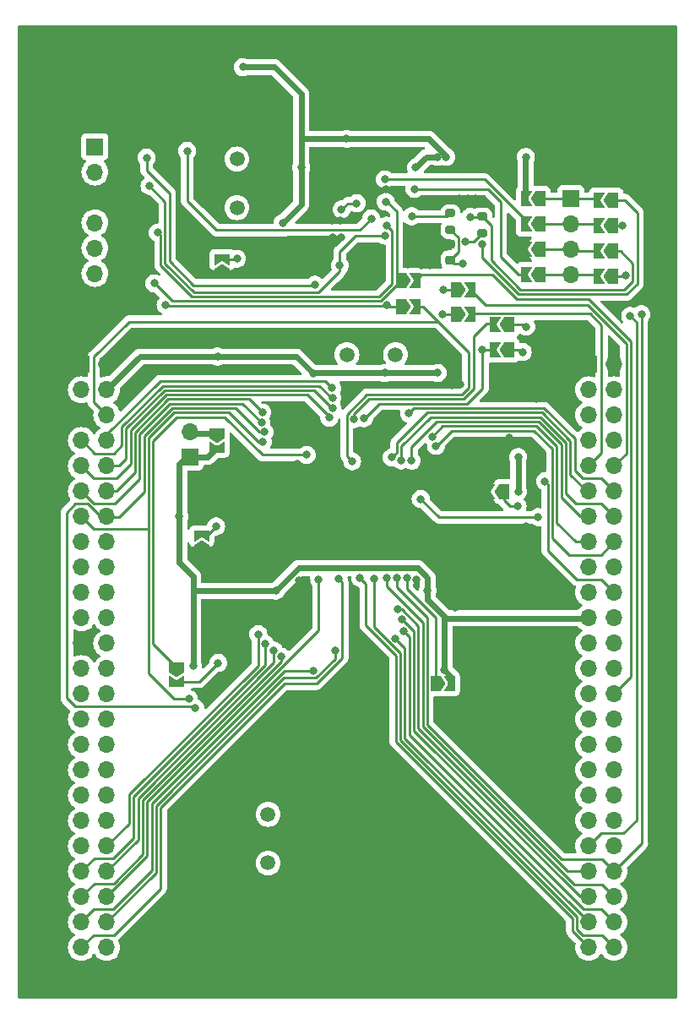
<source format=gbr>
%TF.GenerationSoftware,KiCad,Pcbnew,7.0.1*%
%TF.CreationDate,2023-09-29T14:49:09+07:00*%
%TF.ProjectId,STM32F407xxx,53544d33-3246-4343-9037-7878782e6b69,rev?*%
%TF.SameCoordinates,Original*%
%TF.FileFunction,Copper,L2,Bot*%
%TF.FilePolarity,Positive*%
%FSLAX46Y46*%
G04 Gerber Fmt 4.6, Leading zero omitted, Abs format (unit mm)*
G04 Created by KiCad (PCBNEW 7.0.1) date 2023-09-29 14:49:09*
%MOMM*%
%LPD*%
G01*
G04 APERTURE LIST*
G04 Aperture macros list*
%AMRoundRect*
0 Rectangle with rounded corners*
0 $1 Rounding radius*
0 $2 $3 $4 $5 $6 $7 $8 $9 X,Y pos of 4 corners*
0 Add a 4 corners polygon primitive as box body*
4,1,4,$2,$3,$4,$5,$6,$7,$8,$9,$2,$3,0*
0 Add four circle primitives for the rounded corners*
1,1,$1+$1,$2,$3*
1,1,$1+$1,$4,$5*
1,1,$1+$1,$6,$7*
1,1,$1+$1,$8,$9*
0 Add four rect primitives between the rounded corners*
20,1,$1+$1,$2,$3,$4,$5,0*
20,1,$1+$1,$4,$5,$6,$7,0*
20,1,$1+$1,$6,$7,$8,$9,0*
20,1,$1+$1,$8,$9,$2,$3,0*%
%AMFreePoly0*
4,1,6,1.000000,0.000000,0.500000,-0.750000,-0.500000,-0.750000,-0.500000,0.750000,0.500000,0.750000,1.000000,0.000000,1.000000,0.000000,$1*%
%AMFreePoly1*
4,1,6,0.500000,-0.750000,-0.650000,-0.750000,-0.150000,0.000000,-0.650000,0.750000,0.500000,0.750000,0.500000,-0.750000,0.500000,-0.750000,$1*%
G04 Aperture macros list end*
%TA.AperFunction,ComponentPad*%
%ADD10C,1.500000*%
%TD*%
%TA.AperFunction,ComponentPad*%
%ADD11R,1.700000X1.700000*%
%TD*%
%TA.AperFunction,ComponentPad*%
%ADD12O,1.700000X1.700000*%
%TD*%
%TA.AperFunction,SMDPad,CuDef*%
%ADD13FreePoly0,180.000000*%
%TD*%
%TA.AperFunction,SMDPad,CuDef*%
%ADD14FreePoly1,180.000000*%
%TD*%
%TA.AperFunction,SMDPad,CuDef*%
%ADD15FreePoly0,270.000000*%
%TD*%
%TA.AperFunction,SMDPad,CuDef*%
%ADD16FreePoly1,270.000000*%
%TD*%
%TA.AperFunction,SMDPad,CuDef*%
%ADD17RoundRect,0.225000X0.250000X-0.225000X0.250000X0.225000X-0.250000X0.225000X-0.250000X-0.225000X0*%
%TD*%
%TA.AperFunction,SMDPad,CuDef*%
%ADD18FreePoly0,0.000000*%
%TD*%
%TA.AperFunction,SMDPad,CuDef*%
%ADD19FreePoly1,0.000000*%
%TD*%
%TA.AperFunction,SMDPad,CuDef*%
%ADD20RoundRect,0.200000X-0.275000X0.200000X-0.275000X-0.200000X0.275000X-0.200000X0.275000X0.200000X0*%
%TD*%
%TA.AperFunction,SMDPad,CuDef*%
%ADD21FreePoly0,90.000000*%
%TD*%
%TA.AperFunction,SMDPad,CuDef*%
%ADD22FreePoly1,90.000000*%
%TD*%
%TA.AperFunction,SMDPad,CuDef*%
%ADD23RoundRect,0.200000X0.275000X-0.200000X0.275000X0.200000X-0.275000X0.200000X-0.275000X-0.200000X0*%
%TD*%
%TA.AperFunction,ViaPad*%
%ADD24C,0.800000*%
%TD*%
%TA.AperFunction,Conductor*%
%ADD25C,0.600000*%
%TD*%
%TA.AperFunction,Conductor*%
%ADD26C,0.250000*%
%TD*%
G04 APERTURE END LIST*
D10*
%TO.P,Y1,1,1*%
%TO.N,Net-(U1-PD0)*%
X135800000Y-52000000D03*
%TO.P,Y1,2,2*%
%TO.N,Net-(U1-PD1)*%
X135800000Y-56880000D03*
%TD*%
D11*
%TO.P,J4,1,Pin_1*%
%TO.N,VDD*%
X131100000Y-81850000D03*
D12*
%TO.P,J4,2,Pin_2*%
%TO.N,+3V0*%
X131100000Y-79310000D03*
%TD*%
D11*
%TO.P,P1,1,Pin_1*%
%TO.N,GND*%
X120210000Y-72590000D03*
D12*
%TO.P,P1,2,Pin_2*%
X122750000Y-72590000D03*
%TO.P,P1,3,Pin_3*%
%TO.N,VDD*%
X120210000Y-75130000D03*
%TO.P,P1,4,Pin_4*%
X122750000Y-75130000D03*
%TO.P,P1,5,Pin_5*%
%TO.N,GND*%
X120210000Y-77670000D03*
%TO.P,P1,6,Pin_6*%
%TO.N,NRST*%
X122750000Y-77670000D03*
%TO.P,P1,7,Pin_7*%
%TO.N,PC1*%
X120210000Y-80210000D03*
%TO.P,P1,8,Pin_8*%
%TO.N,PC0*%
X122750000Y-80210000D03*
%TO.P,P1,9,Pin_9*%
%TO.N,PC3*%
X120210000Y-82750000D03*
%TO.P,P1,10,Pin_10*%
%TO.N,PC2*%
X122750000Y-82750000D03*
%TO.P,P1,11,Pin_11*%
%TO.N,PA1*%
X120210000Y-85290000D03*
%TO.P,P1,12,Pin_12*%
%TO.N,PA0*%
X122750000Y-85290000D03*
%TO.P,P1,13,Pin_13*%
%TO.N,PA3*%
X120210000Y-87830000D03*
%TO.P,P1,14,Pin_14*%
%TO.N,PA2*%
X122750000Y-87830000D03*
%TO.P,P1,15,Pin_15*%
%TO.N,PA5*%
X120210000Y-90370000D03*
%TO.P,P1,16,Pin_16*%
%TO.N,PA4*%
X122750000Y-90370000D03*
%TO.P,P1,17,Pin_17*%
%TO.N,PA7*%
X120210000Y-92910000D03*
%TO.P,P1,18,Pin_18*%
%TO.N,PA6*%
X122750000Y-92910000D03*
%TO.P,P1,19,Pin_19*%
%TO.N,PC5*%
X120210000Y-95450000D03*
%TO.P,P1,20,Pin_20*%
%TO.N,PC4*%
X122750000Y-95450000D03*
%TO.P,P1,21,Pin_21*%
%TO.N,PB1*%
X120210000Y-97990000D03*
%TO.P,P1,22,Pin_22*%
%TO.N,PB0*%
X122750000Y-97990000D03*
%TO.P,P1,23,Pin_23*%
%TO.N,GND*%
X120210000Y-100530000D03*
%TO.P,P1,24,Pin_24*%
%TO.N,PB2*%
X122750000Y-100530000D03*
%TO.P,P1,25,Pin_25*%
%TO.N,PE7*%
X120210000Y-103070000D03*
%TO.P,P1,26,Pin_26*%
%TO.N,PE8*%
X122750000Y-103070000D03*
%TO.P,P1,27,Pin_27*%
%TO.N,PE9*%
X120210000Y-105610000D03*
%TO.P,P1,28,Pin_28*%
%TO.N,PE10*%
X122750000Y-105610000D03*
%TO.P,P1,29,Pin_29*%
%TO.N,PE11*%
X120210000Y-108150000D03*
%TO.P,P1,30,Pin_30*%
%TO.N,PE12*%
X122750000Y-108150000D03*
%TO.P,P1,31,Pin_31*%
%TO.N,PE13*%
X120210000Y-110690000D03*
%TO.P,P1,32,Pin_32*%
%TO.N,PE14*%
X122750000Y-110690000D03*
%TO.P,P1,33,Pin_33*%
%TO.N,PE15*%
X120210000Y-113230000D03*
%TO.P,P1,34,Pin_34*%
%TO.N,PB10*%
X122750000Y-113230000D03*
%TO.P,P1,35,Pin_35*%
%TO.N,PB11*%
X120210000Y-115770000D03*
%TO.P,P1,36,Pin_36*%
%TO.N,PB12*%
X122750000Y-115770000D03*
%TO.P,P1,37,Pin_37*%
%TO.N,PB13*%
X120210000Y-118310000D03*
%TO.P,P1,38,Pin_38*%
%TO.N,PB14*%
X122750000Y-118310000D03*
%TO.P,P1,39,Pin_39*%
%TO.N,PB15*%
X120210000Y-120850000D03*
%TO.P,P1,40,Pin_40*%
%TO.N,PD8*%
X122750000Y-120850000D03*
%TO.P,P1,41,Pin_41*%
%TO.N,PD9*%
X120210000Y-123390000D03*
%TO.P,P1,42,Pin_42*%
%TO.N,PD10*%
X122750000Y-123390000D03*
%TO.P,P1,43,Pin_43*%
%TO.N,PD11*%
X120210000Y-125930000D03*
%TO.P,P1,44,Pin_44*%
%TO.N,PD12*%
X122750000Y-125930000D03*
%TO.P,P1,45,Pin_45*%
%TO.N,PD13*%
X120210000Y-128470000D03*
%TO.P,P1,46,Pin_46*%
%TO.N,PD14*%
X122750000Y-128470000D03*
%TO.P,P1,47,Pin_47*%
%TO.N,PD15*%
X120210000Y-131010000D03*
%TO.P,P1,48,Pin_48*%
%TO.N,unconnected-(P1-Pin_48-Pad48)*%
X122750000Y-131010000D03*
%TO.P,P1,49,Pin_49*%
%TO.N,GND*%
X120210000Y-133550000D03*
%TO.P,P1,50,Pin_50*%
X122750000Y-133550000D03*
%TD*%
D11*
%TO.P,J3,1,Pin_1*%
%TO.N,Net-(J3-Pin_1)*%
X169275000Y-56000000D03*
D12*
%TO.P,J3,2,Pin_2*%
%TO.N,Net-(J3-Pin_2)*%
X169275000Y-58540000D03*
%TO.P,J3,3,Pin_3*%
%TO.N,Net-(J3-Pin_3)*%
X169275000Y-61080000D03*
%TO.P,J3,4,Pin_4*%
%TO.N,Net-(J3-Pin_4)*%
X169275000Y-63620000D03*
%TD*%
D11*
%TO.P,P2,1,Pin_1*%
%TO.N,GND*%
X171060000Y-72590000D03*
D12*
%TO.P,P2,2,Pin_2*%
X173600000Y-72590000D03*
%TO.P,P2,3,Pin_3*%
%TO.N,+5V*%
X171060000Y-75130000D03*
%TO.P,P2,4,Pin_4*%
X173600000Y-75130000D03*
%TO.P,P2,5,Pin_5*%
%TO.N,+3V0*%
X171060000Y-77670000D03*
%TO.P,P2,6,Pin_6*%
X173600000Y-77670000D03*
%TO.P,P2,7,Pin_7*%
%TO.N,PH0*%
X171060000Y-80210000D03*
%TO.P,P2,8,Pin_8*%
%TO.N,PH1*%
X173600000Y-80210000D03*
%TO.P,P2,9,Pin_9*%
%TO.N,PC14*%
X171060000Y-82750000D03*
%TO.P,P2,10,Pin_10*%
%TO.N,PC15*%
X173600000Y-82750000D03*
%TO.P,P2,11,Pin_11*%
%TO.N,PE6*%
X171060000Y-85290000D03*
%TO.P,P2,12,Pin_12*%
%TO.N,PC13*%
X173600000Y-85290000D03*
%TO.P,P2,13,Pin_13*%
%TO.N,PE4*%
X171060000Y-87830000D03*
%TO.P,P2,14,Pin_14*%
%TO.N,PE5*%
X173600000Y-87830000D03*
%TO.P,P2,15,Pin_15*%
%TO.N,PE2*%
X171060000Y-90370000D03*
%TO.P,P2,16,Pin_16*%
%TO.N,PE3*%
X173600000Y-90370000D03*
%TO.P,P2,17,Pin_17*%
%TO.N,PE0*%
X171060000Y-92910000D03*
%TO.P,P2,18,Pin_18*%
%TO.N,PE1*%
X173600000Y-92910000D03*
%TO.P,P2,19,Pin_19*%
%TO.N,PB8*%
X171060000Y-95450000D03*
%TO.P,P2,20,Pin_20*%
%TO.N,PB9*%
X173600000Y-95450000D03*
%TO.P,P2,21,Pin_21*%
%TO.N,VDD*%
X171060000Y-97990000D03*
%TO.P,P2,22,Pin_22*%
%TO.N,BOOT0*%
X173600000Y-97990000D03*
%TO.P,P2,23,Pin_23*%
%TO.N,PB6*%
X171060000Y-100530000D03*
%TO.P,P2,24,Pin_24*%
%TO.N,PB7*%
X173600000Y-100530000D03*
%TO.P,P2,25,Pin_25*%
%TO.N,PB4*%
X171060000Y-103070000D03*
%TO.P,P2,26,Pin_26*%
%TO.N,PB5*%
X173600000Y-103070000D03*
%TO.P,P2,27,Pin_27*%
%TO.N,PD7*%
X171060000Y-105610000D03*
%TO.P,P2,28,Pin_28*%
%TO.N,PB3*%
X173600000Y-105610000D03*
%TO.P,P2,29,Pin_29*%
%TO.N,PD5*%
X171060000Y-108150000D03*
%TO.P,P2,30,Pin_30*%
%TO.N,PD6*%
X173600000Y-108150000D03*
%TO.P,P2,31,Pin_31*%
%TO.N,PD3*%
X171060000Y-110690000D03*
%TO.P,P2,32,Pin_32*%
%TO.N,PD4*%
X173600000Y-110690000D03*
%TO.P,P2,33,Pin_33*%
%TO.N,PD1*%
X171060000Y-113230000D03*
%TO.P,P2,34,Pin_34*%
%TO.N,PD2*%
X173600000Y-113230000D03*
%TO.P,P2,35,Pin_35*%
%TO.N,PC12*%
X171060000Y-115770000D03*
%TO.P,P2,36,Pin_36*%
%TO.N,PD0*%
X173600000Y-115770000D03*
%TO.P,P2,37,Pin_37*%
%TO.N,PC10*%
X171060000Y-118310000D03*
%TO.P,P2,38,Pin_38*%
%TO.N,PC11*%
X173600000Y-118310000D03*
%TO.P,P2,39,Pin_39*%
%TO.N,PA14*%
X171060000Y-120850000D03*
%TO.P,P2,40,Pin_40*%
%TO.N,PA15*%
X173600000Y-120850000D03*
%TO.P,P2,41,Pin_41*%
%TO.N,PA10*%
X171060000Y-123390000D03*
%TO.P,P2,42,Pin_42*%
%TO.N,PA13*%
X173600000Y-123390000D03*
%TO.P,P2,43,Pin_43*%
%TO.N,PA8*%
X171060000Y-125930000D03*
%TO.P,P2,44,Pin_44*%
%TO.N,PA9*%
X173600000Y-125930000D03*
%TO.P,P2,45,Pin_45*%
%TO.N,PC8*%
X171060000Y-128470000D03*
%TO.P,P2,46,Pin_46*%
%TO.N,PC9*%
X173600000Y-128470000D03*
%TO.P,P2,47,Pin_47*%
%TO.N,PC6*%
X171060000Y-131010000D03*
%TO.P,P2,48,Pin_48*%
%TO.N,PC7*%
X173600000Y-131010000D03*
%TO.P,P2,49,Pin_49*%
%TO.N,GND*%
X171060000Y-133550000D03*
%TO.P,P2,50,Pin_50*%
X173600000Y-133550000D03*
%TD*%
D10*
%TO.P,Y2,1,1*%
%TO.N,Net-(U3-XI)*%
X138925000Y-117675000D03*
%TO.P,Y2,2,2*%
%TO.N,Net-(U3-XO)*%
X138925000Y-122555000D03*
%TD*%
%TO.P,Y3,1,1*%
%TO.N,Net-(C36-Pad1)*%
X151700000Y-71600000D03*
%TO.P,Y3,2,2*%
%TO.N,Net-(C37-Pad1)*%
X146820000Y-71600000D03*
%TD*%
D11*
%TO.P,J7,1,Pin_1*%
%TO.N,GND*%
X175260000Y-43175000D03*
D12*
%TO.P,J7,2,Pin_2*%
X175260000Y-45715000D03*
%TD*%
D11*
%TO.P,J2,1,Pin_1*%
%TO.N,Net-(J2-Pin_1)*%
X121560000Y-50770000D03*
D12*
%TO.P,J2,2,Pin_2*%
%TO.N,Net-(J2-Pin_2)*%
X121560000Y-53310000D03*
%TO.P,J2,3,Pin_3*%
%TO.N,GND*%
X121560000Y-55850000D03*
%TO.P,J2,4,Pin_4*%
%TO.N,Net-(J2-Pin_4)*%
X121560000Y-58390000D03*
%TO.P,J2,5,Pin_5*%
%TO.N,Net-(J2-Pin_5)*%
X121560000Y-60930000D03*
%TO.P,J2,6,Pin_6*%
%TO.N,Net-(J2-Pin_6)*%
X121560000Y-63470000D03*
%TD*%
D11*
%TO.P,J6,1,Pin_1*%
%TO.N,GND*%
X118540000Y-43055000D03*
D12*
%TO.P,J6,2,Pin_2*%
X118540000Y-45595000D03*
%TD*%
D13*
%TO.P,SB7,1,A*%
%TO.N,T_JTMS*%
X173550000Y-61225000D03*
D14*
%TO.P,SB7,2,B*%
%TO.N,Net-(J3-Pin_3)*%
X172100000Y-61225000D03*
%TD*%
D15*
%TO.P,SB20,1,A*%
%TO.N,PA0*%
X129775000Y-102950000D03*
D16*
%TO.P,SB20,2,B*%
%TO.N,Net-(SB20-B)*%
X129775000Y-104400000D03*
%TD*%
D17*
%TO.P,C17,1*%
%TO.N,MCO*%
X157200000Y-62125000D03*
%TO.P,C17,2*%
%TO.N,GND*%
X157200000Y-60575000D03*
%TD*%
D13*
%TO.P,SB9,1,A*%
%TO.N,PA13*%
X173550000Y-63750000D03*
D14*
%TO.P,SB9,2,B*%
%TO.N,Net-(J3-Pin_4)*%
X172100000Y-63750000D03*
%TD*%
D18*
%TO.P,SB11,1,A*%
%TO.N,T_NRST*%
X152275000Y-66800000D03*
D19*
%TO.P,SB11,2,B*%
%TO.N,NRST*%
X153725000Y-66800000D03*
%TD*%
D20*
%TO.P,R10,1*%
%TO.N,Net-(U1-PA8)*%
X157200000Y-57450000D03*
%TO.P,R10,2*%
%TO.N,MCO*%
X157200000Y-59100000D03*
%TD*%
D13*
%TO.P,SB8,1,A*%
%TO.N,Net-(J3-Pin_4)*%
X166225000Y-63600000D03*
D14*
%TO.P,SB8,2,B*%
%TO.N,STM_JTMS*%
X164775000Y-63600000D03*
%TD*%
D21*
%TO.P,SB10,1,A*%
%TO.N,GND*%
X134290000Y-63475000D03*
D22*
%TO.P,SB10,2,B*%
%TO.N,Net-(SB10-B)*%
X134290000Y-62025000D03*
%TD*%
D18*
%TO.P,SB16,1,A*%
%TO.N,Net-(SB16-A)*%
X157725000Y-67600000D03*
D19*
%TO.P,SB16,2,B*%
%TO.N,PC14*%
X159175000Y-67600000D03*
%TD*%
D15*
%TO.P,SB17,1,A*%
%TO.N,+3V0*%
X133800000Y-79475000D03*
D16*
%TO.P,SB17,2,B*%
%TO.N,VDD*%
X133800000Y-80925000D03*
%TD*%
D13*
%TO.P,SB18,1,A*%
%TO.N,Net-(SB18-A)*%
X162550000Y-85325000D03*
D14*
%TO.P,SB18,2,B*%
%TO.N,GND*%
X161100000Y-85325000D03*
%TD*%
D13*
%TO.P,SB14,1,A*%
%TO.N,PH1*%
X163125000Y-68600000D03*
D14*
%TO.P,SB14,2,B*%
%TO.N,Net-(SB14-B)*%
X161675000Y-68600000D03*
%TD*%
D23*
%TO.P,R14,1*%
%TO.N,T_SWDIO_IN*%
X160400000Y-59425000D03*
%TO.P,R14,2*%
%TO.N,T_JTMS*%
X160400000Y-57775000D03*
%TD*%
D13*
%TO.P,SB5,1,A*%
%TO.N,PA14*%
X173550000Y-58675000D03*
D14*
%TO.P,SB5,2,B*%
%TO.N,Net-(J3-Pin_2)*%
X172100000Y-58675000D03*
%TD*%
D13*
%TO.P,SB6,1,A*%
%TO.N,Net-(J3-Pin_3)*%
X166225000Y-61050000D03*
D14*
%TO.P,SB6,2,B*%
%TO.N,GND*%
X164775000Y-61050000D03*
%TD*%
D21*
%TO.P,SB19,1,A*%
%TO.N,GND*%
X132270000Y-91170000D03*
D22*
%TO.P,SB19,2,B*%
%TO.N,Net-(SB19-B)*%
X132270000Y-89720000D03*
%TD*%
D13*
%TO.P,SB13,1,A*%
%TO.N,PH0*%
X163125000Y-71150000D03*
D14*
%TO.P,SB13,2,B*%
%TO.N,MCO*%
X161675000Y-71150000D03*
%TD*%
D18*
%TO.P,SB1,1,A*%
%TO.N,NRST*%
X155700000Y-104575000D03*
D19*
%TO.P,SB1,2,B*%
%TO.N,VDD*%
X157150000Y-104575000D03*
%TD*%
D13*
%TO.P,SB4,1,A*%
%TO.N,Net-(J3-Pin_2)*%
X166225000Y-58525000D03*
D14*
%TO.P,SB4,2,B*%
%TO.N,STM_JTCK*%
X164775000Y-58525000D03*
%TD*%
D13*
%TO.P,SB3,1,A*%
%TO.N,T_JTCK*%
X173550000Y-56125000D03*
D14*
%TO.P,SB3,2,B*%
%TO.N,Net-(J3-Pin_1)*%
X172100000Y-56125000D03*
%TD*%
D13*
%TO.P,SB2,1,A*%
%TO.N,Net-(J3-Pin_1)*%
X166225000Y-55975000D03*
D14*
%TO.P,SB2,2,B*%
%TO.N,+3V0*%
X164775000Y-55975000D03*
%TD*%
D18*
%TO.P,SB12,1,A*%
%TO.N,T_SWO*%
X152275000Y-64200000D03*
D19*
%TO.P,SB12,2,B*%
%TO.N,PB3*%
X153725000Y-64200000D03*
%TD*%
D18*
%TO.P,SB15,1,A*%
%TO.N,Net-(SB15-A)*%
X157750000Y-65100000D03*
D19*
%TO.P,SB15,2,B*%
%TO.N,PC15*%
X159200000Y-65100000D03*
%TD*%
D24*
%TO.N,GND*%
X150720000Y-129230000D03*
X149910000Y-129190000D03*
X168310000Y-50160000D03*
X167480000Y-50180000D03*
X166660000Y-50170000D03*
X169880000Y-45150000D03*
X169050000Y-45160000D03*
X169140000Y-53290000D03*
X168320000Y-53270000D03*
X157030000Y-71430000D03*
X156230000Y-71410000D03*
X148870000Y-55140000D03*
X149710000Y-55150000D03*
X149320000Y-63610000D03*
X150170000Y-63600000D03*
X154290000Y-62670000D03*
X155110000Y-62640000D03*
X158800000Y-108740000D03*
X157900000Y-108760000D03*
X156970000Y-108810000D03*
X146220000Y-103900000D03*
X146580000Y-105990000D03*
X147180000Y-64610000D03*
X145160000Y-82120000D03*
X148175000Y-70400000D03*
X149925000Y-70325000D03*
X158150000Y-100350000D03*
X127525000Y-73250000D03*
X144650000Y-62540000D03*
X131550000Y-47725000D03*
X146090000Y-48540000D03*
X160625000Y-102025000D03*
X136100000Y-96560000D03*
X156210000Y-40260000D03*
X158300000Y-52975000D03*
X137520000Y-69520000D03*
X137830000Y-41140000D03*
X154025000Y-88454781D03*
X127700000Y-70350000D03*
X158925000Y-55975000D03*
X128500000Y-70340000D03*
X149000000Y-70360000D03*
X131550000Y-46900000D03*
X148520000Y-104170000D03*
X143600000Y-60800000D03*
X144925685Y-51310000D03*
X134200000Y-135255000D03*
X157800000Y-135290000D03*
X135550000Y-100670000D03*
X136230000Y-41170000D03*
X132600000Y-135245000D03*
X135920000Y-70370000D03*
X159750000Y-56000000D03*
X136610000Y-135250000D03*
X159400000Y-134440000D03*
X159125000Y-52950000D03*
X164825000Y-88825000D03*
X137125000Y-54700000D03*
X158210000Y-74630000D03*
X141850000Y-83560000D03*
X158975000Y-100350000D03*
X144310000Y-82110000D03*
X141986043Y-94261043D03*
X159420000Y-41060000D03*
X165575000Y-89400000D03*
X138630000Y-41160000D03*
X161460000Y-48900000D03*
X158620000Y-41070000D03*
X128350000Y-73200000D03*
X162250000Y-48900000D03*
X135000000Y-134415000D03*
X157000000Y-135270000D03*
X138210000Y-134400000D03*
X161000000Y-134440000D03*
X138200000Y-63600000D03*
X162170000Y-74940000D03*
X161000000Y-135260000D03*
X135475000Y-54750000D03*
X145420000Y-59824500D03*
X135800000Y-134405000D03*
X157000000Y-134450000D03*
X163040000Y-48910000D03*
X158600000Y-135270000D03*
X137410000Y-134410000D03*
X159000000Y-101175000D03*
X149080000Y-129170000D03*
X156210000Y-41080000D03*
X157010000Y-41070000D03*
X140230000Y-41130000D03*
X156200000Y-134460000D03*
X141840000Y-85300000D03*
X159825000Y-101175000D03*
X156200000Y-135280000D03*
X153814623Y-94126709D03*
X136720000Y-70350000D03*
X155410000Y-41100000D03*
X158600000Y-134450000D03*
X141850000Y-82570000D03*
X159800000Y-100350000D03*
X151675000Y-91725000D03*
X163325000Y-59800000D03*
X153520000Y-71350000D03*
X168230000Y-45150000D03*
X165832701Y-76007299D03*
X144850000Y-71180000D03*
X158950000Y-102000000D03*
X135000000Y-135235000D03*
X160200000Y-135280000D03*
X157820000Y-41090000D03*
X138630000Y-40340000D03*
X131550000Y-46075000D03*
X157650000Y-96950000D03*
X136300000Y-54700000D03*
X136610000Y-134430000D03*
X157010000Y-40250000D03*
X134650000Y-54750000D03*
X136720000Y-69530000D03*
X155925000Y-62600000D03*
X140230000Y-40310000D03*
X131800000Y-134445000D03*
X137410000Y-135230000D03*
X153370000Y-51530000D03*
X159400000Y-135260000D03*
X139430000Y-41140000D03*
X155410000Y-40280000D03*
X137030000Y-41150000D03*
X158100000Y-56000000D03*
X158125000Y-101175000D03*
X141400000Y-60800000D03*
X145350000Y-58200000D03*
X159420000Y-40240000D03*
X144375000Y-91725000D03*
X128500000Y-69520000D03*
X144350000Y-115650000D03*
X132600000Y-134425000D03*
X149800000Y-91725000D03*
X160200000Y-134460000D03*
X131800000Y-135265000D03*
X155400000Y-134480000D03*
X133400000Y-135235000D03*
X146360000Y-64600000D03*
X135310000Y-96580000D03*
X154025000Y-91400000D03*
X157380000Y-74640000D03*
X157820000Y-40270000D03*
X142600000Y-91740000D03*
X139430000Y-40320000D03*
X159950000Y-52950000D03*
X166675000Y-53325000D03*
X134540000Y-100720000D03*
X150740000Y-91710000D03*
X167500000Y-53325000D03*
X137030000Y-40330000D03*
X162260000Y-75860000D03*
X146170000Y-58200000D03*
X146230000Y-59824500D03*
X165870000Y-81000000D03*
X158620000Y-40250000D03*
X163100500Y-79949500D03*
X165420000Y-81720000D03*
X126900000Y-70370000D03*
X134200000Y-134435000D03*
X133400000Y-134415000D03*
X154025000Y-87473042D03*
X165590000Y-44880000D03*
X137830000Y-40320000D03*
X158125000Y-102000000D03*
X157800000Y-134470000D03*
X142790000Y-94230000D03*
X159800000Y-102000000D03*
X135920000Y-69550000D03*
X150150000Y-62780000D03*
X137520000Y-70340000D03*
X156500201Y-95424799D03*
X138210000Y-135220000D03*
X143480000Y-91730000D03*
X160650000Y-100300000D03*
X161800000Y-134430000D03*
X161800000Y-135250000D03*
X141840000Y-84440000D03*
X154025000Y-90418259D03*
X148810000Y-62850000D03*
X164970000Y-75950000D03*
X136230000Y-40350000D03*
X127700000Y-69530000D03*
X126900000Y-69550000D03*
X129175000Y-73175000D03*
X155400000Y-135300000D03*
X160650000Y-101200000D03*
X135800000Y-135225000D03*
X150740632Y-55032927D03*
X166260000Y-81740000D03*
X154025000Y-89436520D03*
X135010000Y-100040000D03*
%TO.N,+3V0*%
X164775000Y-51800000D03*
X142250000Y-52875000D03*
X153725000Y-52875000D03*
X140400000Y-58400000D03*
X136400000Y-42800000D03*
X146780000Y-49980000D03*
X156790000Y-51800000D03*
X155924500Y-51800000D03*
%TO.N,Net-(SB10-B)*%
X135800000Y-62000000D03*
%TO.N,LED_STLINK*%
X149260000Y-57960000D03*
X130800000Y-51200000D03*
%TO.N,AIN_1*%
X126750000Y-51875500D03*
X143600000Y-64600000D03*
%TO.N,Net-(U1-PA8)*%
X153325000Y-57750000D03*
%TO.N,T_SWDIO_IN*%
X158724500Y-60299598D03*
%TO.N,T_JTMS*%
X159200000Y-57800000D03*
X127865500Y-59370000D03*
X150821754Y-58672250D03*
%TO.N,T_JTCK*%
X127035000Y-54715000D03*
X160375000Y-60550000D03*
X150625500Y-59667096D03*
X146123875Y-62676125D03*
%TO.N,T_NRST*%
X128652701Y-66627299D03*
X150840000Y-66670000D03*
%TO.N,T_SWO*%
X127520000Y-64470000D03*
X150725500Y-56290000D03*
%TO.N,SWIM_IN*%
X146283265Y-57071468D03*
X147810000Y-56440000D03*
%TO.N,STM_JTMS*%
X153600000Y-55000000D03*
%TO.N,STM_JTCK*%
X150629700Y-54039600D03*
%TO.N,VDD*%
X139700000Y-95275000D03*
X154925000Y-95275000D03*
X164000000Y-85325500D03*
X143450000Y-73525500D03*
X155925000Y-73450000D03*
X156600000Y-103200000D03*
X130030747Y-87830247D03*
X131400000Y-102800000D03*
X150625000Y-73450000D03*
X164000000Y-81875500D03*
X133850000Y-71800000D03*
%TO.N,PA14*%
X174475000Y-58675000D03*
X175225000Y-67725000D03*
%TO.N,PA13*%
X176350500Y-67575000D03*
X151800000Y-93975000D03*
X174775000Y-63700000D03*
%TO.N,NRST*%
X152823187Y-94000000D03*
X147350000Y-82300000D03*
%TO.N,MCO*%
X160425000Y-71150000D03*
X158425000Y-62499500D03*
X148545757Y-77994520D03*
%TO.N,PB6*%
X154225901Y-86074585D03*
X166000000Y-87900000D03*
%TO.N,PB9*%
X166697531Y-84299500D03*
%TO.N,PE2*%
X155362299Y-79837299D03*
%TO.N,PE3*%
X155753077Y-80757244D03*
%TO.N,PE4*%
X153314035Y-82236597D03*
%TO.N,PE5*%
X152273649Y-82220414D03*
%TO.N,PE6*%
X151321452Y-81916561D03*
%TO.N,PC13*%
X153050000Y-77500000D03*
%TO.N,PC0*%
X145350000Y-74974500D03*
%TO.N,PC1*%
X145374811Y-75973693D03*
%TO.N,PC2*%
X145375500Y-76978350D03*
%TO.N,PC3*%
X145066660Y-77928940D03*
%TO.N,PA0*%
X142786967Y-81659073D03*
X138337701Y-77412299D03*
%TO.N,PA1*%
X138259231Y-78408717D03*
%TO.N,PA2*%
X138561551Y-79361401D03*
X131624500Y-107011366D03*
%TO.N,PA3*%
X138417654Y-80350491D03*
X130997292Y-106125000D03*
%TO.N,PD8*%
X137950000Y-99624500D03*
%TO.N,PD9*%
X138655712Y-100622449D03*
%TO.N,PD10*%
X139475000Y-101244637D03*
%TO.N,PD11*%
X140258004Y-101865853D03*
%TO.N,PD12*%
X144000000Y-94150000D03*
%TO.N,PD13*%
X143425000Y-103275000D03*
%TO.N,PD14*%
X145625000Y-101250000D03*
%TO.N,PD15*%
X145985410Y-94045127D03*
%TO.N,PC6*%
X148154859Y-94004858D03*
%TO.N,PC7*%
X149525000Y-94050000D03*
%TO.N,PC8*%
X151692670Y-100058741D03*
%TO.N,PC9*%
X152485293Y-99334490D03*
%TO.N,PA8*%
X152333305Y-98157903D03*
%TO.N,PA9*%
X151952314Y-97145055D03*
%TO.N,PA10*%
X150800000Y-93975000D03*
%TO.N,PH0*%
X164450000Y-71350000D03*
%TO.N,PH1*%
X164800000Y-68800000D03*
%TO.N,Net-(SB18-A)*%
X163950000Y-86824500D03*
%TO.N,Net-(SB19-B)*%
X133710000Y-88830000D03*
%TO.N,Net-(SB14-B)*%
X147549500Y-78075000D03*
%TO.N,Net-(SB15-A)*%
X156500000Y-65100000D03*
%TO.N,Net-(SB16-A)*%
X156425000Y-67600000D03*
%TO.N,Net-(SB20-B)*%
X133925000Y-102500000D03*
%TD*%
D25*
%TO.N,VDD*%
X156600000Y-97830000D02*
X156600000Y-103200000D01*
X154925000Y-95275000D02*
X154925000Y-96155000D01*
X154925000Y-96155000D02*
X156600000Y-97830000D01*
D26*
%TO.N,NRST*%
X155700000Y-97970000D02*
X155700000Y-104575000D01*
X152823187Y-94000000D02*
X152823187Y-95093187D01*
X152823187Y-95093187D02*
X155700000Y-97970000D01*
%TO.N,PA13*%
X154875000Y-108702208D02*
X168372792Y-122200000D01*
X151800000Y-94880000D02*
X154875000Y-97955000D01*
X154875000Y-97955000D02*
X154875000Y-108702208D01*
X168372792Y-122200000D02*
X172410000Y-122200000D01*
X172410000Y-122200000D02*
X173600000Y-123390000D01*
X151800000Y-93975000D02*
X151800000Y-94880000D01*
%TO.N,PA10*%
X154425000Y-98485000D02*
X154425000Y-108888604D01*
X154425000Y-108888604D02*
X168926396Y-123390000D01*
X168926396Y-123390000D02*
X171060000Y-123390000D01*
X150800000Y-94860000D02*
X154425000Y-98485000D01*
X150800000Y-93975000D02*
X150800000Y-94860000D01*
D25*
%TO.N,VDD*%
X171040000Y-98010000D02*
X156660000Y-98010000D01*
X171060000Y-97990000D02*
X171040000Y-98010000D01*
%TO.N,+3V0*%
X142250000Y-52875000D02*
X142250000Y-49990000D01*
X142240000Y-56560000D02*
X140400000Y-58400000D01*
X153725000Y-52875000D02*
X154800000Y-51800000D01*
X164775000Y-51800000D02*
X164725000Y-51850000D01*
X164725000Y-51850000D02*
X164725000Y-55975000D01*
X146790000Y-49990000D02*
X155040000Y-49990000D01*
X146780000Y-49980000D02*
X146790000Y-49990000D01*
X155040000Y-49990000D02*
X156790000Y-51740000D01*
X139570000Y-42800000D02*
X136400000Y-42800000D01*
X142260000Y-49980000D02*
X142250000Y-49990000D01*
X142250000Y-52875000D02*
X142240000Y-52885000D01*
X156790000Y-51740000D02*
X156790000Y-51800000D01*
X142240000Y-52885000D02*
X142240000Y-56560000D01*
X142250000Y-49990000D02*
X142250000Y-45480000D01*
X131265000Y-79475000D02*
X131100000Y-79310000D01*
X146780000Y-49980000D02*
X142260000Y-49980000D01*
X142250000Y-45480000D02*
X139570000Y-42800000D01*
X133800000Y-79475000D02*
X131265000Y-79475000D01*
X154800000Y-51800000D02*
X155924500Y-51800000D01*
D26*
%TO.N,Net-(SB10-B)*%
X134290000Y-62025000D02*
X135775000Y-62025000D01*
X135775000Y-62025000D02*
X135800000Y-62000000D01*
%TO.N,Net-(J3-Pin_1)*%
X171975000Y-56000000D02*
X172100000Y-56125000D01*
X166250000Y-56000000D02*
X169275000Y-56000000D01*
X166225000Y-55975000D02*
X166250000Y-56000000D01*
X169275000Y-56000000D02*
X171975000Y-56000000D01*
%TO.N,Net-(J3-Pin_2)*%
X166225000Y-58525000D02*
X166240000Y-58540000D01*
X171965000Y-58540000D02*
X169275000Y-58540000D01*
X166240000Y-58540000D02*
X169275000Y-58540000D01*
X172100000Y-58675000D02*
X171965000Y-58540000D01*
%TO.N,Net-(J3-Pin_3)*%
X169395000Y-61200000D02*
X169275000Y-61080000D01*
X172075000Y-61200000D02*
X169395000Y-61200000D01*
X172100000Y-61225000D02*
X172075000Y-61200000D01*
X166225000Y-61050000D02*
X166255000Y-61080000D01*
X166255000Y-61080000D02*
X169275000Y-61080000D01*
%TO.N,Net-(J3-Pin_4)*%
X169275000Y-63620000D02*
X171970000Y-63620000D01*
X166245000Y-63620000D02*
X169275000Y-63620000D01*
X171970000Y-63620000D02*
X172100000Y-63750000D01*
X166225000Y-63600000D02*
X166245000Y-63620000D01*
%TO.N,LED_STLINK*%
X130810000Y-51210000D02*
X130800000Y-51200000D01*
X130810000Y-56210000D02*
X130810000Y-51210000D01*
X148120000Y-59100000D02*
X140725305Y-59100000D01*
X149260000Y-57960000D02*
X148120000Y-59100000D01*
X140725305Y-59100000D02*
X140700305Y-59125000D01*
X133725000Y-59125000D02*
X130810000Y-56210000D01*
X140700305Y-59125000D02*
X133725000Y-59125000D01*
%TO.N,AIN_1*%
X126750000Y-53140000D02*
X129040000Y-55430000D01*
X129040000Y-62270000D02*
X131450000Y-64680000D01*
X126750000Y-51875500D02*
X126750000Y-53140000D01*
X143520000Y-64680000D02*
X143600000Y-64600000D01*
X129040000Y-55430000D02*
X129040000Y-62270000D01*
X131450000Y-64680000D02*
X143520000Y-64680000D01*
%TO.N,Net-(U1-PA8)*%
X156875000Y-57775000D02*
X157200000Y-57450000D01*
X153350000Y-57775000D02*
X156875000Y-57775000D01*
X153325000Y-57750000D02*
X153350000Y-57775000D01*
%TO.N,T_SWDIO_IN*%
X158724500Y-60299598D02*
X159525402Y-60299598D01*
X159525402Y-60299598D02*
X160400000Y-59425000D01*
%TO.N,T_JTMS*%
X159200000Y-57800000D02*
X160375000Y-57800000D01*
X161300000Y-62184620D02*
X161300000Y-58675000D01*
X131297208Y-65800000D02*
X150038604Y-65800000D01*
X164240380Y-65125000D02*
X161300000Y-62184620D01*
X151350000Y-64488604D02*
X151350000Y-59200496D01*
X161300000Y-58675000D02*
X160400000Y-57775000D01*
X128140000Y-59644500D02*
X128140000Y-62642792D01*
X160375000Y-57800000D02*
X160400000Y-57775000D01*
X128140000Y-62642792D02*
X131297208Y-65800000D01*
X175500000Y-64225000D02*
X174600000Y-65125000D01*
X174275000Y-61225000D02*
X175500000Y-62450000D01*
X151350000Y-59200496D02*
X150821754Y-58672250D01*
X174600000Y-65125000D02*
X164240380Y-65125000D01*
X175500000Y-62450000D02*
X175500000Y-64225000D01*
X127865500Y-59370000D02*
X128140000Y-59644500D01*
X173550000Y-61225000D02*
X174275000Y-61225000D01*
X150038604Y-65800000D02*
X151350000Y-64488604D01*
%TO.N,T_JTCK*%
X164053984Y-65575000D02*
X174900000Y-65575000D01*
X147680000Y-59710000D02*
X150582596Y-59710000D01*
X160400000Y-60575000D02*
X160400000Y-61921016D01*
X144000000Y-65350000D02*
X146123875Y-63226125D01*
X160400000Y-61921016D02*
X164053984Y-65575000D01*
X150582596Y-59710000D02*
X150625500Y-59667096D01*
X127035000Y-54715000D02*
X128590000Y-56270000D01*
X146123875Y-62676125D02*
X146123875Y-61266125D01*
X174900000Y-65575000D02*
X175950000Y-64525000D01*
X175950000Y-57400000D02*
X174675000Y-56125000D01*
X174675000Y-56125000D02*
X173550000Y-56125000D01*
X131483604Y-65350000D02*
X144000000Y-65350000D01*
X146123875Y-61266125D02*
X147680000Y-59710000D01*
X160375000Y-60550000D02*
X160400000Y-60575000D01*
X146123875Y-63226125D02*
X146123875Y-62676125D01*
X128590000Y-56270000D02*
X128590000Y-62456396D01*
X128590000Y-62456396D02*
X131483604Y-65350000D01*
X175950000Y-64525000D02*
X175950000Y-57400000D01*
%TO.N,T_NRST*%
X150970000Y-66800000D02*
X150840000Y-66670000D01*
X152275000Y-66800000D02*
X150970000Y-66800000D01*
X128725402Y-66700000D02*
X150810000Y-66700000D01*
X128652701Y-66627299D02*
X128725402Y-66700000D01*
X150810000Y-66700000D02*
X150840000Y-66670000D01*
%TO.N,T_SWO*%
X150225000Y-66250000D02*
X152275000Y-64200000D01*
X127520000Y-64470000D02*
X129300000Y-66250000D01*
X151800000Y-57280000D02*
X151800000Y-63725000D01*
X129300000Y-66250000D02*
X150225000Y-66250000D01*
X150810000Y-56290000D02*
X151800000Y-57280000D01*
X151800000Y-63725000D02*
X152275000Y-64200000D01*
X150725500Y-56290000D02*
X150810000Y-56290000D01*
%TO.N,SWIM_IN*%
X146914733Y-56440000D02*
X147810000Y-56440000D01*
X146283265Y-57071468D02*
X146914733Y-56440000D01*
%TO.N,STM_JTMS*%
X160958604Y-55020000D02*
X162250000Y-56311396D01*
X153620000Y-55020000D02*
X160958604Y-55020000D01*
X164050000Y-63600000D02*
X164775000Y-63600000D01*
X153600000Y-55000000D02*
X153620000Y-55020000D01*
X162250000Y-56311396D02*
X162250000Y-61800000D01*
X162250000Y-61800000D02*
X164050000Y-63600000D01*
%TO.N,STM_JTCK*%
X150629700Y-54039600D02*
X160614600Y-54039600D01*
X160614600Y-54039600D02*
X164775000Y-58200000D01*
X164775000Y-58200000D02*
X164775000Y-58525000D01*
D25*
%TO.N,VDD*%
X130030747Y-87830247D02*
X130025000Y-87824500D01*
X154925000Y-93965000D02*
X154925000Y-95275000D01*
X156600000Y-103200000D02*
X157200000Y-103800000D01*
X131400000Y-93850000D02*
X130000000Y-92450000D01*
X164000000Y-85325500D02*
X164000000Y-81875500D01*
X131400000Y-102800000D02*
X131400000Y-95625000D01*
X130000000Y-92450000D02*
X130000000Y-87860994D01*
X130025000Y-82525000D02*
X130700000Y-81850000D01*
X157200000Y-103800000D02*
X157200000Y-104575000D01*
X130000000Y-87860994D02*
X130030747Y-87830247D01*
X143525500Y-73450000D02*
X143450000Y-73525500D01*
X141724500Y-71800000D02*
X133850000Y-71800000D01*
X130025000Y-87824500D02*
X130025000Y-82525000D01*
X153935000Y-92975000D02*
X154925000Y-93965000D01*
X132875000Y-81850000D02*
X133750000Y-80975000D01*
X130700000Y-81850000D02*
X131100000Y-81850000D01*
X122750000Y-75130000D02*
X122750000Y-75350000D01*
X155925000Y-73450000D02*
X143525500Y-73450000D01*
X139700000Y-95275000D02*
X131400000Y-95275000D01*
X133850000Y-71800000D02*
X126080000Y-71800000D01*
X126080000Y-71800000D02*
X122750000Y-75130000D01*
X142000000Y-92975000D02*
X153935000Y-92975000D01*
X143450000Y-73525500D02*
X141724500Y-71800000D01*
X131100000Y-81850000D02*
X132875000Y-81850000D01*
X131400000Y-95625000D02*
X131400000Y-93850000D01*
X139700000Y-95275000D02*
X142000000Y-92975000D01*
D26*
%TO.N,PA14*%
X171060000Y-120850000D02*
X172335000Y-119575000D01*
X175850000Y-68350000D02*
X175225000Y-67725000D01*
X174475000Y-58675000D02*
X173550000Y-58675000D01*
X175850000Y-118275000D02*
X175850000Y-68350000D01*
X174550000Y-119575000D02*
X175850000Y-118275000D01*
X172335000Y-119575000D02*
X174550000Y-119575000D01*
%TO.N,PA13*%
X176400000Y-120590000D02*
X176400000Y-67624500D01*
X174725000Y-63750000D02*
X173550000Y-63750000D01*
X173600000Y-123390000D02*
X176400000Y-120590000D01*
X176400000Y-67624500D02*
X176350500Y-67575000D01*
X174775000Y-63700000D02*
X174725000Y-63750000D01*
%TO.N,NRST*%
X121450000Y-71825000D02*
X124975000Y-68300000D01*
X158348604Y-75625000D02*
X159025000Y-74948604D01*
X148825000Y-75625000D02*
X158348604Y-75625000D01*
X154450000Y-66800000D02*
X153725000Y-66800000D01*
X147350000Y-82300000D02*
X146824500Y-81774500D01*
X121450000Y-76370000D02*
X121450000Y-71825000D01*
X159025000Y-74948604D02*
X159025000Y-71375000D01*
X159025000Y-71375000D02*
X154450000Y-66800000D01*
X122750000Y-77670000D02*
X121450000Y-76370000D01*
X124975000Y-68300000D02*
X155950000Y-68300000D01*
X146824500Y-81774500D02*
X146824500Y-77625500D01*
X155950000Y-68300000D02*
X155975000Y-68325000D01*
X146824500Y-77625500D02*
X148825000Y-75625000D01*
%TO.N,PB3*%
X154325000Y-63600000D02*
X153725000Y-64200000D01*
X173600000Y-105610000D02*
X175300000Y-103910000D01*
X175300000Y-70300000D02*
X171025000Y-66025000D01*
X175300000Y-103910000D02*
X175300000Y-70300000D01*
X163867588Y-66025000D02*
X161442588Y-63600000D01*
X161442588Y-63600000D02*
X154325000Y-63600000D01*
X171025000Y-66025000D02*
X163867588Y-66025000D01*
%TO.N,MCO*%
X157200000Y-59100000D02*
X158000000Y-59900000D01*
X158000000Y-61325000D02*
X157200000Y-62125000D01*
X157574500Y-62499500D02*
X157200000Y-62125000D01*
X150075000Y-76525000D02*
X158885000Y-76525000D01*
X148545757Y-77994520D02*
X148605480Y-77994520D01*
X161675000Y-71150000D02*
X160425000Y-71150000D01*
X158425000Y-62499500D02*
X157574500Y-62499500D01*
X148605480Y-77994520D02*
X150075000Y-76525000D01*
X158000000Y-59900000D02*
X158000000Y-61325000D01*
X160425000Y-74985000D02*
X160425000Y-71150000D01*
X158885000Y-76525000D02*
X160425000Y-74985000D01*
%TO.N,PB6*%
X156051316Y-87900000D02*
X154225901Y-86074585D01*
X166000000Y-87900000D02*
X156051316Y-87900000D01*
X154250486Y-86050000D02*
X154225901Y-86074585D01*
%TO.N,PB9*%
X172300000Y-94150000D02*
X173600000Y-95450000D01*
X166972531Y-91272531D02*
X169850000Y-94150000D01*
X166972531Y-84574500D02*
X166972531Y-91272531D01*
X169850000Y-94150000D02*
X172300000Y-94150000D01*
X166697531Y-84299500D02*
X166972531Y-84574500D01*
%TO.N,PE2*%
X167872531Y-80806719D02*
X167872531Y-88447531D01*
X155362299Y-79837299D02*
X155362299Y-79812701D01*
X167872531Y-88447531D02*
X169795000Y-90370000D01*
X156400000Y-78775000D02*
X165840812Y-78775000D01*
X165840812Y-78775000D02*
X167872531Y-80806719D01*
X155362299Y-79812701D02*
X156400000Y-78775000D01*
X169795000Y-90370000D02*
X171060000Y-90370000D01*
%TO.N,PE3*%
X172295000Y-91675000D02*
X173600000Y-90370000D01*
X165575000Y-79225000D02*
X167422531Y-81072531D01*
X167422531Y-89972531D02*
X169125000Y-91675000D01*
X157325000Y-79225000D02*
X165575000Y-79225000D01*
X155753077Y-80757244D02*
X155792756Y-80757244D01*
X155792756Y-80757244D02*
X157325000Y-79225000D01*
X169125000Y-91675000D02*
X172295000Y-91675000D01*
X167422531Y-81072531D02*
X167422531Y-89972531D01*
%TO.N,PE4*%
X170205000Y-87830000D02*
X171060000Y-87830000D01*
X155850000Y-78325000D02*
X166027208Y-78325000D01*
X153314035Y-80860965D02*
X155850000Y-78325000D01*
X168322531Y-80620323D02*
X168322531Y-85947531D01*
X153314035Y-82236597D02*
X153314035Y-80860965D01*
X168322531Y-85947531D02*
X170205000Y-87830000D01*
X166027208Y-78325000D02*
X168322531Y-80620323D01*
%TO.N,PE5*%
X166213604Y-77875000D02*
X168772531Y-80433927D01*
X169800000Y-86550000D02*
X172320000Y-86550000D01*
X152273649Y-80801351D02*
X155200000Y-77875000D01*
X152273649Y-82220414D02*
X152273649Y-80801351D01*
X168772531Y-85522531D02*
X169800000Y-86550000D01*
X155200000Y-77875000D02*
X166213604Y-77875000D01*
X172320000Y-86550000D02*
X173600000Y-87830000D01*
X168772531Y-80433927D02*
X168772531Y-85522531D01*
%TO.N,PE6*%
X151823649Y-81414364D02*
X151823649Y-80451351D01*
X169222531Y-83647531D02*
X170865000Y-85290000D01*
X166400000Y-77425000D02*
X169222531Y-80247531D01*
X170865000Y-85290000D02*
X171060000Y-85290000D01*
X151823649Y-80451351D02*
X154850000Y-77425000D01*
X169222531Y-80247531D02*
X169222531Y-83647531D01*
X154850000Y-77425000D02*
X166400000Y-77425000D01*
X151321452Y-81916561D02*
X151823649Y-81414364D01*
%TO.N,PC13*%
X169672531Y-80047531D02*
X169672531Y-83247531D01*
X169672531Y-83247531D02*
X170450000Y-84025000D01*
X166600000Y-76975000D02*
X169672531Y-80047531D01*
X170450000Y-84025000D02*
X172335000Y-84025000D01*
X153575000Y-76975000D02*
X166600000Y-76975000D01*
X172335000Y-84025000D02*
X173600000Y-85290000D01*
X153050000Y-77500000D02*
X153575000Y-76975000D01*
%TO.N,PC0*%
X128100000Y-74275000D02*
X122750000Y-79625000D01*
X145350000Y-74974500D02*
X144650500Y-74275000D01*
X122750000Y-79625000D02*
X122750000Y-80210000D01*
X144650500Y-74275000D02*
X128100000Y-74275000D01*
%TO.N,PC1*%
X123450000Y-81500000D02*
X121525000Y-81500000D01*
X120235000Y-80210000D02*
X120210000Y-80210000D01*
X124250000Y-78825000D02*
X124250000Y-80700000D01*
X124250000Y-80700000D02*
X123450000Y-81500000D01*
X121525000Y-81500000D02*
X120235000Y-80210000D01*
X128350000Y-74725000D02*
X124250000Y-78825000D01*
X145323888Y-75973693D02*
X144075195Y-74725000D01*
X144075195Y-74725000D02*
X128350000Y-74725000D01*
X145374811Y-75973693D02*
X145323888Y-75973693D01*
%TO.N,PC2*%
X124700000Y-79011396D02*
X124700000Y-82050000D01*
X143551520Y-75175000D02*
X128536396Y-75175000D01*
X128536396Y-75175000D02*
X124700000Y-79011396D01*
X145354870Y-76978350D02*
X143551520Y-75175000D01*
X145375500Y-76978350D02*
X145354870Y-76978350D01*
X124000000Y-82750000D02*
X122750000Y-82750000D01*
X124700000Y-82050000D02*
X124000000Y-82750000D01*
%TO.N,PC3*%
X121460000Y-84000000D02*
X120210000Y-82750000D01*
X123725000Y-84000000D02*
X121460000Y-84000000D01*
X128722792Y-75625000D02*
X125150000Y-79197792D01*
X125150000Y-82575000D02*
X123725000Y-84000000D01*
X142850000Y-75625000D02*
X128722792Y-75625000D01*
X125150000Y-79197792D02*
X125150000Y-82575000D01*
X145066660Y-77928940D02*
X145066660Y-77841660D01*
X145066660Y-77841660D02*
X142850000Y-75625000D01*
%TO.N,PA0*%
X129775000Y-77875000D02*
X134575000Y-77875000D01*
X127400000Y-80250000D02*
X129775000Y-77875000D01*
X123735000Y-85290000D02*
X122750000Y-85290000D01*
X142786967Y-81659073D02*
X142800000Y-81672106D01*
X127400000Y-100575000D02*
X127400000Y-80250000D01*
X138337701Y-77412299D02*
X137000402Y-76075000D01*
X129775000Y-102950000D02*
X127400000Y-100575000D01*
X125600000Y-83425000D02*
X123735000Y-85290000D01*
X134575000Y-77875000D02*
X138359073Y-81659073D01*
X128909188Y-76075000D02*
X125600000Y-79384188D01*
X125600000Y-79384188D02*
X125600000Y-83425000D01*
X138359073Y-81659073D02*
X142786967Y-81659073D01*
X137000402Y-76075000D02*
X128909188Y-76075000D01*
%TO.N,PA1*%
X121445000Y-86525000D02*
X120210000Y-85290000D01*
X129095584Y-76525000D02*
X126050000Y-79570584D01*
X136375000Y-76525000D02*
X129095584Y-76525000D01*
X138259231Y-78408717D02*
X138258717Y-78408717D01*
X123600000Y-86525000D02*
X121445000Y-86525000D01*
X138258717Y-78408717D02*
X136375000Y-76525000D01*
X126050000Y-84075000D02*
X123600000Y-86525000D01*
X126050000Y-79570584D02*
X126050000Y-84075000D01*
%TO.N,PA2*%
X126500000Y-85350000D02*
X124000000Y-87850000D01*
X119600000Y-106875000D02*
X118750000Y-106025000D01*
X124000000Y-87850000D02*
X122770000Y-87850000D01*
X131488134Y-106875000D02*
X119600000Y-106875000D01*
X119600000Y-86575000D02*
X120858604Y-86575000D01*
X129281980Y-76975000D02*
X126500000Y-79756980D01*
X122770000Y-87850000D02*
X122750000Y-87830000D01*
X126500000Y-79756980D02*
X126500000Y-85350000D01*
X135675000Y-76975000D02*
X129281980Y-76975000D01*
X118750000Y-106025000D02*
X118750000Y-87425000D01*
X131624500Y-107011366D02*
X131488134Y-106875000D01*
X138561551Y-79361401D02*
X138061401Y-79361401D01*
X138061401Y-79361401D02*
X135675000Y-76975000D01*
X122113604Y-87830000D02*
X122750000Y-87830000D01*
X118750000Y-87425000D02*
X119600000Y-86575000D01*
X120858604Y-86575000D02*
X122113604Y-87830000D01*
%TO.N,PA3*%
X126950000Y-89100000D02*
X121480000Y-89100000D01*
X126950000Y-103550000D02*
X126950000Y-85775000D01*
X135025000Y-77425000D02*
X129468376Y-77425000D01*
X129468376Y-77425000D02*
X126950000Y-79943376D01*
X121480000Y-89100000D02*
X120210000Y-87830000D01*
X138417654Y-80350491D02*
X137950491Y-80350491D01*
X126950000Y-79943376D02*
X126950000Y-85775000D01*
X137950491Y-80350491D02*
X135025000Y-77425000D01*
X129525000Y-106125000D02*
X126950000Y-103550000D01*
X130997292Y-106125000D02*
X129525000Y-106125000D01*
%TO.N,PD8*%
X137950000Y-99624500D02*
X137930712Y-99643788D01*
X137930712Y-99643788D02*
X137930712Y-102764516D01*
X125000000Y-118600000D02*
X122750000Y-120850000D01*
X125000000Y-115695228D02*
X125000000Y-118600000D01*
X137930712Y-102764516D02*
X125000000Y-115695228D01*
%TO.N,PD9*%
X125450000Y-120053604D02*
X123403604Y-122100000D01*
X123403604Y-122100000D02*
X121500000Y-122100000D01*
X138655712Y-102675912D02*
X125450000Y-115881624D01*
X121500000Y-122100000D02*
X120210000Y-123390000D01*
X125450000Y-115881624D02*
X125450000Y-120053604D01*
X138655712Y-100622449D02*
X138655712Y-102675912D01*
%TO.N,PD10*%
X139475000Y-101244637D02*
X139475000Y-102493020D01*
X125900000Y-120240000D02*
X122750000Y-123390000D01*
X139475000Y-102493020D02*
X125900000Y-116068020D01*
X125900000Y-116068020D02*
X125900000Y-120240000D01*
%TO.N,PD11*%
X140258004Y-102346412D02*
X126350000Y-116254416D01*
X123443604Y-124600000D02*
X121540000Y-124600000D01*
X121540000Y-124600000D02*
X120210000Y-125930000D01*
X140258004Y-101865853D02*
X140258004Y-102346412D01*
X126350000Y-121693604D02*
X123443604Y-124600000D01*
X126350000Y-116254416D02*
X126350000Y-121693604D01*
%TO.N,PD12*%
X144000000Y-94150000D02*
X143975000Y-94175000D01*
X126800000Y-116440812D02*
X126800000Y-121880000D01*
X143975000Y-94175000D02*
X143975000Y-99265812D01*
X126800000Y-121880000D02*
X122750000Y-125930000D01*
X143975000Y-99265812D02*
X126800000Y-116440812D01*
%TO.N,PD13*%
X123360000Y-127200000D02*
X121480000Y-127200000D01*
X143425000Y-103275000D02*
X140602208Y-103275000D01*
X127250000Y-116627208D02*
X127250000Y-123310000D01*
X140602208Y-103275000D02*
X127250000Y-116627208D01*
X127250000Y-123310000D02*
X123360000Y-127200000D01*
X121480000Y-127200000D02*
X120210000Y-128470000D01*
%TO.N,PD14*%
X127700000Y-116813604D02*
X127700000Y-123496396D01*
X145625000Y-102100305D02*
X143725305Y-104000000D01*
X145625000Y-101250000D02*
X145625000Y-102100305D01*
X122750000Y-128446396D02*
X122750000Y-128470000D01*
X143725305Y-104000000D02*
X140513604Y-104000000D01*
X127700000Y-123496396D02*
X122750000Y-128446396D01*
X140513604Y-104000000D02*
X127700000Y-116813604D01*
%TO.N,PD15*%
X145985410Y-94045127D02*
X146350000Y-94409717D01*
X123490000Y-129760000D02*
X121460000Y-129760000D01*
X128150000Y-125100000D02*
X123490000Y-129760000D01*
X146350000Y-94409717D02*
X146350000Y-102011701D01*
X121460000Y-129760000D02*
X120210000Y-131010000D01*
X143782107Y-104579594D02*
X140570406Y-104579594D01*
X128150000Y-117000000D02*
X128150000Y-125100000D01*
X146350000Y-102011701D02*
X143782107Y-104579594D01*
X140570406Y-104579594D02*
X128150000Y-117000000D01*
%TO.N,PC6*%
X169435000Y-129375000D02*
X171060000Y-131000000D01*
X148727314Y-94577313D02*
X148727314Y-98755086D01*
X148154859Y-94004858D02*
X148727314Y-94577313D01*
X148727314Y-98755086D02*
X151725000Y-101752772D01*
X151725000Y-101752772D02*
X151725000Y-110407792D01*
X171060000Y-131000000D02*
X171060000Y-131010000D01*
X151725000Y-110407792D02*
X169435000Y-128117792D01*
X169435000Y-128117792D02*
X169435000Y-129375000D01*
%TO.N,PC7*%
X151392365Y-100783741D02*
X151408741Y-100783741D01*
X149525000Y-94050000D02*
X149525000Y-98916376D01*
X169885000Y-129188604D02*
X170486396Y-129790000D01*
X149525000Y-98916376D02*
X151392365Y-100783741D01*
X152175000Y-110221396D02*
X169885000Y-127931396D01*
X170486396Y-129790000D02*
X172380000Y-129790000D01*
X152175000Y-101550000D02*
X152175000Y-110221396D01*
X151408741Y-100783741D02*
X152175000Y-101550000D01*
X172380000Y-129790000D02*
X173600000Y-131010000D01*
X169885000Y-127931396D02*
X169885000Y-129188604D01*
%TO.N,PC8*%
X152625000Y-110035000D02*
X171060000Y-128470000D01*
X171060000Y-128470000D02*
X171060000Y-128228097D01*
X152625000Y-100991071D02*
X152625000Y-110035000D01*
X151692670Y-100058741D02*
X152625000Y-100991071D01*
%TO.N,PC9*%
X170540000Y-127170000D02*
X172300000Y-127170000D01*
X153075000Y-109705000D02*
X170540000Y-127170000D01*
X153075000Y-99924197D02*
X153075000Y-109705000D01*
X152485293Y-99334490D02*
X153075000Y-99924197D01*
X172300000Y-127170000D02*
X173600000Y-128470000D01*
%TO.N,PA8*%
X152333305Y-98157903D02*
X153525000Y-99349598D01*
X153525000Y-99349598D02*
X153525000Y-109275000D01*
X153525000Y-109275000D02*
X170180000Y-125930000D01*
X170180000Y-125930000D02*
X171060000Y-125930000D01*
%TO.N,PA9*%
X155179149Y-110279149D02*
X155625000Y-110725000D01*
X169655000Y-124755000D02*
X172425000Y-124755000D01*
X153975000Y-98775000D02*
X153975000Y-109075000D01*
X151952314Y-97145055D02*
X152345055Y-97145055D01*
X172425000Y-124755000D02*
X173600000Y-125930000D01*
X155625000Y-110725000D02*
X169655000Y-124755000D01*
X153975000Y-109075000D02*
X155625000Y-110725000D01*
X152345055Y-97145055D02*
X153975000Y-98775000D01*
%TO.N,PH0*%
X163125000Y-71150000D02*
X164250000Y-71150000D01*
X164250000Y-71150000D02*
X164450000Y-71350000D01*
%TO.N,PH1*%
X163125000Y-68600000D02*
X164600000Y-68600000D01*
X164600000Y-68600000D02*
X164800000Y-68800000D01*
%TO.N,PC14*%
X172350000Y-68650000D02*
X172350000Y-81460000D01*
X172350000Y-81460000D02*
X171060000Y-82750000D01*
X159175000Y-67600000D02*
X159250000Y-67525000D01*
X171225000Y-67525000D02*
X172350000Y-68650000D01*
X159250000Y-67525000D02*
X171225000Y-67525000D01*
%TO.N,PC15*%
X170936396Y-66600000D02*
X174850000Y-70513604D01*
X174850000Y-81500000D02*
X173600000Y-82750000D01*
X159200000Y-65100000D02*
X160700000Y-66600000D01*
X174850000Y-70513604D02*
X174850000Y-81500000D01*
X160700000Y-66600000D02*
X170936396Y-66600000D01*
%TO.N,Net-(SB18-A)*%
X163950000Y-86824500D02*
X163149500Y-86824500D01*
X162550000Y-86225000D02*
X162550000Y-85325000D01*
X163149500Y-86824500D02*
X162550000Y-86225000D01*
%TO.N,Net-(SB19-B)*%
X133710000Y-88830000D02*
X132820000Y-89720000D01*
X132820000Y-89720000D02*
X132270000Y-89720000D01*
%TO.N,Net-(SB14-B)*%
X161600000Y-68525000D02*
X161675000Y-68600000D01*
X147549500Y-78075000D02*
X147549500Y-77550500D01*
X147549500Y-77550500D02*
X149025000Y-76075000D01*
X159575000Y-75035000D02*
X159575000Y-69800000D01*
X149025000Y-76075000D02*
X158535000Y-76075000D01*
X158535000Y-76075000D02*
X159575000Y-75035000D01*
X159575000Y-69800000D02*
X160850000Y-68525000D01*
X160850000Y-68525000D02*
X161600000Y-68525000D01*
%TO.N,Net-(SB15-A)*%
X156500000Y-65100000D02*
X157750000Y-65100000D01*
%TO.N,Net-(SB16-A)*%
X157725000Y-67600000D02*
X156425000Y-67600000D01*
%TO.N,Net-(SB20-B)*%
X132025000Y-104400000D02*
X133925000Y-102500000D01*
X129775000Y-104400000D02*
X132025000Y-104400000D01*
%TD*%
%TA.AperFunction,Conductor*%
%TO.N,GND*%
G36*
X169978571Y-98824511D02*
G01*
X170012924Y-98854638D01*
X170013833Y-98853730D01*
X170111714Y-98951610D01*
X170188599Y-99028495D01*
X170374160Y-99158426D01*
X170413024Y-99202743D01*
X170427035Y-99260000D01*
X170413024Y-99317257D01*
X170374160Y-99361574D01*
X170220666Y-99469052D01*
X170188595Y-99491508D01*
X170021505Y-99658598D01*
X169885965Y-99852170D01*
X169786097Y-100066336D01*
X169724936Y-100294592D01*
X169704340Y-100530000D01*
X169724936Y-100765407D01*
X169754664Y-100876353D01*
X169786097Y-100993663D01*
X169885965Y-101207830D01*
X170021505Y-101401401D01*
X170188599Y-101568495D01*
X170374160Y-101698426D01*
X170413024Y-101742743D01*
X170427035Y-101800000D01*
X170413024Y-101857257D01*
X170374160Y-101901574D01*
X170279603Y-101967784D01*
X170188595Y-102031508D01*
X170021505Y-102198598D01*
X169885965Y-102392170D01*
X169786097Y-102606336D01*
X169724936Y-102834592D01*
X169704340Y-103069999D01*
X169724936Y-103305407D01*
X169768356Y-103467452D01*
X169786097Y-103533663D01*
X169885965Y-103747830D01*
X170021505Y-103941401D01*
X170188599Y-104108495D01*
X170374160Y-104238426D01*
X170413024Y-104282743D01*
X170427035Y-104340000D01*
X170413024Y-104397257D01*
X170374159Y-104441575D01*
X170188595Y-104571508D01*
X170021505Y-104738598D01*
X169885965Y-104932170D01*
X169786097Y-105146336D01*
X169724936Y-105374592D01*
X169704340Y-105610000D01*
X169724936Y-105845407D01*
X169757160Y-105965667D01*
X169786097Y-106073663D01*
X169885965Y-106287830D01*
X170021505Y-106481401D01*
X170188599Y-106648495D01*
X170374160Y-106778426D01*
X170413024Y-106822743D01*
X170427035Y-106880000D01*
X170413024Y-106937257D01*
X170374159Y-106981575D01*
X170188595Y-107111508D01*
X170021505Y-107278598D01*
X169885965Y-107472170D01*
X169786097Y-107686336D01*
X169724936Y-107914592D01*
X169704340Y-108150000D01*
X169724936Y-108385407D01*
X169750131Y-108479436D01*
X169786097Y-108613663D01*
X169885965Y-108827830D01*
X170021505Y-109021401D01*
X170188599Y-109188495D01*
X170374160Y-109318426D01*
X170413024Y-109362743D01*
X170427035Y-109420000D01*
X170413024Y-109477257D01*
X170374159Y-109521575D01*
X170188595Y-109651508D01*
X170021505Y-109818598D01*
X169885965Y-110012170D01*
X169786097Y-110226336D01*
X169724936Y-110454592D01*
X169704340Y-110689999D01*
X169724936Y-110925407D01*
X169769709Y-111092502D01*
X169786097Y-111153663D01*
X169885965Y-111367830D01*
X170021505Y-111561401D01*
X170188599Y-111728495D01*
X170374160Y-111858426D01*
X170413024Y-111902743D01*
X170427035Y-111960000D01*
X170413024Y-112017257D01*
X170374159Y-112061575D01*
X170188595Y-112191508D01*
X170021505Y-112358598D01*
X169885965Y-112552170D01*
X169786097Y-112766336D01*
X169724936Y-112994592D01*
X169704340Y-113230000D01*
X169724936Y-113465407D01*
X169769709Y-113632501D01*
X169786097Y-113693663D01*
X169885965Y-113907830D01*
X170021505Y-114101401D01*
X170188599Y-114268495D01*
X170374160Y-114398426D01*
X170413024Y-114442743D01*
X170427035Y-114500000D01*
X170413024Y-114557257D01*
X170374159Y-114601575D01*
X170188595Y-114731508D01*
X170021505Y-114898598D01*
X169885965Y-115092170D01*
X169786097Y-115306336D01*
X169724936Y-115534592D01*
X169704340Y-115769999D01*
X169724936Y-116005407D01*
X169769709Y-116172502D01*
X169786097Y-116233663D01*
X169885965Y-116447830D01*
X170021505Y-116641401D01*
X170188599Y-116808495D01*
X170374160Y-116938426D01*
X170413024Y-116982743D01*
X170427035Y-117040000D01*
X170413024Y-117097257D01*
X170374158Y-117141575D01*
X170225496Y-117245670D01*
X170188595Y-117271508D01*
X170021505Y-117438598D01*
X169885965Y-117632170D01*
X169786097Y-117846336D01*
X169724936Y-118074592D01*
X169704340Y-118310000D01*
X169724936Y-118545407D01*
X169769709Y-118712502D01*
X169786097Y-118773663D01*
X169885965Y-118987830D01*
X170021505Y-119181401D01*
X170188599Y-119348495D01*
X170374160Y-119478426D01*
X170413024Y-119522743D01*
X170427035Y-119580000D01*
X170413024Y-119637257D01*
X170374159Y-119681575D01*
X170188595Y-119811508D01*
X170021505Y-119978598D01*
X169885965Y-120172170D01*
X169786097Y-120386336D01*
X169724936Y-120614592D01*
X169704340Y-120849999D01*
X169724936Y-121085407D01*
X169756026Y-121201435D01*
X169786097Y-121313663D01*
X169825469Y-121398097D01*
X169836822Y-121458610D01*
X169817668Y-121517125D01*
X169772730Y-121559214D01*
X169713087Y-121574500D01*
X168683245Y-121574500D01*
X168635792Y-121565061D01*
X168595564Y-121538181D01*
X155536819Y-108479436D01*
X155509939Y-108439208D01*
X155500500Y-108391755D01*
X155500500Y-105954647D01*
X155517113Y-105892647D01*
X155562500Y-105847260D01*
X155624500Y-105830647D01*
X156200003Y-105830647D01*
X156338187Y-105813585D01*
X156338618Y-105817077D01*
X156371532Y-105813207D01*
X156500000Y-105830647D01*
X157650000Y-105830647D01*
X157650001Y-105830647D01*
X157665226Y-105828642D01*
X157780871Y-105813417D01*
X157902824Y-105762903D01*
X158007546Y-105682546D01*
X158087903Y-105577824D01*
X158138417Y-105455871D01*
X158155647Y-105325000D01*
X158155647Y-103825000D01*
X158138417Y-103694129D01*
X158087903Y-103572177D01*
X158058350Y-103533663D01*
X158007545Y-103467452D01*
X157893645Y-103380053D01*
X157872186Y-103358992D01*
X157858225Y-103341486D01*
X157850180Y-103330148D01*
X157829816Y-103297738D01*
X157702262Y-103170184D01*
X157478737Y-102946658D01*
X157448487Y-102897295D01*
X157427180Y-102831719D01*
X157427179Y-102831718D01*
X157427179Y-102831716D01*
X157417112Y-102814280D01*
X157400500Y-102752281D01*
X157400500Y-98934500D01*
X157417113Y-98872500D01*
X157462500Y-98827113D01*
X157524500Y-98810500D01*
X169921313Y-98810500D01*
X169978571Y-98824511D01*
G37*
%TD.AperFunction*%
%TA.AperFunction,Conductor*%
G36*
X143060464Y-93789015D02*
G01*
X143104487Y-93826614D01*
X143126642Y-93880101D01*
X143122100Y-93937817D01*
X143114326Y-93961740D01*
X143094540Y-94150000D01*
X143114326Y-94338257D01*
X143172820Y-94518284D01*
X143267464Y-94682213D01*
X143267467Y-94682216D01*
X143317651Y-94737951D01*
X143341264Y-94776484D01*
X143349500Y-94820922D01*
X143349500Y-98955360D01*
X143340061Y-99002813D01*
X143313181Y-99043041D01*
X141098117Y-101258103D01*
X141040434Y-101290739D01*
X140974182Y-101289004D01*
X140918286Y-101253394D01*
X140863874Y-101192963D01*
X140710734Y-101081701D01*
X140537806Y-101004708D01*
X140399525Y-100975316D01*
X140342334Y-100946176D01*
X140307375Y-100892343D01*
X140302179Y-100876353D01*
X140207533Y-100712420D01*
X140080870Y-100571747D01*
X139927730Y-100460485D01*
X139754802Y-100383492D01*
X139577884Y-100345887D01*
X139520692Y-100316746D01*
X139485733Y-100262913D01*
X139482891Y-100254165D01*
X139426629Y-100156716D01*
X139388245Y-100090232D01*
X139261582Y-99949559D01*
X139108442Y-99838297D01*
X138927604Y-99757782D01*
X138885889Y-99727474D01*
X138860108Y-99682819D01*
X138854720Y-99631538D01*
X138855460Y-99624500D01*
X138835674Y-99436244D01*
X138779677Y-99263903D01*
X138777179Y-99256215D01*
X138682533Y-99092283D01*
X138555870Y-98951610D01*
X138402730Y-98840348D01*
X138229802Y-98763355D01*
X138044648Y-98724000D01*
X138044646Y-98724000D01*
X137855354Y-98724000D01*
X137855352Y-98724000D01*
X137670197Y-98763355D01*
X137497269Y-98840348D01*
X137344129Y-98951610D01*
X137217466Y-99092283D01*
X137122820Y-99256215D01*
X137064326Y-99436242D01*
X137044540Y-99624499D01*
X137064326Y-99812757D01*
X137122820Y-99992784D01*
X137217466Y-100156716D01*
X137273362Y-100218794D01*
X137296976Y-100257328D01*
X137305212Y-100301766D01*
X137305212Y-102454063D01*
X137295773Y-102501516D01*
X137268893Y-102541744D01*
X132739400Y-107071235D01*
X132679085Y-107104496D01*
X132610327Y-107100441D01*
X132554339Y-107060321D01*
X132528399Y-106996518D01*
X132510174Y-106823110D01*
X132453438Y-106648495D01*
X132451679Y-106643081D01*
X132357033Y-106479149D01*
X132230370Y-106338476D01*
X132077234Y-106227216D01*
X131998422Y-106192127D01*
X131970856Y-106179854D01*
X131920976Y-106139460D01*
X131897973Y-106079538D01*
X131882966Y-105936744D01*
X131840293Y-105805411D01*
X131824471Y-105756715D01*
X131729825Y-105592783D01*
X131603162Y-105452110D01*
X131450026Y-105340850D01*
X131349117Y-105295922D01*
X131277095Y-105263856D01*
X131277092Y-105263855D01*
X131274677Y-105262780D01*
X131223290Y-105220268D01*
X131201358Y-105157286D01*
X131215224Y-105092051D01*
X131260878Y-105043435D01*
X131325113Y-105025500D01*
X131942256Y-105025500D01*
X131962762Y-105027764D01*
X131965665Y-105027672D01*
X131965667Y-105027673D01*
X132032872Y-105025561D01*
X132036768Y-105025500D01*
X132064349Y-105025500D01*
X132064350Y-105025500D01*
X132068319Y-105024998D01*
X132079965Y-105024080D01*
X132123627Y-105022709D01*
X132142859Y-105017120D01*
X132161918Y-105013174D01*
X132168196Y-105012381D01*
X132181792Y-105010664D01*
X132222407Y-104994582D01*
X132233444Y-104990803D01*
X132275390Y-104978618D01*
X132292629Y-104968422D01*
X132310102Y-104959862D01*
X132328732Y-104952486D01*
X132364064Y-104926814D01*
X132373830Y-104920400D01*
X132411418Y-104898171D01*
X132411417Y-104898171D01*
X132411420Y-104898170D01*
X132425585Y-104884004D01*
X132440373Y-104871373D01*
X132456587Y-104859594D01*
X132484438Y-104825926D01*
X132492279Y-104817309D01*
X133872770Y-103436819D01*
X133912999Y-103409939D01*
X133960452Y-103400500D01*
X134019648Y-103400500D01*
X134156491Y-103371413D01*
X134204803Y-103361144D01*
X134377730Y-103284151D01*
X134377729Y-103284151D01*
X134530870Y-103172889D01*
X134657533Y-103032216D01*
X134752179Y-102868284D01*
X134779075Y-102785507D01*
X134810674Y-102688256D01*
X134830460Y-102500000D01*
X134810674Y-102311744D01*
X134773910Y-102198597D01*
X134752179Y-102131715D01*
X134657533Y-101967783D01*
X134530870Y-101827110D01*
X134377730Y-101715848D01*
X134204802Y-101638855D01*
X134019648Y-101599500D01*
X134019646Y-101599500D01*
X133830354Y-101599500D01*
X133830352Y-101599500D01*
X133645197Y-101638855D01*
X133472269Y-101715848D01*
X133319129Y-101827110D01*
X133192466Y-101967783D01*
X133097820Y-102131715D01*
X133039326Y-102311742D01*
X133021679Y-102479649D01*
X133010279Y-102520070D01*
X132986039Y-102554368D01*
X132501979Y-103038428D01*
X132450138Y-103069455D01*
X132389788Y-103072301D01*
X132335257Y-103046290D01*
X132299490Y-102997599D01*
X132290977Y-102937791D01*
X132305460Y-102800000D01*
X132285674Y-102611744D01*
X132227179Y-102431716D01*
X132217112Y-102414280D01*
X132200500Y-102352282D01*
X132200500Y-96199500D01*
X132217113Y-96137500D01*
X132262500Y-96092113D01*
X132324500Y-96075500D01*
X139257633Y-96075500D01*
X139308069Y-96086221D01*
X139420197Y-96136144D01*
X139605352Y-96175500D01*
X139605354Y-96175500D01*
X139794646Y-96175500D01*
X139794648Y-96175500D01*
X139973423Y-96137500D01*
X139979803Y-96136144D01*
X140152730Y-96059151D01*
X140305871Y-95947888D01*
X140432533Y-95807216D01*
X140527179Y-95643284D01*
X140548487Y-95577702D01*
X140578734Y-95528342D01*
X142295258Y-93811819D01*
X142335487Y-93784939D01*
X142382940Y-93775500D01*
X143004169Y-93775500D01*
X143060464Y-93789015D01*
G37*
%TD.AperFunction*%
%TA.AperFunction,Conductor*%
G36*
X121537257Y-98636975D02*
G01*
X121581573Y-98675839D01*
X121711505Y-98861401D01*
X121878599Y-99028495D01*
X122064160Y-99158426D01*
X122103024Y-99202743D01*
X122117035Y-99260000D01*
X122103024Y-99317257D01*
X122064160Y-99361574D01*
X121910666Y-99469052D01*
X121878595Y-99491508D01*
X121711505Y-99658598D01*
X121575965Y-99852170D01*
X121476097Y-100066336D01*
X121414936Y-100294592D01*
X121394340Y-100529999D01*
X121414936Y-100765407D01*
X121444664Y-100876353D01*
X121476097Y-100993663D01*
X121575965Y-101207830D01*
X121711505Y-101401401D01*
X121878599Y-101568495D01*
X122064160Y-101698426D01*
X122103024Y-101742743D01*
X122117035Y-101800000D01*
X122103024Y-101857257D01*
X122064160Y-101901574D01*
X121969603Y-101967784D01*
X121878595Y-102031508D01*
X121711508Y-102198595D01*
X121711507Y-102198597D01*
X121711505Y-102198599D01*
X121679860Y-102243793D01*
X121581574Y-102384160D01*
X121537255Y-102423026D01*
X121479999Y-102437036D01*
X121422742Y-102423025D01*
X121378426Y-102384161D01*
X121248495Y-102198599D01*
X121081401Y-102031505D01*
X120887830Y-101895965D01*
X120673663Y-101796097D01*
X120592617Y-101774381D01*
X120445407Y-101734936D01*
X120210000Y-101714340D01*
X119974592Y-101734936D01*
X119746336Y-101796097D01*
X119551905Y-101886763D01*
X119491390Y-101898116D01*
X119432875Y-101878962D01*
X119390786Y-101834024D01*
X119375500Y-101774381D01*
X119375500Y-99285619D01*
X119390786Y-99225976D01*
X119432875Y-99181038D01*
X119491390Y-99161884D01*
X119551902Y-99173236D01*
X119746337Y-99263903D01*
X119974592Y-99325063D01*
X120210000Y-99345659D01*
X120445408Y-99325063D01*
X120673663Y-99263903D01*
X120887830Y-99164035D01*
X121081401Y-99028495D01*
X121248495Y-98861401D01*
X121378426Y-98675839D01*
X121422743Y-98636975D01*
X121480000Y-98622964D01*
X121537257Y-98636975D01*
G37*
%TD.AperFunction*%
%TA.AperFunction,Conductor*%
G36*
X142587001Y-76259939D02*
G01*
X142627229Y-76286819D01*
X144129663Y-77789253D01*
X144158869Y-77835541D01*
X144165303Y-77889893D01*
X144163673Y-77905407D01*
X144161200Y-77928940D01*
X144172656Y-78037936D01*
X144180986Y-78117197D01*
X144239480Y-78297224D01*
X144334126Y-78461156D01*
X144460789Y-78601829D01*
X144613929Y-78713091D01*
X144786857Y-78790084D01*
X144972012Y-78829440D01*
X144972014Y-78829440D01*
X145161306Y-78829440D01*
X145161308Y-78829440D01*
X145284743Y-78803202D01*
X145346463Y-78790084D01*
X145519390Y-78713091D01*
X145595499Y-78657795D01*
X145672530Y-78601829D01*
X145672698Y-78601643D01*
X145799193Y-78461156D01*
X145893839Y-78297224D01*
X145952334Y-78117196D01*
X145952334Y-78117194D01*
X145956361Y-78104801D01*
X145958393Y-78105461D01*
X145973425Y-78065259D01*
X146020642Y-78024932D01*
X146081490Y-78012553D01*
X146140710Y-78031225D01*
X146183453Y-78076267D01*
X146199000Y-78136383D01*
X146199000Y-81691756D01*
X146196735Y-81712262D01*
X146198939Y-81782373D01*
X146199000Y-81786268D01*
X146199000Y-81813849D01*
X146199503Y-81817834D01*
X146200418Y-81829467D01*
X146201790Y-81873126D01*
X146207379Y-81892360D01*
X146211325Y-81911416D01*
X146213835Y-81931292D01*
X146229914Y-81971904D01*
X146233697Y-81982951D01*
X146245882Y-82024891D01*
X146256080Y-82042135D01*
X146264636Y-82059600D01*
X146272014Y-82078232D01*
X146272015Y-82078233D01*
X146297680Y-82113559D01*
X146304093Y-82123322D01*
X146326326Y-82160916D01*
X146326329Y-82160919D01*
X146326330Y-82160920D01*
X146340495Y-82175085D01*
X146353127Y-82189875D01*
X146355616Y-82193301D01*
X146364906Y-82206087D01*
X146398557Y-82233925D01*
X146407198Y-82241788D01*
X146411038Y-82245628D01*
X146435277Y-82279925D01*
X146446678Y-82320347D01*
X146464326Y-82488257D01*
X146522820Y-82668284D01*
X146617466Y-82832216D01*
X146744129Y-82972889D01*
X146897269Y-83084151D01*
X147070197Y-83161144D01*
X147255352Y-83200500D01*
X147255354Y-83200500D01*
X147444646Y-83200500D01*
X147444648Y-83200500D01*
X147568084Y-83174262D01*
X147629803Y-83161144D01*
X147802730Y-83084151D01*
X147889997Y-83020748D01*
X147955870Y-82972889D01*
X148082533Y-82832216D01*
X148177179Y-82668284D01*
X148202794Y-82589449D01*
X148235674Y-82488256D01*
X148255460Y-82300000D01*
X148235674Y-82111744D01*
X148190237Y-81971904D01*
X148177179Y-81931715D01*
X148082533Y-81767783D01*
X147955870Y-81627110D01*
X147802730Y-81515848D01*
X147629806Y-81438857D01*
X147629804Y-81438856D01*
X147629803Y-81438856D01*
X147548216Y-81421514D01*
X147497659Y-81397939D01*
X147462550Y-81354583D01*
X147450000Y-81300225D01*
X147450000Y-79099500D01*
X147466613Y-79037500D01*
X147512000Y-78992113D01*
X147574000Y-78975500D01*
X147644148Y-78975500D01*
X147776926Y-78947277D01*
X147829303Y-78936144D01*
X148002230Y-78859151D01*
X148047494Y-78826264D01*
X148107415Y-78803262D01*
X148170812Y-78813303D01*
X148227235Y-78838425D01*
X148265954Y-78855664D01*
X148451109Y-78895020D01*
X148451111Y-78895020D01*
X148640403Y-78895020D01*
X148640405Y-78895020D01*
X148763840Y-78868782D01*
X148825560Y-78855664D01*
X148998487Y-78778671D01*
X148998487Y-78778670D01*
X149151627Y-78667409D01*
X149278290Y-78526736D01*
X149372936Y-78362804D01*
X149431431Y-78182777D01*
X149436307Y-78136383D01*
X149442063Y-78081603D01*
X149453463Y-78041183D01*
X149477700Y-78006888D01*
X150297771Y-77186819D01*
X150338000Y-77159939D01*
X150385453Y-77150500D01*
X152046046Y-77150500D01*
X152102340Y-77164015D01*
X152146363Y-77201613D01*
X152168519Y-77255099D01*
X152165087Y-77298718D01*
X152165689Y-77298782D01*
X152164326Y-77311741D01*
X152164326Y-77311744D01*
X152149837Y-77449604D01*
X152144540Y-77499999D01*
X152164326Y-77688257D01*
X152222820Y-77868284D01*
X152317466Y-78032216D01*
X152444129Y-78172889D01*
X152597269Y-78284151D01*
X152782104Y-78366446D01*
X152780715Y-78369564D01*
X152818839Y-78389296D01*
X152853572Y-78445135D01*
X152854868Y-78510882D01*
X152822363Y-78568046D01*
X151439857Y-79950550D01*
X151423759Y-79963447D01*
X151375745Y-80014576D01*
X151373040Y-80017368D01*
X151353523Y-80036885D01*
X151351064Y-80040056D01*
X151343491Y-80048923D01*
X151313584Y-80080771D01*
X151303934Y-80098325D01*
X151293258Y-80114579D01*
X151280975Y-80130414D01*
X151263624Y-80170509D01*
X151258487Y-80180995D01*
X151237451Y-80219258D01*
X151232470Y-80238660D01*
X151226169Y-80257062D01*
X151218210Y-80275453D01*
X151211377Y-80318593D01*
X151209009Y-80330025D01*
X151198149Y-80372329D01*
X151198149Y-80392367D01*
X151196622Y-80411766D01*
X151193489Y-80431545D01*
X151197599Y-80475026D01*
X151198149Y-80486695D01*
X151198149Y-80921739D01*
X151185599Y-80976097D01*
X151150490Y-81019453D01*
X151099931Y-81043028D01*
X151041649Y-81055417D01*
X151041648Y-81055417D01*
X151041645Y-81055418D01*
X150868721Y-81132409D01*
X150715581Y-81243671D01*
X150588918Y-81384344D01*
X150494272Y-81548276D01*
X150435778Y-81728303D01*
X150416322Y-81913417D01*
X150415992Y-81916561D01*
X150417540Y-81931292D01*
X150435778Y-82104818D01*
X150494272Y-82284845D01*
X150588918Y-82448777D01*
X150715581Y-82589450D01*
X150868721Y-82700712D01*
X151041649Y-82777705D01*
X151226804Y-82817061D01*
X151226806Y-82817061D01*
X151416098Y-82817061D01*
X151499702Y-82799290D01*
X151563799Y-82802649D01*
X151617631Y-82837608D01*
X151667778Y-82893303D01*
X151820918Y-83004565D01*
X151993846Y-83081558D01*
X152179001Y-83120914D01*
X152179003Y-83120914D01*
X152368295Y-83120914D01*
X152368297Y-83120914D01*
X152491732Y-83094676D01*
X152553452Y-83081558D01*
X152726379Y-83004565D01*
X152726380Y-83004563D01*
X152730825Y-83002585D01*
X152794224Y-82992543D01*
X152854146Y-83015547D01*
X152861305Y-83020748D01*
X152943954Y-83057546D01*
X153034232Y-83097741D01*
X153219387Y-83137097D01*
X153219389Y-83137097D01*
X153408681Y-83137097D01*
X153408683Y-83137097D01*
X153532118Y-83110859D01*
X153593838Y-83097741D01*
X153766765Y-83020748D01*
X153832639Y-82972888D01*
X153919905Y-82909486D01*
X153984625Y-82837608D01*
X154046568Y-82768813D01*
X154141214Y-82604881D01*
X154199709Y-82424853D01*
X154219495Y-82236597D01*
X154199709Y-82048341D01*
X154156891Y-81916561D01*
X154141214Y-81868312D01*
X154046570Y-81704383D01*
X154014189Y-81668421D01*
X153971382Y-81620879D01*
X153947771Y-81582348D01*
X153939535Y-81537910D01*
X153939535Y-81171417D01*
X153948974Y-81123964D01*
X153975854Y-81083736D01*
X154114090Y-80945500D01*
X154565945Y-80493643D01*
X154623626Y-80461009D01*
X154689880Y-80462745D01*
X154745774Y-80498355D01*
X154756428Y-80510187D01*
X154807352Y-80547185D01*
X154847746Y-80597066D01*
X154857788Y-80660463D01*
X154847617Y-80757242D01*
X154867403Y-80945501D01*
X154925897Y-81125528D01*
X155020543Y-81289460D01*
X155147206Y-81430133D01*
X155300346Y-81541395D01*
X155473274Y-81618388D01*
X155658429Y-81657744D01*
X155658431Y-81657744D01*
X155847723Y-81657744D01*
X155847725Y-81657744D01*
X155991846Y-81627110D01*
X156032880Y-81618388D01*
X156205807Y-81541395D01*
X156210604Y-81537910D01*
X156358947Y-81430133D01*
X156437147Y-81343284D01*
X156485610Y-81289460D01*
X156580256Y-81125528D01*
X156582034Y-81120055D01*
X156638751Y-80945501D01*
X156646168Y-80874922D01*
X156651737Y-80821929D01*
X156663137Y-80781509D01*
X156687374Y-80747214D01*
X157547771Y-79886819D01*
X157588000Y-79859939D01*
X157635453Y-79850500D01*
X165264548Y-79850500D01*
X165312001Y-79859939D01*
X165352229Y-79886819D01*
X166760712Y-81295303D01*
X166787592Y-81335531D01*
X166797031Y-81382984D01*
X166797031Y-83275000D01*
X166780418Y-83337000D01*
X166735031Y-83382387D01*
X166673031Y-83399000D01*
X166602883Y-83399000D01*
X166417728Y-83438355D01*
X166244800Y-83515348D01*
X166091660Y-83626610D01*
X165964997Y-83767283D01*
X165870351Y-83931215D01*
X165811857Y-84111242D01*
X165792071Y-84299500D01*
X165811857Y-84487757D01*
X165870351Y-84667784D01*
X165964997Y-84831716D01*
X166091660Y-84972389D01*
X166244800Y-85083651D01*
X166273467Y-85096415D01*
X166312229Y-85123557D01*
X166338002Y-85163243D01*
X166347031Y-85209694D01*
X166347031Y-86900018D01*
X166334952Y-86953401D01*
X166301067Y-86996384D01*
X166251979Y-87020592D01*
X166197251Y-87021308D01*
X166094649Y-86999500D01*
X166094646Y-86999500D01*
X165905354Y-86999500D01*
X165905352Y-86999500D01*
X165720197Y-87038855D01*
X165547272Y-87115847D01*
X165452766Y-87184510D01*
X165394129Y-87227112D01*
X165388401Y-87233473D01*
X165346688Y-87263780D01*
X165296253Y-87274500D01*
X164921299Y-87274500D01*
X164865004Y-87260985D01*
X164820981Y-87223385D01*
X164798826Y-87169898D01*
X164803368Y-87112182D01*
X164806006Y-87104063D01*
X164835674Y-87012756D01*
X164855460Y-86824500D01*
X164835674Y-86636244D01*
X164777179Y-86456216D01*
X164777179Y-86456215D01*
X164682533Y-86292283D01*
X164584392Y-86183288D01*
X164554425Y-86121846D01*
X164561572Y-86053860D01*
X164597265Y-86008178D01*
X164597150Y-86008074D01*
X164598639Y-86006420D01*
X164603659Y-85999994D01*
X164605871Y-85998388D01*
X164732533Y-85857716D01*
X164827179Y-85693784D01*
X164885674Y-85513756D01*
X164905460Y-85325500D01*
X164885674Y-85137244D01*
X164827179Y-84957216D01*
X164817112Y-84939780D01*
X164800500Y-84877782D01*
X164800500Y-82323218D01*
X164817113Y-82261218D01*
X164818429Y-82258939D01*
X164827179Y-82243784D01*
X164885674Y-82063756D01*
X164905460Y-81875500D01*
X164885674Y-81687244D01*
X164842988Y-81555871D01*
X164827179Y-81507215D01*
X164732533Y-81343283D01*
X164605870Y-81202610D01*
X164452730Y-81091348D01*
X164279802Y-81014355D01*
X164094648Y-80975000D01*
X164094646Y-80975000D01*
X163905354Y-80975000D01*
X163905352Y-80975000D01*
X163720197Y-81014355D01*
X163547269Y-81091348D01*
X163394129Y-81202610D01*
X163267466Y-81343283D01*
X163172820Y-81507215D01*
X163114326Y-81687242D01*
X163094789Y-81873127D01*
X163094540Y-81875500D01*
X163098856Y-81916561D01*
X163114326Y-82063757D01*
X163132047Y-82118296D01*
X163172821Y-82243784D01*
X163181570Y-82258938D01*
X163182887Y-82261218D01*
X163199500Y-82323218D01*
X163199500Y-83947640D01*
X163180081Y-84014265D01*
X163127905Y-84060022D01*
X163059315Y-84070579D01*
X163050002Y-84069353D01*
X163050000Y-84069353D01*
X162050000Y-84069353D01*
X162049998Y-84069353D01*
X161927012Y-84084538D01*
X161811406Y-84129183D01*
X161710132Y-84200608D01*
X161629276Y-84294516D01*
X161129276Y-85044517D01*
X161075496Y-85150284D01*
X161047845Y-85265673D01*
X161047845Y-85384327D01*
X161075496Y-85499715D01*
X161129276Y-85605482D01*
X161629276Y-86355483D01*
X161710132Y-86449391D01*
X161710134Y-86449393D01*
X161811406Y-86520816D01*
X161927010Y-86565461D01*
X161974654Y-86571343D01*
X162013849Y-86582975D01*
X162047134Y-86606724D01*
X162051829Y-86611419D01*
X162051830Y-86611420D01*
X162065994Y-86625584D01*
X162078627Y-86640375D01*
X162090406Y-86656587D01*
X162124058Y-86684426D01*
X162132699Y-86692289D01*
X162503228Y-87062819D01*
X162533478Y-87112182D01*
X162538020Y-87169898D01*
X162515865Y-87223385D01*
X162471842Y-87260985D01*
X162415547Y-87274500D01*
X156361768Y-87274500D01*
X156314315Y-87265061D01*
X156274087Y-87238181D01*
X155164861Y-86128954D01*
X155140621Y-86094656D01*
X155129222Y-86054240D01*
X155111575Y-85886329D01*
X155053080Y-85706301D01*
X155053080Y-85706300D01*
X154958434Y-85542368D01*
X154831771Y-85401695D01*
X154678631Y-85290433D01*
X154505703Y-85213440D01*
X154320549Y-85174085D01*
X154320547Y-85174085D01*
X154131255Y-85174085D01*
X154131253Y-85174085D01*
X153946098Y-85213440D01*
X153773170Y-85290433D01*
X153620030Y-85401695D01*
X153493367Y-85542368D01*
X153398721Y-85706300D01*
X153340227Y-85886327D01*
X153320441Y-86074585D01*
X153340227Y-86262842D01*
X153398721Y-86442869D01*
X153493367Y-86606801D01*
X153620030Y-86747474D01*
X153773170Y-86858736D01*
X153946098Y-86935729D01*
X154131253Y-86975085D01*
X154131255Y-86975085D01*
X154190449Y-86975085D01*
X154237902Y-86984524D01*
X154278130Y-87011404D01*
X155550513Y-88283787D01*
X155563414Y-88299889D01*
X155565528Y-88301874D01*
X155565530Y-88301877D01*
X155573748Y-88309594D01*
X155614556Y-88347916D01*
X155617352Y-88350626D01*
X155636846Y-88370120D01*
X155640020Y-88372582D01*
X155648884Y-88380153D01*
X155680734Y-88410062D01*
X155691230Y-88415832D01*
X155698290Y-88419714D01*
X155714547Y-88430392D01*
X155730380Y-88442674D01*
X155746501Y-88449649D01*
X155770472Y-88460023D01*
X155780959Y-88465160D01*
X155819224Y-88486197D01*
X155838632Y-88491180D01*
X155857026Y-88497478D01*
X155875421Y-88505438D01*
X155918570Y-88512271D01*
X155929996Y-88514638D01*
X155934681Y-88515841D01*
X155972296Y-88525500D01*
X155972297Y-88525500D01*
X155992332Y-88525500D01*
X156011729Y-88527026D01*
X156031512Y-88530160D01*
X156074990Y-88526050D01*
X156086660Y-88525500D01*
X165296253Y-88525500D01*
X165346688Y-88536220D01*
X165388401Y-88566526D01*
X165394129Y-88572888D01*
X165547270Y-88684151D01*
X165547271Y-88684151D01*
X165547272Y-88684152D01*
X165720197Y-88761144D01*
X165905352Y-88800500D01*
X165905354Y-88800500D01*
X166094646Y-88800500D01*
X166094649Y-88800500D01*
X166197251Y-88778692D01*
X166251979Y-88779408D01*
X166301067Y-88803616D01*
X166334952Y-88846599D01*
X166347031Y-88899982D01*
X166347031Y-91189787D01*
X166344766Y-91210293D01*
X166346970Y-91280404D01*
X166347031Y-91284299D01*
X166347031Y-91311880D01*
X166347534Y-91315865D01*
X166348449Y-91327498D01*
X166349821Y-91371157D01*
X166355410Y-91390391D01*
X166359356Y-91409447D01*
X166361866Y-91429323D01*
X166377945Y-91469935D01*
X166381728Y-91480982D01*
X166393913Y-91522922D01*
X166404111Y-91540166D01*
X166412667Y-91557631D01*
X166420045Y-91576263D01*
X166420046Y-91576264D01*
X166445711Y-91611590D01*
X166452124Y-91621353D01*
X166474357Y-91658947D01*
X166474360Y-91658950D01*
X166474361Y-91658951D01*
X166488526Y-91673116D01*
X166501158Y-91687906D01*
X166512937Y-91704118D01*
X166546589Y-91731957D01*
X166555230Y-91739820D01*
X169349197Y-94533787D01*
X169362098Y-94549889D01*
X169364212Y-94551874D01*
X169364214Y-94551877D01*
X169392669Y-94578598D01*
X169413240Y-94597916D01*
X169416036Y-94600626D01*
X169435530Y-94620120D01*
X169438704Y-94622582D01*
X169447568Y-94630153D01*
X169479418Y-94660062D01*
X169489914Y-94665832D01*
X169496974Y-94669714D01*
X169513231Y-94680392D01*
X169529064Y-94692674D01*
X169542960Y-94698687D01*
X169569156Y-94710023D01*
X169579643Y-94715160D01*
X169617908Y-94736197D01*
X169637316Y-94741180D01*
X169655710Y-94747478D01*
X169674105Y-94755438D01*
X169716132Y-94762093D01*
X169768740Y-94783616D01*
X169806219Y-94826352D01*
X169820691Y-94881321D01*
X169809116Y-94936972D01*
X169786097Y-94986336D01*
X169724936Y-95214592D01*
X169704340Y-95450000D01*
X169724936Y-95685407D01*
X169748155Y-95772060D01*
X169786097Y-95913663D01*
X169885965Y-96127830D01*
X170021505Y-96321401D01*
X170188599Y-96488495D01*
X170374160Y-96618426D01*
X170413024Y-96662743D01*
X170427035Y-96720000D01*
X170413024Y-96777257D01*
X170374159Y-96821575D01*
X170188595Y-96951508D01*
X170021505Y-97118598D01*
X169994880Y-97156623D01*
X169950562Y-97195489D01*
X169893305Y-97209500D01*
X157162939Y-97209500D01*
X157115486Y-97200061D01*
X157075258Y-97173181D01*
X155761819Y-95859741D01*
X155734939Y-95819513D01*
X155725500Y-95772060D01*
X155725500Y-95722718D01*
X155742113Y-95660718D01*
X155752179Y-95643284D01*
X155810674Y-95463256D01*
X155830460Y-95275000D01*
X155810674Y-95086744D01*
X155752179Y-94906716D01*
X155742112Y-94889280D01*
X155725500Y-94827282D01*
X155725500Y-93874804D01*
X155722229Y-93860475D01*
X155716980Y-93837481D01*
X155714655Y-93823800D01*
X155710368Y-93785745D01*
X155697724Y-93749610D01*
X155693875Y-93736249D01*
X155687604Y-93708776D01*
X155685359Y-93698939D01*
X155668754Y-93664458D01*
X155663433Y-93651614D01*
X155650789Y-93615478D01*
X155630418Y-93583058D01*
X155623698Y-93570899D01*
X155607091Y-93536413D01*
X155607090Y-93536412D01*
X155607090Y-93536411D01*
X155583225Y-93506486D01*
X155575177Y-93495143D01*
X155554816Y-93462738D01*
X155513491Y-93421413D01*
X155427262Y-93335184D01*
X154469252Y-92377174D01*
X154437262Y-92345184D01*
X154404851Y-92324818D01*
X154393510Y-92316772D01*
X154363586Y-92292908D01*
X154329095Y-92276298D01*
X154316933Y-92269576D01*
X154301327Y-92259770D01*
X154284520Y-92249209D01*
X154248398Y-92236570D01*
X154235553Y-92231250D01*
X154201058Y-92214638D01*
X154163736Y-92206119D01*
X154150380Y-92202272D01*
X154114252Y-92189631D01*
X154076219Y-92185345D01*
X154062518Y-92183017D01*
X154025196Y-92174500D01*
X154025194Y-92174500D01*
X153979954Y-92174500D01*
X142090194Y-92174500D01*
X141909806Y-92174500D01*
X141909803Y-92174500D01*
X141872480Y-92183017D01*
X141858780Y-92185345D01*
X141820743Y-92189631D01*
X141784623Y-92202270D01*
X141771268Y-92206118D01*
X141733938Y-92214639D01*
X141699453Y-92231246D01*
X141686613Y-92236565D01*
X141650475Y-92249211D01*
X141618064Y-92269576D01*
X141605899Y-92276300D01*
X141571413Y-92292908D01*
X141541489Y-92316772D01*
X141530151Y-92324817D01*
X141497735Y-92345185D01*
X141465749Y-92377173D01*
X141465748Y-92377174D01*
X139452432Y-94390488D01*
X139415187Y-94416086D01*
X139308068Y-94463779D01*
X139257634Y-94474500D01*
X132324500Y-94474500D01*
X132262500Y-94457887D01*
X132217113Y-94412500D01*
X132200500Y-94350500D01*
X132200500Y-93759807D01*
X132195123Y-93736249D01*
X132191981Y-93722481D01*
X132189653Y-93708776D01*
X132185368Y-93670745D01*
X132172725Y-93634611D01*
X132168876Y-93621250D01*
X132160360Y-93583939D01*
X132143753Y-93549455D01*
X132138432Y-93536608D01*
X132125790Y-93500480D01*
X132105423Y-93468066D01*
X132098697Y-93455895D01*
X132082092Y-93421414D01*
X132058225Y-93391486D01*
X132050177Y-93380143D01*
X132046105Y-93373663D01*
X132029816Y-93347738D01*
X131902262Y-93220184D01*
X130836818Y-92154740D01*
X130809939Y-92114513D01*
X130800500Y-92067060D01*
X130800500Y-90567235D01*
X130818616Y-90502701D01*
X130867672Y-90457023D01*
X130933333Y-90443550D01*
X130996413Y-90466217D01*
X131038480Y-90518402D01*
X131086224Y-90629841D01*
X131171193Y-90736078D01*
X131281403Y-90815815D01*
X131311908Y-90827174D01*
X131408890Y-90863288D01*
X131544415Y-90875057D01*
X131678173Y-90850271D01*
X131800482Y-90790724D01*
X132201218Y-90523566D01*
X132245851Y-90505115D01*
X132294149Y-90505115D01*
X132338781Y-90523566D01*
X132461544Y-90605408D01*
X132739519Y-90790725D01*
X132791055Y-90815815D01*
X132861827Y-90850271D01*
X132995585Y-90875057D01*
X133131110Y-90863288D01*
X133258594Y-90815816D01*
X133258594Y-90815815D01*
X133258596Y-90815815D01*
X133330951Y-90763466D01*
X133368808Y-90736077D01*
X133453776Y-90629841D01*
X133507348Y-90504799D01*
X133525647Y-90370000D01*
X133525647Y-89950306D01*
X133535086Y-89902853D01*
X133561966Y-89862624D01*
X133657773Y-89766818D01*
X133698002Y-89739939D01*
X133745454Y-89730500D01*
X133804648Y-89730500D01*
X133928083Y-89704262D01*
X133989803Y-89691144D01*
X134162730Y-89614151D01*
X134250999Y-89550020D01*
X134315870Y-89502889D01*
X134442533Y-89362216D01*
X134537179Y-89198284D01*
X134537932Y-89195965D01*
X134595674Y-89018256D01*
X134615460Y-88830000D01*
X134595674Y-88641744D01*
X134557904Y-88525500D01*
X134537179Y-88461715D01*
X134442533Y-88297783D01*
X134315870Y-88157110D01*
X134162730Y-88045848D01*
X133989802Y-87968855D01*
X133804648Y-87929500D01*
X133804646Y-87929500D01*
X133615354Y-87929500D01*
X133615352Y-87929500D01*
X133430197Y-87968855D01*
X133257269Y-88045848D01*
X133104129Y-88157110D01*
X132977466Y-88297783D01*
X132882820Y-88461715D01*
X132828573Y-88628671D01*
X132802792Y-88673325D01*
X132761077Y-88703633D01*
X132710642Y-88714353D01*
X131519999Y-88714353D01*
X131389127Y-88731583D01*
X131267177Y-88782096D01*
X131162453Y-88862453D01*
X131082096Y-88967177D01*
X131039061Y-89071075D01*
X130997386Y-89123941D01*
X130934229Y-89147241D01*
X130868205Y-89134108D01*
X130818773Y-89088413D01*
X130800500Y-89023623D01*
X130800500Y-88331222D01*
X130817113Y-88269222D01*
X130857926Y-88198531D01*
X130871384Y-88157112D01*
X130916421Y-88018503D01*
X130936207Y-87830247D01*
X130916421Y-87641991D01*
X130857926Y-87461963D01*
X130857926Y-87461962D01*
X130842113Y-87434573D01*
X130825500Y-87372573D01*
X130825500Y-83324500D01*
X130842113Y-83262500D01*
X130887500Y-83217113D01*
X130949500Y-83200500D01*
X131997843Y-83200499D01*
X131997872Y-83200499D01*
X132057483Y-83194091D01*
X132192331Y-83143796D01*
X132307546Y-83057546D01*
X132393796Y-82942331D01*
X132444091Y-82807483D01*
X132449062Y-82761243D01*
X132469661Y-82704997D01*
X132514224Y-82664968D01*
X132572352Y-82650500D01*
X132965195Y-82650500D01*
X132976009Y-82648031D01*
X133002520Y-82641980D01*
X133016197Y-82639655D01*
X133054255Y-82635368D01*
X133090399Y-82622720D01*
X133103721Y-82618882D01*
X133141061Y-82610360D01*
X133175549Y-82593750D01*
X133188391Y-82588431D01*
X133224522Y-82575789D01*
X133256932Y-82555423D01*
X133269103Y-82548697D01*
X133303587Y-82532091D01*
X133333515Y-82508222D01*
X133344834Y-82500190D01*
X133377262Y-82479816D01*
X133504816Y-82352262D01*
X133504816Y-82352261D01*
X133890111Y-81966966D01*
X133930340Y-81940086D01*
X133977793Y-81930647D01*
X134550001Y-81930647D01*
X134565226Y-81928642D01*
X134680871Y-81913417D01*
X134802824Y-81862903D01*
X134907546Y-81782546D01*
X134987903Y-81677824D01*
X135038417Y-81555871D01*
X135053823Y-81438856D01*
X135055647Y-81425001D01*
X135055647Y-80275001D01*
X135053212Y-80257062D01*
X135038207Y-80146532D01*
X135042077Y-80113618D01*
X135038585Y-80113187D01*
X135055647Y-79975003D01*
X135055647Y-79539599D01*
X135069162Y-79483304D01*
X135106762Y-79439281D01*
X135160249Y-79417126D01*
X135217965Y-79421668D01*
X135267327Y-79451917D01*
X136572651Y-80757242D01*
X137858269Y-82042860D01*
X137871169Y-82058961D01*
X137922296Y-82106973D01*
X137925092Y-82109683D01*
X137944602Y-82129193D01*
X137947784Y-82131661D01*
X137956644Y-82139228D01*
X137960728Y-82143064D01*
X137988491Y-82169135D01*
X138006043Y-82178784D01*
X138022311Y-82189470D01*
X138038137Y-82201746D01*
X138078219Y-82219090D01*
X138088706Y-82224228D01*
X138126980Y-82245270D01*
X138135483Y-82247452D01*
X138146381Y-82250251D01*
X138164786Y-82256551D01*
X138183177Y-82264510D01*
X138226323Y-82271343D01*
X138237741Y-82273708D01*
X138280054Y-82284573D01*
X138300089Y-82284573D01*
X138319488Y-82286100D01*
X138339269Y-82289233D01*
X138382747Y-82285123D01*
X138394417Y-82284573D01*
X142083220Y-82284573D01*
X142133655Y-82295293D01*
X142175368Y-82325599D01*
X142181096Y-82331961D01*
X142334237Y-82443224D01*
X142334238Y-82443224D01*
X142334239Y-82443225D01*
X142507164Y-82520217D01*
X142692319Y-82559573D01*
X142692321Y-82559573D01*
X142881613Y-82559573D01*
X142881615Y-82559573D01*
X143010907Y-82532091D01*
X143066770Y-82520217D01*
X143239697Y-82443224D01*
X143264983Y-82424853D01*
X143392837Y-82331962D01*
X143398565Y-82325601D01*
X143519500Y-82191289D01*
X143614146Y-82027357D01*
X143672641Y-81847329D01*
X143692427Y-81659073D01*
X143672641Y-81470817D01*
X143631203Y-81343284D01*
X143614146Y-81290788D01*
X143519500Y-81126856D01*
X143392837Y-80986183D01*
X143239697Y-80874921D01*
X143066769Y-80797928D01*
X142881615Y-80758573D01*
X142881613Y-80758573D01*
X142692321Y-80758573D01*
X142692319Y-80758573D01*
X142507164Y-80797928D01*
X142334239Y-80874920D01*
X142237094Y-80945500D01*
X142181096Y-80986185D01*
X142175368Y-80992546D01*
X142133655Y-81022853D01*
X142083220Y-81033573D01*
X139277859Y-81033573D01*
X139215859Y-81016960D01*
X139170472Y-80971573D01*
X139153859Y-80909573D01*
X139170472Y-80847573D01*
X139244833Y-80718775D01*
X139251250Y-80699025D01*
X139303328Y-80538747D01*
X139323114Y-80350491D01*
X139303328Y-80162235D01*
X139258862Y-80025385D01*
X139255504Y-79961288D01*
X139284646Y-79904098D01*
X139294084Y-79893617D01*
X139388730Y-79729685D01*
X139447225Y-79549657D01*
X139467011Y-79361401D01*
X139447225Y-79173145D01*
X139388730Y-78993117D01*
X139388730Y-78993116D01*
X139294084Y-78829184D01*
X139175584Y-78697577D01*
X139149803Y-78652923D01*
X139144413Y-78601643D01*
X139144903Y-78596978D01*
X139144905Y-78596973D01*
X139164691Y-78408717D01*
X139144905Y-78220461D01*
X139086410Y-78040433D01*
X139086409Y-78040431D01*
X139082382Y-78028037D01*
X139083041Y-78027822D01*
X139069815Y-77978467D01*
X139086426Y-77916467D01*
X139164880Y-77780583D01*
X139223375Y-77600555D01*
X139243161Y-77412299D01*
X139223375Y-77224043D01*
X139164880Y-77044015D01*
X139164880Y-77044014D01*
X139070234Y-76880082D01*
X138943571Y-76739409D01*
X138790431Y-76628147D01*
X138617503Y-76551154D01*
X138432349Y-76511799D01*
X138432347Y-76511799D01*
X138373154Y-76511799D01*
X138325701Y-76502360D01*
X138285473Y-76475480D01*
X138272174Y-76462181D01*
X138241924Y-76412818D01*
X138237382Y-76355102D01*
X138259537Y-76301615D01*
X138303560Y-76264015D01*
X138359855Y-76250500D01*
X142539548Y-76250500D01*
X142587001Y-76259939D01*
G37*
%TD.AperFunction*%
%TA.AperFunction,Conductor*%
G36*
X153921916Y-94093994D02*
G01*
X154088181Y-94260259D01*
X154115061Y-94300487D01*
X154124500Y-94347940D01*
X154124500Y-94827282D01*
X154107887Y-94889282D01*
X154097821Y-94906715D01*
X154039326Y-95086742D01*
X154034355Y-95134043D01*
X154008413Y-95197849D01*
X153952426Y-95237969D01*
X153883667Y-95242023D01*
X153823353Y-95208762D01*
X153485006Y-94870415D01*
X153458126Y-94830187D01*
X153448687Y-94782734D01*
X153448687Y-94698687D01*
X153456923Y-94654249D01*
X153480534Y-94615717D01*
X153555720Y-94532216D01*
X153650366Y-94368284D01*
X153708861Y-94188256D01*
X153710915Y-94168712D01*
X153736855Y-94104908D01*
X153792842Y-94064788D01*
X153861601Y-94060732D01*
X153921916Y-94093994D01*
G37*
%TD.AperFunction*%
%TA.AperFunction,Conductor*%
G36*
X170962001Y-68159939D02*
G01*
X171002229Y-68186819D01*
X171688181Y-68872772D01*
X171715061Y-68913000D01*
X171724500Y-68960453D01*
X171724500Y-73755108D01*
X171709214Y-73814751D01*
X171667125Y-73859689D01*
X171608610Y-73878843D01*
X171548095Y-73867490D01*
X171523663Y-73856097D01*
X171462501Y-73839709D01*
X171295407Y-73794936D01*
X171060000Y-73774340D01*
X170824592Y-73794936D01*
X170596336Y-73856097D01*
X170382170Y-73955965D01*
X170188598Y-74091505D01*
X170021505Y-74258598D01*
X169885965Y-74452170D01*
X169786097Y-74666336D01*
X169724936Y-74894592D01*
X169704340Y-75129999D01*
X169724936Y-75365407D01*
X169769709Y-75532502D01*
X169786097Y-75593663D01*
X169885965Y-75807830D01*
X170021505Y-76001401D01*
X170188599Y-76168495D01*
X170374160Y-76298426D01*
X170413024Y-76342743D01*
X170427035Y-76400000D01*
X170413024Y-76457257D01*
X170374158Y-76501575D01*
X170193394Y-76628148D01*
X170188595Y-76631508D01*
X170021505Y-76798598D01*
X169885965Y-76992170D01*
X169786097Y-77206336D01*
X169724936Y-77434592D01*
X169704340Y-77670000D01*
X169724936Y-77905407D01*
X169752127Y-78006885D01*
X169786097Y-78133663D01*
X169885965Y-78347830D01*
X170021505Y-78541401D01*
X170188599Y-78708495D01*
X170374160Y-78838426D01*
X170413024Y-78882743D01*
X170427035Y-78940000D01*
X170413024Y-78997257D01*
X170374159Y-79041575D01*
X170188595Y-79171508D01*
X170022528Y-79337575D01*
X169966940Y-79369669D01*
X169902753Y-79369669D01*
X169847166Y-79337575D01*
X167100802Y-76591211D01*
X167087906Y-76575113D01*
X167036775Y-76527098D01*
X167033978Y-76524387D01*
X167014470Y-76504879D01*
X167011290Y-76502412D01*
X167002424Y-76494839D01*
X166970582Y-76464938D01*
X166953024Y-76455285D01*
X166936764Y-76444604D01*
X166920936Y-76432327D01*
X166880851Y-76414980D01*
X166870361Y-76409841D01*
X166832091Y-76388802D01*
X166812691Y-76383821D01*
X166794284Y-76377519D01*
X166775897Y-76369562D01*
X166732758Y-76362729D01*
X166721324Y-76360361D01*
X166679019Y-76349500D01*
X166658984Y-76349500D01*
X166639586Y-76347973D01*
X166632162Y-76346797D01*
X166619805Y-76344840D01*
X166619804Y-76344840D01*
X166586751Y-76347964D01*
X166576325Y-76348950D01*
X166564656Y-76349500D01*
X160244452Y-76349500D01*
X160188157Y-76335985D01*
X160144134Y-76298385D01*
X160121979Y-76244898D01*
X160126521Y-76187182D01*
X160156771Y-76137819D01*
X160320898Y-75973692D01*
X160808789Y-75485800D01*
X160824885Y-75472906D01*
X160826873Y-75470787D01*
X160826877Y-75470786D01*
X160872948Y-75421723D01*
X160875566Y-75419023D01*
X160895120Y-75399471D01*
X160897581Y-75396298D01*
X160905156Y-75387427D01*
X160935062Y-75355582D01*
X160944712Y-75338027D01*
X160955400Y-75321757D01*
X160967671Y-75305938D01*
X160967673Y-75305936D01*
X160985026Y-75265832D01*
X160990157Y-75255362D01*
X161011197Y-75217092D01*
X161016175Y-75197699D01*
X161022481Y-75179282D01*
X161028486Y-75165406D01*
X161030438Y-75160896D01*
X161037272Y-75117745D01*
X161039635Y-75106331D01*
X161050500Y-75064019D01*
X161050500Y-75043984D01*
X161052027Y-75024585D01*
X161053650Y-75014335D01*
X161055160Y-75004804D01*
X161051050Y-74961325D01*
X161050500Y-74949656D01*
X161050500Y-72529647D01*
X161067113Y-72467647D01*
X161112500Y-72422260D01*
X161174500Y-72405647D01*
X162324999Y-72405647D01*
X162325000Y-72405647D01*
X162453467Y-72388207D01*
X162486383Y-72392073D01*
X162486814Y-72388585D01*
X162624997Y-72405647D01*
X162625000Y-72405647D01*
X163625000Y-72405647D01*
X163625001Y-72405647D01*
X163640226Y-72403642D01*
X163755871Y-72388417D01*
X163877824Y-72337903D01*
X163982546Y-72257546D01*
X163997361Y-72238238D01*
X164039440Y-72203241D01*
X164092491Y-72189768D01*
X164146173Y-72200448D01*
X164170196Y-72211144D01*
X164355352Y-72250500D01*
X164355354Y-72250500D01*
X164544646Y-72250500D01*
X164544648Y-72250500D01*
X164668084Y-72224262D01*
X164729803Y-72211144D01*
X164902730Y-72134151D01*
X164966253Y-72087999D01*
X165055870Y-72022889D01*
X165182533Y-71882216D01*
X165277179Y-71718284D01*
X165285641Y-71692242D01*
X165335674Y-71538256D01*
X165355460Y-71350000D01*
X165335674Y-71161744D01*
X165296000Y-71039640D01*
X165277179Y-70981715D01*
X165182533Y-70817783D01*
X165055870Y-70677110D01*
X164902730Y-70565848D01*
X164729802Y-70488855D01*
X164544648Y-70449500D01*
X164544646Y-70449500D01*
X164355354Y-70449500D01*
X164274312Y-70466725D01*
X164207140Y-70462321D01*
X164152167Y-70423470D01*
X164125594Y-70361620D01*
X164115447Y-70284551D01*
X164113417Y-70269129D01*
X164062903Y-70147177D01*
X163982546Y-70042454D01*
X163892520Y-69973374D01*
X163856797Y-69929844D01*
X163844009Y-69875000D01*
X163856797Y-69820156D01*
X163892520Y-69776625D01*
X163982546Y-69707546D01*
X164062903Y-69602824D01*
X164074436Y-69574978D01*
X164106628Y-69529742D01*
X164155337Y-69503088D01*
X164210795Y-69500363D01*
X164261882Y-69522114D01*
X164347269Y-69584151D01*
X164520197Y-69661144D01*
X164705352Y-69700500D01*
X164705354Y-69700500D01*
X164894646Y-69700500D01*
X164894648Y-69700500D01*
X165040279Y-69669545D01*
X165079803Y-69661144D01*
X165252730Y-69584151D01*
X165252729Y-69584151D01*
X165405870Y-69472889D01*
X165532533Y-69332216D01*
X165627179Y-69168284D01*
X165640194Y-69128229D01*
X165685674Y-68988256D01*
X165705460Y-68800000D01*
X165685674Y-68611744D01*
X165650692Y-68504082D01*
X165627179Y-68431715D01*
X165572207Y-68336500D01*
X165555594Y-68274500D01*
X165572207Y-68212500D01*
X165617594Y-68167113D01*
X165679594Y-68150500D01*
X170914548Y-68150500D01*
X170962001Y-68159939D01*
G37*
%TD.AperFunction*%
%TA.AperFunction,Conductor*%
G36*
X133458069Y-72611221D02*
G01*
X133570197Y-72661144D01*
X133755352Y-72700500D01*
X133755354Y-72700500D01*
X133944646Y-72700500D01*
X133944648Y-72700500D01*
X134068084Y-72674262D01*
X134129803Y-72661144D01*
X134206193Y-72627132D01*
X134241931Y-72611221D01*
X134292367Y-72600500D01*
X141341560Y-72600500D01*
X141389013Y-72609939D01*
X141429241Y-72636819D01*
X142230241Y-73437819D01*
X142260491Y-73487182D01*
X142265033Y-73544898D01*
X142242878Y-73598385D01*
X142198855Y-73635985D01*
X142142560Y-73649500D01*
X128182744Y-73649500D01*
X128162236Y-73647235D01*
X128092113Y-73649439D01*
X128088219Y-73649500D01*
X128060650Y-73649500D01*
X128056671Y-73650002D01*
X128045041Y-73650917D01*
X128001372Y-73652289D01*
X127982128Y-73657880D01*
X127963084Y-73661824D01*
X127943208Y-73664335D01*
X127902600Y-73680413D01*
X127891554Y-73684194D01*
X127849610Y-73696382D01*
X127849607Y-73696383D01*
X127832365Y-73706579D01*
X127814904Y-73715133D01*
X127796267Y-73722512D01*
X127760931Y-73748185D01*
X127751174Y-73754595D01*
X127713580Y-73776829D01*
X127699413Y-73790996D01*
X127684624Y-73803626D01*
X127668413Y-73815404D01*
X127640572Y-73849058D01*
X127632711Y-73857697D01*
X124230751Y-77259656D01*
X124175164Y-77291750D01*
X124110977Y-77291750D01*
X124055390Y-77259657D01*
X124029901Y-77215510D01*
X124028488Y-77216170D01*
X124023903Y-77206337D01*
X123924035Y-76992171D01*
X123788495Y-76798599D01*
X123621401Y-76631505D01*
X123435839Y-76501573D01*
X123396975Y-76457257D01*
X123382964Y-76400000D01*
X123396975Y-76342743D01*
X123435839Y-76298426D01*
X123621401Y-76168495D01*
X123788495Y-76001401D01*
X123924035Y-75807830D01*
X124023903Y-75593663D01*
X124085063Y-75365408D01*
X124105659Y-75130000D01*
X124092710Y-74982005D01*
X124099716Y-74928790D01*
X124128555Y-74883521D01*
X126375258Y-72636819D01*
X126415487Y-72609939D01*
X126462940Y-72600500D01*
X133407633Y-72600500D01*
X133458069Y-72611221D01*
G37*
%TD.AperFunction*%
%TA.AperFunction,Conductor*%
G36*
X155687001Y-68934939D02*
G01*
X155727229Y-68961819D01*
X158363181Y-71597772D01*
X158390061Y-71638000D01*
X158399500Y-71685453D01*
X158399500Y-74638151D01*
X158390061Y-74685604D01*
X158363181Y-74725832D01*
X158125832Y-74963181D01*
X158085604Y-74990061D01*
X158038151Y-74999500D01*
X148907740Y-74999500D01*
X148887236Y-74997236D01*
X148817144Y-74999439D01*
X148813250Y-74999500D01*
X148785648Y-74999500D01*
X148781653Y-75000004D01*
X148770029Y-75000918D01*
X148726368Y-75002290D01*
X148707128Y-75007880D01*
X148688081Y-75011825D01*
X148668209Y-75014335D01*
X148627599Y-75030413D01*
X148616554Y-75034194D01*
X148574611Y-75046380D01*
X148557369Y-75056578D01*
X148539897Y-75065138D01*
X148521266Y-75072514D01*
X148485938Y-75098181D01*
X148476180Y-75104591D01*
X148438579Y-75126829D01*
X148424410Y-75140998D01*
X148409622Y-75153628D01*
X148393413Y-75165405D01*
X148365572Y-75199058D01*
X148357711Y-75207696D01*
X146492613Y-77072794D01*
X146440771Y-77103821D01*
X146380421Y-77106666D01*
X146325890Y-77080655D01*
X146290123Y-77031963D01*
X146284308Y-76991102D01*
X146282322Y-76991311D01*
X146280960Y-76978350D01*
X146261174Y-76790094D01*
X146223366Y-76673733D01*
X146202680Y-76610068D01*
X146191793Y-76591211D01*
X146160738Y-76537421D01*
X146144126Y-76475423D01*
X146160740Y-76413423D01*
X146161090Y-76412818D01*
X146201990Y-76341977D01*
X146260485Y-76161949D01*
X146280271Y-75973693D01*
X146260485Y-75785437D01*
X146201990Y-75605409D01*
X146201990Y-75605408D01*
X146149566Y-75514608D01*
X146132953Y-75452607D01*
X146149565Y-75390611D01*
X146177179Y-75342784D01*
X146235674Y-75162756D01*
X146255460Y-74974500D01*
X146235674Y-74786244D01*
X146196713Y-74666336D01*
X146177179Y-74606215D01*
X146079194Y-74436500D01*
X146062581Y-74374500D01*
X146079194Y-74312500D01*
X146124581Y-74267113D01*
X146186581Y-74250500D01*
X150182633Y-74250500D01*
X150233069Y-74261221D01*
X150345197Y-74311144D01*
X150530352Y-74350500D01*
X150530354Y-74350500D01*
X150719646Y-74350500D01*
X150719648Y-74350500D01*
X150898423Y-74312500D01*
X150904803Y-74311144D01*
X151016930Y-74261221D01*
X151067367Y-74250500D01*
X155482633Y-74250500D01*
X155533069Y-74261221D01*
X155645197Y-74311144D01*
X155830352Y-74350500D01*
X155830354Y-74350500D01*
X156019646Y-74350500D01*
X156019648Y-74350500D01*
X156198423Y-74312500D01*
X156204803Y-74311144D01*
X156377730Y-74234151D01*
X156530871Y-74122888D01*
X156657533Y-73982216D01*
X156752179Y-73818284D01*
X156810674Y-73638256D01*
X156830460Y-73450000D01*
X156810674Y-73261744D01*
X156752179Y-73081716D01*
X156752179Y-73081715D01*
X156657533Y-72917783D01*
X156530870Y-72777110D01*
X156377730Y-72665848D01*
X156204802Y-72588855D01*
X156019648Y-72549500D01*
X156019646Y-72549500D01*
X155830354Y-72549500D01*
X155830352Y-72549500D01*
X155645197Y-72588855D01*
X155533069Y-72638779D01*
X155482633Y-72649500D01*
X152718337Y-72649500D01*
X152662042Y-72635985D01*
X152618019Y-72598385D01*
X152595864Y-72544898D01*
X152600406Y-72487182D01*
X152630656Y-72437819D01*
X152630655Y-72437819D01*
X152661598Y-72406877D01*
X152787102Y-72227639D01*
X152879575Y-72029330D01*
X152936207Y-71817977D01*
X152955277Y-71600000D01*
X152954656Y-71592907D01*
X152942541Y-71454420D01*
X152936207Y-71382023D01*
X152879575Y-71170670D01*
X152787102Y-70972362D01*
X152661598Y-70793123D01*
X152506877Y-70638402D01*
X152327639Y-70512898D01*
X152191682Y-70449500D01*
X152129331Y-70420425D01*
X151917974Y-70363792D01*
X151700000Y-70344722D01*
X151482025Y-70363792D01*
X151270668Y-70420425D01*
X151072361Y-70512898D01*
X150893122Y-70638402D01*
X150738402Y-70793122D01*
X150612898Y-70972361D01*
X150520425Y-71170668D01*
X150463792Y-71382025D01*
X150444722Y-71599999D01*
X150463792Y-71817974D01*
X150472018Y-71848675D01*
X150520425Y-72029330D01*
X150612898Y-72227639D01*
X150701641Y-72354377D01*
X150723801Y-72417390D01*
X150710055Y-72482757D01*
X150664394Y-72531509D01*
X150600066Y-72549500D01*
X150530352Y-72549500D01*
X150345197Y-72588855D01*
X150233069Y-72638779D01*
X150182633Y-72649500D01*
X147838337Y-72649500D01*
X147782042Y-72635985D01*
X147738019Y-72598385D01*
X147715864Y-72544898D01*
X147720406Y-72487182D01*
X147750656Y-72437819D01*
X147750655Y-72437819D01*
X147781598Y-72406877D01*
X147907102Y-72227639D01*
X147999575Y-72029330D01*
X148056207Y-71817977D01*
X148075277Y-71600000D01*
X148074656Y-71592907D01*
X148062541Y-71454420D01*
X148056207Y-71382023D01*
X147999575Y-71170670D01*
X147907102Y-70972362D01*
X147781598Y-70793123D01*
X147626877Y-70638402D01*
X147447639Y-70512898D01*
X147311682Y-70449500D01*
X147249331Y-70420425D01*
X147037974Y-70363792D01*
X146820000Y-70344722D01*
X146602025Y-70363792D01*
X146390668Y-70420425D01*
X146192361Y-70512898D01*
X146013122Y-70638402D01*
X145858402Y-70793122D01*
X145732898Y-70972361D01*
X145640425Y-71170668D01*
X145583792Y-71382025D01*
X145564722Y-71599999D01*
X145583792Y-71817974D01*
X145592018Y-71848675D01*
X145640425Y-72029330D01*
X145732898Y-72227639D01*
X145858402Y-72406877D01*
X145858404Y-72406879D01*
X145858405Y-72406880D01*
X145889344Y-72437819D01*
X145919594Y-72487182D01*
X145924136Y-72544898D01*
X145901981Y-72598385D01*
X145857958Y-72635985D01*
X145801663Y-72649500D01*
X143757440Y-72649500D01*
X143709987Y-72640061D01*
X143669759Y-72613181D01*
X142276193Y-71219615D01*
X142276191Y-71219612D01*
X142258752Y-71202174D01*
X142258752Y-71202173D01*
X142226762Y-71170184D01*
X142213327Y-71161742D01*
X142194349Y-71149817D01*
X142183011Y-71141772D01*
X142153086Y-71117908D01*
X142118595Y-71101298D01*
X142106433Y-71094576D01*
X142090827Y-71084770D01*
X142074020Y-71074209D01*
X142037898Y-71061570D01*
X142025053Y-71056250D01*
X141990558Y-71039638D01*
X141953236Y-71031119D01*
X141939880Y-71027272D01*
X141903752Y-71014631D01*
X141865719Y-71010345D01*
X141852018Y-71008017D01*
X141814696Y-70999500D01*
X141814694Y-70999500D01*
X141769454Y-70999500D01*
X134292367Y-70999500D01*
X134241931Y-70988779D01*
X134129802Y-70938855D01*
X133944648Y-70899500D01*
X133944646Y-70899500D01*
X133755354Y-70899500D01*
X133755352Y-70899500D01*
X133570197Y-70938855D01*
X133458069Y-70988779D01*
X133407633Y-70999500D01*
X125989803Y-70999500D01*
X125952480Y-71008017D01*
X125938780Y-71010345D01*
X125900743Y-71014631D01*
X125864623Y-71027270D01*
X125851268Y-71031118D01*
X125813938Y-71039639D01*
X125779453Y-71056246D01*
X125766613Y-71061565D01*
X125730475Y-71074211D01*
X125698064Y-71094576D01*
X125685899Y-71101300D01*
X125651413Y-71117908D01*
X125621487Y-71141773D01*
X125610152Y-71149815D01*
X125577740Y-71170181D01*
X125528306Y-71219615D01*
X122996479Y-73751441D01*
X122951208Y-73780282D01*
X122897991Y-73787288D01*
X122750000Y-73774340D01*
X122514592Y-73794936D01*
X122286336Y-73856097D01*
X122251905Y-73872153D01*
X122191391Y-73883506D01*
X122132875Y-73864352D01*
X122090786Y-73819414D01*
X122075500Y-73759771D01*
X122075500Y-72135452D01*
X122084939Y-72087999D01*
X122111819Y-72047771D01*
X125197772Y-68961819D01*
X125238000Y-68934939D01*
X125285453Y-68925500D01*
X155639548Y-68925500D01*
X155687001Y-68934939D01*
G37*
%TD.AperFunction*%
%TA.AperFunction,Conductor*%
G36*
X173137818Y-69705126D02*
G01*
X173187181Y-69735376D01*
X174188181Y-70736376D01*
X174215061Y-70776604D01*
X174224500Y-70824057D01*
X174224500Y-73737593D01*
X174211712Y-73792437D01*
X174175987Y-73835969D01*
X174124691Y-73859210D01*
X174068407Y-73857368D01*
X173835407Y-73794936D01*
X173600000Y-73774340D01*
X173364592Y-73794936D01*
X173131593Y-73857368D01*
X173075309Y-73859210D01*
X173024013Y-73835969D01*
X172988288Y-73792437D01*
X172975500Y-73737593D01*
X172975500Y-69823057D01*
X172989015Y-69766762D01*
X173026615Y-69722739D01*
X173080102Y-69700584D01*
X173137818Y-69705126D01*
G37*
%TD.AperFunction*%
%TA.AperFunction,Conductor*%
G36*
X150011485Y-60341569D02*
G01*
X150046052Y-60359182D01*
X150172769Y-60451247D01*
X150345697Y-60528240D01*
X150530852Y-60567596D01*
X150600500Y-60567596D01*
X150662500Y-60584209D01*
X150707887Y-60629596D01*
X150724500Y-60691596D01*
X150724500Y-64178152D01*
X150715061Y-64225605D01*
X150688181Y-64265833D01*
X149815832Y-65138181D01*
X149775604Y-65165061D01*
X149728151Y-65174500D01*
X145359452Y-65174500D01*
X145303157Y-65160985D01*
X145259134Y-65123385D01*
X145236979Y-65069898D01*
X145241521Y-65012182D01*
X145271771Y-64962819D01*
X145885090Y-64349500D01*
X146507664Y-63726925D01*
X146523760Y-63714031D01*
X146525748Y-63711912D01*
X146525752Y-63711911D01*
X146571823Y-63662848D01*
X146574441Y-63660148D01*
X146593995Y-63640596D01*
X146596456Y-63637423D01*
X146604031Y-63628552D01*
X146633937Y-63596707D01*
X146643587Y-63579152D01*
X146654275Y-63562882D01*
X146666546Y-63547063D01*
X146666548Y-63547061D01*
X146683901Y-63506957D01*
X146689032Y-63496487D01*
X146710072Y-63458217D01*
X146715050Y-63438824D01*
X146721356Y-63420407D01*
X146722893Y-63416853D01*
X146729313Y-63402021D01*
X146733662Y-63374560D01*
X146744214Y-63340577D01*
X146763985Y-63310986D01*
X146832771Y-63234592D01*
X146856408Y-63208341D01*
X146866712Y-63190495D01*
X146951054Y-63044409D01*
X146963425Y-63006336D01*
X147009549Y-62864381D01*
X147029335Y-62676125D01*
X147009549Y-62487869D01*
X146977464Y-62389122D01*
X146951054Y-62307840D01*
X146856410Y-62143911D01*
X146833521Y-62118491D01*
X146781222Y-62060407D01*
X146757611Y-62021876D01*
X146749375Y-61977438D01*
X146749375Y-61576577D01*
X146758814Y-61529124D01*
X146785694Y-61488896D01*
X147902772Y-60371819D01*
X147943000Y-60344939D01*
X147990453Y-60335500D01*
X149973167Y-60335500D01*
X150011485Y-60341569D01*
G37*
%TD.AperFunction*%
%TA.AperFunction,Conductor*%
G36*
X152592723Y-58303589D02*
G01*
X152641649Y-58336838D01*
X152719129Y-58422888D01*
X152719132Y-58422890D01*
X152872269Y-58534151D01*
X153045197Y-58611144D01*
X153230352Y-58650500D01*
X153230354Y-58650500D01*
X153419646Y-58650500D01*
X153419648Y-58650500D01*
X153543083Y-58624262D01*
X153604803Y-58611144D01*
X153777730Y-58534151D01*
X153929092Y-58424180D01*
X153963657Y-58406569D01*
X154001975Y-58400500D01*
X156188550Y-58400500D01*
X156251090Y-58417426D01*
X156296556Y-58463584D01*
X156312536Y-58526373D01*
X156294667Y-58588649D01*
X156281522Y-58610394D01*
X156262247Y-58672250D01*
X156230913Y-58772806D01*
X156224500Y-58843383D01*
X156224500Y-59356617D01*
X156230913Y-59427193D01*
X156231318Y-59428494D01*
X156281522Y-59589606D01*
X156286031Y-59597064D01*
X156369528Y-59735186D01*
X156489813Y-59855471D01*
X156489815Y-59855472D01*
X156635394Y-59943478D01*
X156797804Y-59994086D01*
X156844857Y-59998362D01*
X156868383Y-60000500D01*
X156868384Y-60000500D01*
X157164547Y-60000500D01*
X157212000Y-60009939D01*
X157252228Y-60036819D01*
X157338181Y-60122772D01*
X157365061Y-60163000D01*
X157374500Y-60210453D01*
X157374500Y-61014547D01*
X157365061Y-61062001D01*
X157338180Y-61102229D01*
X157302226Y-61138182D01*
X157261998Y-61165061D01*
X157214546Y-61174500D01*
X156901655Y-61174500D01*
X156802292Y-61184650D01*
X156641300Y-61237997D01*
X156496955Y-61327031D01*
X156377031Y-61446955D01*
X156287997Y-61591300D01*
X156234650Y-61752292D01*
X156224500Y-61851655D01*
X156224500Y-62398344D01*
X156234650Y-62497707D01*
X156287997Y-62658699D01*
X156366150Y-62785403D01*
X156384582Y-62847795D01*
X156368890Y-62910932D01*
X156323391Y-62957433D01*
X156260612Y-62974500D01*
X154411721Y-62974500D01*
X154364271Y-62965062D01*
X154355872Y-62961583D01*
X154225001Y-62944353D01*
X154225000Y-62944353D01*
X153075000Y-62944353D01*
X152946533Y-62961792D01*
X152913614Y-62957927D01*
X152913184Y-62961415D01*
X152775002Y-62944353D01*
X152775000Y-62944353D01*
X152549500Y-62944353D01*
X152487500Y-62927740D01*
X152442113Y-62882353D01*
X152425500Y-62820353D01*
X152425500Y-58419812D01*
X152439611Y-58362363D01*
X152478731Y-58317990D01*
X152533958Y-58296790D01*
X152592723Y-58303589D01*
G37*
%TD.AperFunction*%
%TA.AperFunction,Conductor*%
G36*
X163037818Y-57366522D02*
G01*
X163087181Y-57396772D01*
X163733034Y-58042625D01*
X163759914Y-58082853D01*
X163769353Y-58130306D01*
X163769353Y-59275001D01*
X163786583Y-59405871D01*
X163837096Y-59527824D01*
X163894585Y-59602743D01*
X163917454Y-59632546D01*
X164022177Y-59712903D01*
X164144129Y-59763417D01*
X164244375Y-59776615D01*
X164274999Y-59780647D01*
X165239551Y-59780647D01*
X165306508Y-59800279D01*
X165352264Y-59852958D01*
X165362330Y-59922004D01*
X165333519Y-59985554D01*
X165304276Y-60019516D01*
X164804276Y-60769517D01*
X164750496Y-60875284D01*
X164722845Y-60990673D01*
X164722845Y-61109327D01*
X164750496Y-61224715D01*
X164804276Y-61330482D01*
X165304276Y-62080483D01*
X165355044Y-62139446D01*
X165383855Y-62202996D01*
X165373789Y-62272042D01*
X165328033Y-62324721D01*
X165261076Y-62344353D01*
X164274999Y-62344353D01*
X164144127Y-62361583D01*
X164022177Y-62412096D01*
X163952570Y-62465507D01*
X163898616Y-62489247D01*
X163839796Y-62485392D01*
X163789403Y-62454812D01*
X162911819Y-61577228D01*
X162884939Y-61537000D01*
X162875500Y-61489547D01*
X162875500Y-57484453D01*
X162889015Y-57428158D01*
X162926615Y-57384135D01*
X162980102Y-57361980D01*
X163037818Y-57366522D01*
G37*
%TD.AperFunction*%
%TA.AperFunction,Conductor*%
G36*
X146388069Y-50791221D02*
G01*
X146500197Y-50841144D01*
X146685352Y-50880500D01*
X146685354Y-50880500D01*
X146874646Y-50880500D01*
X146874648Y-50880500D01*
X146998083Y-50854262D01*
X147059803Y-50841144D01*
X147149470Y-50801221D01*
X147199907Y-50790500D01*
X154524959Y-50790500D01*
X154582900Y-50804869D01*
X154627412Y-50844647D01*
X154648179Y-50900615D01*
X154640388Y-50959800D01*
X154605845Y-51008486D01*
X154552555Y-51035390D01*
X154533940Y-51039639D01*
X154499441Y-51056251D01*
X154486604Y-51061568D01*
X154450476Y-51074211D01*
X154418067Y-51094574D01*
X154405902Y-51101298D01*
X154371411Y-51117908D01*
X154341482Y-51141776D01*
X154330145Y-51149821D01*
X154297738Y-51170183D01*
X154207163Y-51260756D01*
X154207161Y-51260760D01*
X153477432Y-51990488D01*
X153440187Y-52016086D01*
X153272269Y-52090848D01*
X153119129Y-52202110D01*
X152992466Y-52342783D01*
X152897820Y-52506715D01*
X152839326Y-52686742D01*
X152819540Y-52875000D01*
X152839326Y-53063257D01*
X152900582Y-53251782D01*
X152905124Y-53309498D01*
X152882969Y-53362985D01*
X152838946Y-53400585D01*
X152782651Y-53414100D01*
X151333447Y-53414100D01*
X151283012Y-53403380D01*
X151241298Y-53373073D01*
X151235571Y-53366712D01*
X151082430Y-53255449D01*
X151082429Y-53255448D01*
X151082427Y-53255447D01*
X150909502Y-53178455D01*
X150724348Y-53139100D01*
X150724346Y-53139100D01*
X150535054Y-53139100D01*
X150535052Y-53139100D01*
X150349897Y-53178455D01*
X150176969Y-53255448D01*
X150023829Y-53366710D01*
X149897166Y-53507383D01*
X149802520Y-53671315D01*
X149744026Y-53851342D01*
X149724240Y-54039599D01*
X149744026Y-54227857D01*
X149802520Y-54407884D01*
X149897166Y-54571816D01*
X150023829Y-54712489D01*
X150176969Y-54823751D01*
X150349897Y-54900744D01*
X150535052Y-54940100D01*
X150535054Y-54940100D01*
X150724346Y-54940100D01*
X150724348Y-54940100D01*
X150876923Y-54907669D01*
X150909503Y-54900744D01*
X151082430Y-54823751D01*
X151235571Y-54712488D01*
X151241298Y-54706126D01*
X151283012Y-54675820D01*
X151333447Y-54665100D01*
X152592023Y-54665100D01*
X152657733Y-54683942D01*
X152703473Y-54734742D01*
X152715344Y-54802061D01*
X152714326Y-54811742D01*
X152714326Y-54811744D01*
X152694540Y-55000000D01*
X152699009Y-55042517D01*
X152714326Y-55188257D01*
X152772820Y-55368284D01*
X152867466Y-55532216D01*
X152994129Y-55672889D01*
X153147269Y-55784151D01*
X153320197Y-55861144D01*
X153505352Y-55900500D01*
X153505354Y-55900500D01*
X153694646Y-55900500D01*
X153694648Y-55900500D01*
X153830710Y-55871579D01*
X153879803Y-55861144D01*
X153959631Y-55825602D01*
X154052727Y-55784153D01*
X154067428Y-55773472D01*
X154205871Y-55672888D01*
X154205874Y-55672884D01*
X154210970Y-55669182D01*
X154245538Y-55651569D01*
X154283856Y-55645500D01*
X160648152Y-55645500D01*
X160695605Y-55654939D01*
X160735833Y-55681819D01*
X161588181Y-56534167D01*
X161615061Y-56574395D01*
X161624500Y-56621848D01*
X161624500Y-57815547D01*
X161610985Y-57871842D01*
X161573385Y-57915865D01*
X161519898Y-57938020D01*
X161462182Y-57933478D01*
X161412819Y-57903228D01*
X161411819Y-57902228D01*
X161384939Y-57862000D01*
X161375500Y-57814547D01*
X161375500Y-57518383D01*
X161371017Y-57469049D01*
X161369086Y-57447804D01*
X161318478Y-57285394D01*
X161236393Y-57149610D01*
X161230471Y-57139813D01*
X161110186Y-57019528D01*
X161012366Y-56960394D01*
X160964606Y-56931522D01*
X160802196Y-56880914D01*
X160802193Y-56880913D01*
X160731617Y-56874500D01*
X160731616Y-56874500D01*
X160068384Y-56874500D01*
X160068383Y-56874500D01*
X159997806Y-56880913D01*
X159835390Y-56931523D01*
X159733012Y-56993413D01*
X159676599Y-57011054D01*
X159618427Y-57000576D01*
X159554730Y-56972216D01*
X159479803Y-56938856D01*
X159479802Y-56938855D01*
X159479798Y-56938854D01*
X159294648Y-56899500D01*
X159294646Y-56899500D01*
X159105354Y-56899500D01*
X159105352Y-56899500D01*
X158920197Y-56938855D01*
X158747269Y-57015848D01*
X158594129Y-57127110D01*
X158467466Y-57267783D01*
X158406887Y-57372711D01*
X158361500Y-57418098D01*
X158299500Y-57434711D01*
X158237500Y-57418098D01*
X158192113Y-57372711D01*
X158175500Y-57310711D01*
X158175500Y-57193383D01*
X158170519Y-57138575D01*
X158169086Y-57122804D01*
X158118478Y-56960394D01*
X158037272Y-56826063D01*
X158030471Y-56814813D01*
X157910186Y-56694528D01*
X157795999Y-56625500D01*
X157764606Y-56606522D01*
X157602196Y-56555914D01*
X157602193Y-56555913D01*
X157531617Y-56549500D01*
X157531616Y-56549500D01*
X156868384Y-56549500D01*
X156868383Y-56549500D01*
X156797806Y-56555913D01*
X156738495Y-56574395D01*
X156635394Y-56606522D01*
X156635392Y-56606522D01*
X156635392Y-56606523D01*
X156489813Y-56694528D01*
X156369528Y-56814813D01*
X156294542Y-56938856D01*
X156281522Y-56960394D01*
X156249738Y-57062392D01*
X156224170Y-57107727D01*
X156182245Y-57138575D01*
X156131354Y-57149500D01*
X154051259Y-57149500D01*
X154000824Y-57138780D01*
X153959110Y-57108473D01*
X153930871Y-57077111D01*
X153777730Y-56965848D01*
X153604802Y-56888855D01*
X153419648Y-56849500D01*
X153419646Y-56849500D01*
X153230354Y-56849500D01*
X153230352Y-56849500D01*
X153045197Y-56888855D01*
X152872269Y-56965848D01*
X152719129Y-57077111D01*
X152624737Y-57181943D01*
X152565306Y-57218576D01*
X152495503Y-57217294D01*
X152437455Y-57178505D01*
X152419224Y-57136670D01*
X152416432Y-57137776D01*
X152410504Y-57122804D01*
X152394578Y-57082581D01*
X152390805Y-57071560D01*
X152378617Y-57029610D01*
X152374886Y-57023302D01*
X152368421Y-57012369D01*
X152359863Y-56994902D01*
X152352486Y-56976268D01*
X152326798Y-56940912D01*
X152320409Y-56931184D01*
X152298170Y-56893579D01*
X152284006Y-56879415D01*
X152271369Y-56864620D01*
X152259595Y-56848414D01*
X152232577Y-56826063D01*
X152225935Y-56820568D01*
X152217305Y-56812714D01*
X151654536Y-56249945D01*
X151630296Y-56215646D01*
X151618896Y-56175223D01*
X151616315Y-56150667D01*
X151611174Y-56101744D01*
X151611174Y-56101742D01*
X151552679Y-55921715D01*
X151458033Y-55757783D01*
X151331370Y-55617110D01*
X151178230Y-55505848D01*
X151005302Y-55428855D01*
X150820148Y-55389500D01*
X150820146Y-55389500D01*
X150630854Y-55389500D01*
X150630852Y-55389500D01*
X150445697Y-55428855D01*
X150272769Y-55505848D01*
X150119629Y-55617110D01*
X149992966Y-55757783D01*
X149898320Y-55921715D01*
X149839826Y-56101742D01*
X149820040Y-56289999D01*
X149839826Y-56478257D01*
X149898320Y-56658284D01*
X149992966Y-56822216D01*
X150119629Y-56962889D01*
X150272769Y-57074151D01*
X150445697Y-57151144D01*
X150630852Y-57190500D01*
X150774548Y-57190500D01*
X150822001Y-57199939D01*
X150862229Y-57226819D01*
X151138181Y-57502772D01*
X151165061Y-57543000D01*
X151174500Y-57590453D01*
X151174500Y-57673483D01*
X151162421Y-57726866D01*
X151128536Y-57769849D01*
X151079448Y-57794057D01*
X151024720Y-57794773D01*
X150916403Y-57771750D01*
X150916400Y-57771750D01*
X150727108Y-57771750D01*
X150727106Y-57771750D01*
X150541951Y-57811105D01*
X150369023Y-57888098D01*
X150346635Y-57904364D01*
X150286711Y-57927366D01*
X150223314Y-57917324D01*
X150173432Y-57876929D01*
X150150431Y-57817008D01*
X150145674Y-57771744D01*
X150104209Y-57644129D01*
X150087179Y-57591715D01*
X149992533Y-57427783D01*
X149865870Y-57287110D01*
X149712730Y-57175848D01*
X149539802Y-57098855D01*
X149354648Y-57059500D01*
X149354646Y-57059500D01*
X149165354Y-57059500D01*
X149165352Y-57059500D01*
X148980197Y-57098855D01*
X148807269Y-57175848D01*
X148654129Y-57287110D01*
X148527466Y-57427783D01*
X148432820Y-57591715D01*
X148374326Y-57771742D01*
X148371356Y-57800000D01*
X148356684Y-57939606D01*
X148356679Y-57939650D01*
X148345279Y-57980071D01*
X148321039Y-58014369D01*
X147897228Y-58438181D01*
X147857000Y-58465061D01*
X147809547Y-58474500D01*
X141756940Y-58474500D01*
X141700645Y-58460985D01*
X141656622Y-58423385D01*
X141634467Y-58369898D01*
X141639009Y-58312182D01*
X141669259Y-58262819D01*
X142860610Y-57071468D01*
X145377805Y-57071468D01*
X145397591Y-57259725D01*
X145456085Y-57439752D01*
X145550731Y-57603684D01*
X145677394Y-57744357D01*
X145830534Y-57855619D01*
X146003462Y-57932612D01*
X146188617Y-57971968D01*
X146188619Y-57971968D01*
X146377911Y-57971968D01*
X146377913Y-57971968D01*
X146501349Y-57945730D01*
X146563068Y-57932612D01*
X146735995Y-57855619D01*
X146793477Y-57813856D01*
X146889135Y-57744357D01*
X146952951Y-57673483D01*
X147015798Y-57603684D01*
X147110444Y-57439752D01*
X147161517Y-57282563D01*
X147191767Y-57233202D01*
X147241130Y-57202952D01*
X147298846Y-57198410D01*
X147352334Y-57220565D01*
X147357272Y-57224153D01*
X147530197Y-57301144D01*
X147715352Y-57340500D01*
X147715354Y-57340500D01*
X147904646Y-57340500D01*
X147904648Y-57340500D01*
X148044793Y-57310711D01*
X148089803Y-57301144D01*
X148262730Y-57224151D01*
X148273997Y-57215965D01*
X148415870Y-57112889D01*
X148428506Y-57098856D01*
X148542533Y-56972216D01*
X148637179Y-56808284D01*
X148695674Y-56628256D01*
X148715460Y-56440000D01*
X148695674Y-56251744D01*
X148637179Y-56071716D01*
X148637179Y-56071715D01*
X148542533Y-55907783D01*
X148415870Y-55767110D01*
X148262730Y-55655848D01*
X148089802Y-55578855D01*
X147904648Y-55539500D01*
X147904646Y-55539500D01*
X147715354Y-55539500D01*
X147715352Y-55539500D01*
X147530197Y-55578855D01*
X147357272Y-55655847D01*
X147328023Y-55677098D01*
X147204129Y-55767112D01*
X147198401Y-55773473D01*
X147156688Y-55803780D01*
X147106253Y-55814500D01*
X146997477Y-55814500D01*
X146976969Y-55812235D01*
X146906846Y-55814439D01*
X146902952Y-55814500D01*
X146875383Y-55814500D01*
X146871404Y-55815002D01*
X146859774Y-55815917D01*
X146816105Y-55817289D01*
X146796861Y-55822880D01*
X146777817Y-55826824D01*
X146757941Y-55829335D01*
X146717333Y-55845413D01*
X146706287Y-55849194D01*
X146664343Y-55861382D01*
X146664340Y-55861383D01*
X146647098Y-55871579D01*
X146629637Y-55880133D01*
X146611000Y-55887512D01*
X146575664Y-55913185D01*
X146565907Y-55919595D01*
X146528313Y-55941829D01*
X146514146Y-55955996D01*
X146499357Y-55968626D01*
X146483146Y-55980404D01*
X146455309Y-56014053D01*
X146447449Y-56022691D01*
X146335494Y-56134648D01*
X146295265Y-56161529D01*
X146247812Y-56170968D01*
X146188617Y-56170968D01*
X146003462Y-56210323D01*
X145830534Y-56287316D01*
X145677394Y-56398578D01*
X145550731Y-56539251D01*
X145456085Y-56703183D01*
X145397591Y-56883210D01*
X145377805Y-57071468D01*
X142860610Y-57071468D01*
X142869815Y-57062263D01*
X142876787Y-57051167D01*
X142890182Y-57029847D01*
X142898216Y-57018523D01*
X142922091Y-56988587D01*
X142938698Y-56954100D01*
X142945426Y-56941928D01*
X142946275Y-56940577D01*
X142965789Y-56909522D01*
X142978431Y-56873391D01*
X142983751Y-56860549D01*
X142989595Y-56848414D01*
X143000360Y-56826061D01*
X143008882Y-56788721D01*
X143012720Y-56775399D01*
X143025368Y-56739255D01*
X143029655Y-56701197D01*
X143031980Y-56687520D01*
X143038031Y-56661009D01*
X143040500Y-56650195D01*
X143040500Y-53340040D01*
X143057113Y-53278040D01*
X143077179Y-53243284D01*
X143097880Y-53179574D01*
X143135674Y-53063256D01*
X143155460Y-52875000D01*
X143135674Y-52686744D01*
X143077179Y-52506716D01*
X143067112Y-52489280D01*
X143050500Y-52427282D01*
X143050500Y-50904500D01*
X143067113Y-50842500D01*
X143112500Y-50797113D01*
X143174500Y-50780500D01*
X146337633Y-50780500D01*
X146388069Y-50791221D01*
G37*
%TD.AperFunction*%
%TA.AperFunction,Conductor*%
G36*
X179867500Y-38637113D02*
G01*
X179912887Y-38682500D01*
X179929500Y-38744500D01*
X179929500Y-135995500D01*
X179912887Y-136057500D01*
X179867500Y-136102887D01*
X179805500Y-136119500D01*
X113954500Y-136119500D01*
X113892500Y-136102887D01*
X113847113Y-136057500D01*
X113830500Y-135995500D01*
X113830500Y-87405194D01*
X118119840Y-87405194D01*
X118123950Y-87448675D01*
X118124500Y-87460344D01*
X118124500Y-105942256D01*
X118122235Y-105962762D01*
X118124439Y-106032873D01*
X118124500Y-106036768D01*
X118124500Y-106064349D01*
X118125003Y-106068334D01*
X118125918Y-106079967D01*
X118127290Y-106123626D01*
X118132879Y-106142860D01*
X118136825Y-106161916D01*
X118139335Y-106181792D01*
X118155414Y-106222404D01*
X118159197Y-106233451D01*
X118171382Y-106275391D01*
X118181580Y-106292635D01*
X118190136Y-106310100D01*
X118197514Y-106328732D01*
X118197515Y-106328733D01*
X118223180Y-106364059D01*
X118229593Y-106373822D01*
X118251826Y-106411416D01*
X118251829Y-106411419D01*
X118251830Y-106411420D01*
X118265995Y-106425585D01*
X118278627Y-106440375D01*
X118290406Y-106456587D01*
X118324058Y-106484426D01*
X118332699Y-106492289D01*
X119076312Y-107235902D01*
X119106337Y-107284579D01*
X119111322Y-107341554D01*
X119090206Y-107394706D01*
X119035965Y-107472170D01*
X118936097Y-107686336D01*
X118874936Y-107914592D01*
X118854340Y-108150000D01*
X118874936Y-108385407D01*
X118900131Y-108479436D01*
X118936097Y-108613663D01*
X119035965Y-108827830D01*
X119171505Y-109021401D01*
X119338599Y-109188495D01*
X119524160Y-109318426D01*
X119563024Y-109362743D01*
X119577035Y-109420000D01*
X119563024Y-109477257D01*
X119524159Y-109521575D01*
X119338595Y-109651508D01*
X119171505Y-109818598D01*
X119035965Y-110012170D01*
X118936097Y-110226336D01*
X118874936Y-110454592D01*
X118854340Y-110689999D01*
X118874936Y-110925407D01*
X118919709Y-111092501D01*
X118936097Y-111153663D01*
X119035965Y-111367830D01*
X119171505Y-111561401D01*
X119338599Y-111728495D01*
X119524160Y-111858426D01*
X119563024Y-111902743D01*
X119577035Y-111960000D01*
X119563024Y-112017257D01*
X119524159Y-112061575D01*
X119338595Y-112191508D01*
X119171505Y-112358598D01*
X119035965Y-112552170D01*
X118936097Y-112766336D01*
X118874936Y-112994592D01*
X118854340Y-113229999D01*
X118874936Y-113465407D01*
X118919709Y-113632501D01*
X118936097Y-113693663D01*
X119035965Y-113907830D01*
X119171505Y-114101401D01*
X119338599Y-114268495D01*
X119524160Y-114398426D01*
X119563024Y-114442743D01*
X119577035Y-114500000D01*
X119563024Y-114557257D01*
X119524159Y-114601575D01*
X119338595Y-114731508D01*
X119171505Y-114898598D01*
X119035965Y-115092170D01*
X118936097Y-115306336D01*
X118874936Y-115534592D01*
X118854340Y-115770000D01*
X118874936Y-116005407D01*
X118919709Y-116172502D01*
X118936097Y-116233663D01*
X119035965Y-116447830D01*
X119171505Y-116641401D01*
X119338599Y-116808495D01*
X119524160Y-116938426D01*
X119563024Y-116982743D01*
X119577035Y-117040000D01*
X119563024Y-117097257D01*
X119524158Y-117141575D01*
X119375496Y-117245670D01*
X119338595Y-117271508D01*
X119171505Y-117438598D01*
X119035965Y-117632170D01*
X118936097Y-117846336D01*
X118874936Y-118074592D01*
X118854340Y-118309999D01*
X118874936Y-118545407D01*
X118919709Y-118712501D01*
X118936097Y-118773663D01*
X119035965Y-118987830D01*
X119171505Y-119181401D01*
X119338599Y-119348495D01*
X119524160Y-119478426D01*
X119563024Y-119522743D01*
X119577035Y-119580000D01*
X119563024Y-119637257D01*
X119524159Y-119681575D01*
X119338595Y-119811508D01*
X119171505Y-119978598D01*
X119035965Y-120172170D01*
X118936097Y-120386336D01*
X118874936Y-120614592D01*
X118854340Y-120850000D01*
X118874936Y-121085407D01*
X118906026Y-121201435D01*
X118936097Y-121313663D01*
X119035965Y-121527830D01*
X119171505Y-121721401D01*
X119338599Y-121888495D01*
X119524160Y-122018426D01*
X119563024Y-122062743D01*
X119577035Y-122120000D01*
X119563024Y-122177257D01*
X119524159Y-122221575D01*
X119338595Y-122351508D01*
X119171505Y-122518598D01*
X119035965Y-122712170D01*
X118936097Y-122926336D01*
X118874936Y-123154592D01*
X118854340Y-123389999D01*
X118874936Y-123625407D01*
X118904188Y-123734575D01*
X118936097Y-123853663D01*
X119035965Y-124067830D01*
X119171505Y-124261401D01*
X119338599Y-124428495D01*
X119524160Y-124558426D01*
X119563024Y-124602743D01*
X119577035Y-124660000D01*
X119563024Y-124717257D01*
X119524159Y-124761575D01*
X119338595Y-124891508D01*
X119171505Y-125058598D01*
X119035965Y-125252170D01*
X118936097Y-125466336D01*
X118874936Y-125694592D01*
X118854340Y-125930000D01*
X118874936Y-126165407D01*
X118919709Y-126332502D01*
X118936097Y-126393663D01*
X119035965Y-126607830D01*
X119171505Y-126801401D01*
X119338599Y-126968495D01*
X119524160Y-127098426D01*
X119563024Y-127142743D01*
X119577035Y-127200000D01*
X119563024Y-127257257D01*
X119524159Y-127301575D01*
X119338595Y-127431508D01*
X119171505Y-127598598D01*
X119035965Y-127792170D01*
X118936097Y-128006336D01*
X118874936Y-128234592D01*
X118854340Y-128470000D01*
X118874936Y-128705407D01*
X118919709Y-128872501D01*
X118936097Y-128933663D01*
X119035965Y-129147830D01*
X119171505Y-129341401D01*
X119338599Y-129508495D01*
X119524160Y-129638426D01*
X119563024Y-129682743D01*
X119577035Y-129740000D01*
X119563024Y-129797257D01*
X119524159Y-129841575D01*
X119338595Y-129971508D01*
X119171505Y-130138598D01*
X119035965Y-130332170D01*
X118936097Y-130546336D01*
X118874936Y-130774592D01*
X118854340Y-131010000D01*
X118874936Y-131245407D01*
X118919709Y-131412502D01*
X118936097Y-131473663D01*
X119035965Y-131687830D01*
X119171505Y-131881401D01*
X119338599Y-132048495D01*
X119532170Y-132184035D01*
X119746337Y-132283903D01*
X119974592Y-132345063D01*
X120210000Y-132365659D01*
X120445408Y-132345063D01*
X120673663Y-132283903D01*
X120887830Y-132184035D01*
X121081401Y-132048495D01*
X121248495Y-131881401D01*
X121378426Y-131695839D01*
X121422743Y-131656975D01*
X121480000Y-131642964D01*
X121537257Y-131656975D01*
X121581573Y-131695839D01*
X121711505Y-131881401D01*
X121878599Y-132048495D01*
X122072170Y-132184035D01*
X122286337Y-132283903D01*
X122514592Y-132345063D01*
X122750000Y-132365659D01*
X122985408Y-132345063D01*
X123213663Y-132283903D01*
X123427830Y-132184035D01*
X123621401Y-132048495D01*
X123788495Y-131881401D01*
X123924035Y-131687830D01*
X124023903Y-131473663D01*
X124085063Y-131245408D01*
X124105659Y-131010000D01*
X124085063Y-130774592D01*
X124023903Y-130546337D01*
X123924035Y-130332171D01*
X123924034Y-130332169D01*
X123922709Y-130329328D01*
X123912096Y-130261170D01*
X123939544Y-130197887D01*
X123949424Y-130185943D01*
X123957279Y-130177309D01*
X128533789Y-125600800D01*
X128549885Y-125587906D01*
X128551873Y-125585787D01*
X128551877Y-125585786D01*
X128597948Y-125536723D01*
X128600566Y-125534023D01*
X128620120Y-125514471D01*
X128622581Y-125511298D01*
X128630156Y-125502427D01*
X128660062Y-125470582D01*
X128669717Y-125453018D01*
X128680394Y-125436764D01*
X128692673Y-125420936D01*
X128710018Y-125380852D01*
X128715160Y-125370356D01*
X128736197Y-125332092D01*
X128741179Y-125312684D01*
X128747481Y-125294280D01*
X128755437Y-125275896D01*
X128762269Y-125232752D01*
X128764633Y-125221338D01*
X128775500Y-125179019D01*
X128775500Y-125158984D01*
X128777027Y-125139585D01*
X128777068Y-125139321D01*
X128780160Y-125119804D01*
X128776050Y-125076325D01*
X128775500Y-125064656D01*
X128775500Y-122554999D01*
X137669722Y-122554999D01*
X137688792Y-122772974D01*
X137745425Y-122984331D01*
X137776472Y-123050910D01*
X137837898Y-123182639D01*
X137963402Y-123361877D01*
X138118123Y-123516598D01*
X138297361Y-123642102D01*
X138495670Y-123734575D01*
X138707023Y-123791207D01*
X138925000Y-123810277D01*
X139142977Y-123791207D01*
X139354330Y-123734575D01*
X139552639Y-123642102D01*
X139731877Y-123516598D01*
X139886598Y-123361877D01*
X140012102Y-123182639D01*
X140104575Y-122984330D01*
X140161207Y-122772977D01*
X140180277Y-122555000D01*
X140161207Y-122337023D01*
X140104575Y-122125670D01*
X140012102Y-121927362D01*
X139886598Y-121748123D01*
X139731877Y-121593402D01*
X139552639Y-121467898D01*
X139461205Y-121425261D01*
X139354331Y-121375425D01*
X139142974Y-121318792D01*
X138925000Y-121299722D01*
X138707025Y-121318792D01*
X138495668Y-121375425D01*
X138297361Y-121467898D01*
X138118122Y-121593402D01*
X137963402Y-121748122D01*
X137837898Y-121927361D01*
X137745425Y-122125668D01*
X137688792Y-122337025D01*
X137669722Y-122554999D01*
X128775500Y-122554999D01*
X128775500Y-117674999D01*
X137669722Y-117674999D01*
X137688792Y-117892974D01*
X137745425Y-118104331D01*
X137795261Y-118211205D01*
X137837898Y-118302639D01*
X137963402Y-118481877D01*
X138118123Y-118636598D01*
X138297361Y-118762102D01*
X138495670Y-118854575D01*
X138707023Y-118911207D01*
X138925000Y-118930277D01*
X139142977Y-118911207D01*
X139354330Y-118854575D01*
X139552639Y-118762102D01*
X139731877Y-118636598D01*
X139886598Y-118481877D01*
X140012102Y-118302639D01*
X140104575Y-118104330D01*
X140161207Y-117892977D01*
X140180277Y-117675000D01*
X140161207Y-117457023D01*
X140104575Y-117245670D01*
X140012102Y-117047362D01*
X139886598Y-116868123D01*
X139731877Y-116713402D01*
X139552639Y-116587898D01*
X139461205Y-116545261D01*
X139354331Y-116495425D01*
X139142974Y-116438792D01*
X138925000Y-116419722D01*
X138707025Y-116438792D01*
X138495668Y-116495425D01*
X138297361Y-116587898D01*
X138118122Y-116713402D01*
X137963402Y-116868122D01*
X137837898Y-117047361D01*
X137745425Y-117245668D01*
X137688792Y-117457025D01*
X137669722Y-117674999D01*
X128775500Y-117674999D01*
X128775500Y-117310452D01*
X128784939Y-117262999D01*
X128811819Y-117222771D01*
X140793177Y-105241413D01*
X140833405Y-105214533D01*
X140880858Y-105205094D01*
X143699363Y-105205094D01*
X143719869Y-105207358D01*
X143722772Y-105207266D01*
X143722774Y-105207267D01*
X143789979Y-105205155D01*
X143793875Y-105205094D01*
X143821456Y-105205094D01*
X143821457Y-105205094D01*
X143825426Y-105204592D01*
X143837072Y-105203674D01*
X143880734Y-105202303D01*
X143899966Y-105196714D01*
X143919025Y-105192768D01*
X143925303Y-105191975D01*
X143938899Y-105190258D01*
X143979514Y-105174176D01*
X143990551Y-105170397D01*
X144032497Y-105158212D01*
X144049736Y-105148016D01*
X144067209Y-105139456D01*
X144085839Y-105132080D01*
X144121171Y-105106408D01*
X144130937Y-105099994D01*
X144168525Y-105077765D01*
X144168524Y-105077765D01*
X144168527Y-105077764D01*
X144182692Y-105063598D01*
X144197480Y-105050967D01*
X144213694Y-105039188D01*
X144241545Y-105005520D01*
X144249386Y-104996903D01*
X146733789Y-102512501D01*
X146749885Y-102499607D01*
X146751873Y-102497488D01*
X146751877Y-102497487D01*
X146797948Y-102448424D01*
X146800566Y-102445724D01*
X146820120Y-102426172D01*
X146822581Y-102422999D01*
X146830156Y-102414128D01*
X146860062Y-102382283D01*
X146869717Y-102364719D01*
X146880394Y-102348465D01*
X146892673Y-102332637D01*
X146910018Y-102292553D01*
X146915160Y-102282057D01*
X146936197Y-102243793D01*
X146941179Y-102224385D01*
X146947481Y-102205981D01*
X146955437Y-102187597D01*
X146962269Y-102144453D01*
X146964633Y-102133039D01*
X146975500Y-102090720D01*
X146975500Y-102070685D01*
X146977027Y-102051286D01*
X146979275Y-102037090D01*
X146980160Y-102031505D01*
X146976050Y-101988026D01*
X146975500Y-101976357D01*
X146975500Y-94492458D01*
X146977763Y-94471954D01*
X146975561Y-94401862D01*
X146975500Y-94397968D01*
X146975500Y-94370374D01*
X146975500Y-94370367D01*
X146974995Y-94366370D01*
X146974080Y-94354740D01*
X146973947Y-94350500D01*
X146972709Y-94311090D01*
X146967120Y-94291857D01*
X146963174Y-94272799D01*
X146960664Y-94252925D01*
X146955179Y-94239072D01*
X146944585Y-94212314D01*
X146940804Y-94201269D01*
X146928619Y-94159330D01*
X146928618Y-94159329D01*
X146928618Y-94159327D01*
X146918417Y-94142078D01*
X146909856Y-94124602D01*
X146899462Y-94098347D01*
X146893925Y-94057911D01*
X146892232Y-94058089D01*
X146890870Y-94045127D01*
X146876926Y-93912459D01*
X146888797Y-93845142D01*
X146934537Y-93794342D01*
X147000247Y-93775500D01*
X147135790Y-93775500D01*
X147201500Y-93794342D01*
X147247241Y-93845142D01*
X147259110Y-93912458D01*
X147251995Y-93980157D01*
X147249399Y-94004858D01*
X147269185Y-94193115D01*
X147327679Y-94373142D01*
X147422325Y-94537074D01*
X147548988Y-94677747D01*
X147702128Y-94789009D01*
X147875056Y-94866002D01*
X148003595Y-94893324D01*
X148054156Y-94916901D01*
X148089264Y-94960256D01*
X148101814Y-95014614D01*
X148101814Y-98672342D01*
X148099549Y-98692848D01*
X148101753Y-98762959D01*
X148101814Y-98766854D01*
X148101814Y-98794435D01*
X148102317Y-98798420D01*
X148103232Y-98810053D01*
X148104604Y-98853712D01*
X148110193Y-98872946D01*
X148114139Y-98892002D01*
X148116649Y-98911878D01*
X148132728Y-98952490D01*
X148136511Y-98963537D01*
X148148696Y-99005477D01*
X148158894Y-99022721D01*
X148167450Y-99040186D01*
X148174828Y-99058818D01*
X148174829Y-99058819D01*
X148200494Y-99094145D01*
X148206907Y-99103908D01*
X148229140Y-99141502D01*
X148229143Y-99141505D01*
X148229144Y-99141506D01*
X148243309Y-99155671D01*
X148255941Y-99170461D01*
X148267720Y-99186673D01*
X148301372Y-99214512D01*
X148310013Y-99222375D01*
X151063181Y-101975544D01*
X151090061Y-102015772D01*
X151099500Y-102063225D01*
X151099500Y-110325048D01*
X151097235Y-110345554D01*
X151099439Y-110415665D01*
X151099500Y-110419560D01*
X151099500Y-110447141D01*
X151100003Y-110451126D01*
X151100918Y-110462759D01*
X151102290Y-110506418D01*
X151107879Y-110525652D01*
X151111825Y-110544708D01*
X151114335Y-110564584D01*
X151130414Y-110605196D01*
X151134197Y-110616243D01*
X151146382Y-110658183D01*
X151156580Y-110675427D01*
X151165136Y-110692892D01*
X151172514Y-110711524D01*
X151172515Y-110711525D01*
X151198180Y-110746851D01*
X151204593Y-110756614D01*
X151226826Y-110794208D01*
X151226829Y-110794211D01*
X151226830Y-110794212D01*
X151240995Y-110808377D01*
X151253627Y-110823167D01*
X151265406Y-110839379D01*
X151299058Y-110867218D01*
X151307699Y-110875081D01*
X168773181Y-128340564D01*
X168800061Y-128380792D01*
X168809500Y-128428245D01*
X168809500Y-129292256D01*
X168807235Y-129312762D01*
X168809439Y-129382873D01*
X168809500Y-129386768D01*
X168809500Y-129414349D01*
X168810003Y-129418334D01*
X168810918Y-129429967D01*
X168812290Y-129473626D01*
X168817879Y-129492860D01*
X168821825Y-129511916D01*
X168824335Y-129531792D01*
X168840414Y-129572404D01*
X168844197Y-129583451D01*
X168856382Y-129625391D01*
X168866580Y-129642635D01*
X168875136Y-129660100D01*
X168882514Y-129678732D01*
X168882515Y-129678733D01*
X168908180Y-129714059D01*
X168914593Y-129723822D01*
X168936826Y-129761416D01*
X168936829Y-129761419D01*
X168936830Y-129761420D01*
X168950995Y-129775585D01*
X168963627Y-129790375D01*
X168975406Y-129806587D01*
X169009058Y-129834426D01*
X169017699Y-129842289D01*
X169721875Y-130546465D01*
X169753969Y-130602052D01*
X169753969Y-130666239D01*
X169724936Y-130774592D01*
X169704340Y-131010000D01*
X169724936Y-131245407D01*
X169769709Y-131412502D01*
X169786097Y-131473663D01*
X169885965Y-131687830D01*
X170021505Y-131881401D01*
X170188599Y-132048495D01*
X170382170Y-132184035D01*
X170596337Y-132283903D01*
X170824592Y-132345063D01*
X171060000Y-132365659D01*
X171295408Y-132345063D01*
X171523663Y-132283903D01*
X171737830Y-132184035D01*
X171931401Y-132048495D01*
X172098495Y-131881401D01*
X172228426Y-131695839D01*
X172272743Y-131656975D01*
X172330000Y-131642964D01*
X172387257Y-131656975D01*
X172431573Y-131695839D01*
X172561505Y-131881401D01*
X172728599Y-132048495D01*
X172922170Y-132184035D01*
X173136337Y-132283903D01*
X173364592Y-132345063D01*
X173600000Y-132365659D01*
X173835408Y-132345063D01*
X174063663Y-132283903D01*
X174277830Y-132184035D01*
X174471401Y-132048495D01*
X174638495Y-131881401D01*
X174774035Y-131687830D01*
X174873903Y-131473663D01*
X174935063Y-131245408D01*
X174955659Y-131010000D01*
X174935063Y-130774592D01*
X174873903Y-130546337D01*
X174774035Y-130332171D01*
X174638495Y-130138599D01*
X174471401Y-129971505D01*
X174285839Y-129841573D01*
X174246976Y-129797257D01*
X174232965Y-129740000D01*
X174246976Y-129682743D01*
X174285839Y-129638426D01*
X174471401Y-129508495D01*
X174638495Y-129341401D01*
X174774035Y-129147830D01*
X174873903Y-128933663D01*
X174935063Y-128705408D01*
X174955659Y-128470000D01*
X174935063Y-128234592D01*
X174873903Y-128006337D01*
X174774035Y-127792171D01*
X174638495Y-127598599D01*
X174471401Y-127431505D01*
X174285839Y-127301573D01*
X174246976Y-127257257D01*
X174232965Y-127200000D01*
X174246976Y-127142743D01*
X174285839Y-127098426D01*
X174471401Y-126968495D01*
X174638495Y-126801401D01*
X174774035Y-126607830D01*
X174873903Y-126393663D01*
X174935063Y-126165408D01*
X174955659Y-125930000D01*
X174935063Y-125694592D01*
X174873903Y-125466337D01*
X174774035Y-125252171D01*
X174638495Y-125058599D01*
X174471401Y-124891505D01*
X174285839Y-124761573D01*
X174246975Y-124717257D01*
X174232964Y-124660000D01*
X174246975Y-124602743D01*
X174285839Y-124558426D01*
X174471401Y-124428495D01*
X174638495Y-124261401D01*
X174774035Y-124067830D01*
X174873903Y-123853663D01*
X174935063Y-123625408D01*
X174955659Y-123390000D01*
X174935063Y-123154592D01*
X174908143Y-123054126D01*
X174908143Y-122989939D01*
X174940235Y-122934353D01*
X176783789Y-121090800D01*
X176799885Y-121077906D01*
X176801873Y-121075787D01*
X176801877Y-121075786D01*
X176847948Y-121026723D01*
X176850566Y-121024023D01*
X176870120Y-121004471D01*
X176872581Y-121001298D01*
X176880156Y-120992427D01*
X176910062Y-120960582D01*
X176919712Y-120943027D01*
X176930400Y-120926757D01*
X176942671Y-120910938D01*
X176942673Y-120910936D01*
X176960026Y-120870832D01*
X176965157Y-120860362D01*
X176970854Y-120850000D01*
X176986197Y-120822092D01*
X176991175Y-120802699D01*
X176997481Y-120784282D01*
X176999018Y-120780728D01*
X177005438Y-120765896D01*
X177012272Y-120722745D01*
X177014635Y-120711331D01*
X177025500Y-120669019D01*
X177025500Y-120648984D01*
X177027027Y-120629585D01*
X177030160Y-120609804D01*
X177026050Y-120566325D01*
X177025500Y-120554656D01*
X177025500Y-68218712D01*
X177033736Y-68174274D01*
X177057351Y-68135739D01*
X177083033Y-68107216D01*
X177177679Y-67943284D01*
X177197365Y-67882697D01*
X177236174Y-67763256D01*
X177255960Y-67575000D01*
X177236174Y-67386744D01*
X177177679Y-67206716D01*
X177177679Y-67206715D01*
X177083033Y-67042783D01*
X176956370Y-66902110D01*
X176803230Y-66790848D01*
X176630302Y-66713855D01*
X176445148Y-66674500D01*
X176445146Y-66674500D01*
X176255854Y-66674500D01*
X176255852Y-66674500D01*
X176070697Y-66713855D01*
X175897772Y-66790847D01*
X175863360Y-66815849D01*
X175744629Y-66902112D01*
X175744627Y-66902113D01*
X175744071Y-66902518D01*
X175684146Y-66925521D01*
X175620749Y-66915479D01*
X175504802Y-66863855D01*
X175319648Y-66824500D01*
X175319646Y-66824500D01*
X175130354Y-66824500D01*
X175130352Y-66824500D01*
X174945197Y-66863855D01*
X174772269Y-66940848D01*
X174619129Y-67052110D01*
X174492466Y-67192783D01*
X174397820Y-67356715D01*
X174339326Y-67536742D01*
X174319540Y-67725000D01*
X174339326Y-67913257D01*
X174397820Y-68093284D01*
X174492466Y-68257215D01*
X174494056Y-68258981D01*
X174498775Y-68268143D01*
X174498983Y-68268503D01*
X174498965Y-68268512D01*
X174522969Y-68315114D01*
X174520492Y-68378208D01*
X174487266Y-68431901D01*
X174431909Y-68462272D01*
X174368772Y-68461446D01*
X174314228Y-68429637D01*
X172296772Y-66412181D01*
X172266522Y-66362818D01*
X172261980Y-66305102D01*
X172284135Y-66251615D01*
X172328158Y-66214015D01*
X172384453Y-66200500D01*
X174817256Y-66200500D01*
X174837762Y-66202764D01*
X174840665Y-66202672D01*
X174840667Y-66202673D01*
X174907872Y-66200561D01*
X174911768Y-66200500D01*
X174939349Y-66200500D01*
X174939350Y-66200500D01*
X174943319Y-66199998D01*
X174954965Y-66199080D01*
X174998627Y-66197709D01*
X175017859Y-66192120D01*
X175036918Y-66188174D01*
X175043196Y-66187381D01*
X175056792Y-66185664D01*
X175097407Y-66169582D01*
X175108444Y-66165803D01*
X175150390Y-66153618D01*
X175167629Y-66143422D01*
X175185102Y-66134862D01*
X175203732Y-66127486D01*
X175239064Y-66101814D01*
X175248830Y-66095400D01*
X175286418Y-66073171D01*
X175286417Y-66073171D01*
X175286420Y-66073170D01*
X175300585Y-66059004D01*
X175315373Y-66046373D01*
X175331587Y-66034594D01*
X175359438Y-66000926D01*
X175367279Y-65992309D01*
X176333788Y-65025801D01*
X176349885Y-65012906D01*
X176351873Y-65010787D01*
X176351877Y-65010786D01*
X176397948Y-64961723D01*
X176400566Y-64959023D01*
X176420120Y-64939471D01*
X176422581Y-64936298D01*
X176430156Y-64927427D01*
X176460062Y-64895582D01*
X176469717Y-64878018D01*
X176480394Y-64861764D01*
X176492673Y-64845936D01*
X176510018Y-64805852D01*
X176515160Y-64795356D01*
X176536197Y-64757092D01*
X176541179Y-64737684D01*
X176547481Y-64719280D01*
X176555437Y-64700896D01*
X176562269Y-64657752D01*
X176564633Y-64646338D01*
X176575500Y-64604019D01*
X176575500Y-64583984D01*
X176577027Y-64564585D01*
X176577068Y-64564321D01*
X176580160Y-64544804D01*
X176576050Y-64501325D01*
X176575500Y-64489656D01*
X176575500Y-57482740D01*
X176577763Y-57462236D01*
X176576692Y-57428158D01*
X176575561Y-57392144D01*
X176575500Y-57388250D01*
X176575500Y-57360657D01*
X176575500Y-57360650D01*
X176574995Y-57356653D01*
X176574080Y-57345023D01*
X176574051Y-57344091D01*
X176572709Y-57301373D01*
X176567120Y-57282137D01*
X176563176Y-57263093D01*
X176560664Y-57243208D01*
X176544582Y-57202591D01*
X176540798Y-57191540D01*
X176540496Y-57190500D01*
X176528617Y-57149610D01*
X176522091Y-57138575D01*
X176518421Y-57132369D01*
X176509863Y-57114902D01*
X176502486Y-57096268D01*
X176476798Y-57060912D01*
X176470409Y-57051184D01*
X176448170Y-57013579D01*
X176434006Y-56999415D01*
X176421369Y-56984620D01*
X176409595Y-56968414D01*
X176409594Y-56968413D01*
X176375935Y-56940568D01*
X176367305Y-56932714D01*
X175175802Y-55741211D01*
X175162906Y-55725113D01*
X175111775Y-55677098D01*
X175108978Y-55674387D01*
X175089470Y-55654879D01*
X175086290Y-55652412D01*
X175077424Y-55644839D01*
X175045582Y-55614938D01*
X175028024Y-55605285D01*
X175011764Y-55594604D01*
X174995936Y-55582327D01*
X174955851Y-55564980D01*
X174945361Y-55559841D01*
X174907091Y-55538802D01*
X174887691Y-55533821D01*
X174869284Y-55527519D01*
X174850897Y-55519562D01*
X174807758Y-55512729D01*
X174796324Y-55510361D01*
X174754019Y-55499500D01*
X174733984Y-55499500D01*
X174714586Y-55497973D01*
X174710016Y-55497249D01*
X174694806Y-55494840D01*
X174694804Y-55494840D01*
X174691315Y-55495169D01*
X174624513Y-55482788D01*
X174574260Y-55437063D01*
X174558798Y-55382782D01*
X174556708Y-55383058D01*
X174549903Y-55331373D01*
X174538417Y-55244129D01*
X174487903Y-55122177D01*
X174407546Y-55017454D01*
X174384800Y-55000000D01*
X174302824Y-54937096D01*
X174180871Y-54886583D01*
X174050001Y-54869353D01*
X174050000Y-54869353D01*
X173050000Y-54869353D01*
X173049998Y-54869353D01*
X172911817Y-54886415D01*
X172911386Y-54882931D01*
X172878467Y-54886792D01*
X172750000Y-54869353D01*
X171600000Y-54869353D01*
X171599999Y-54869353D01*
X171469127Y-54886583D01*
X171347177Y-54937096D01*
X171242453Y-55017453D01*
X171162096Y-55122177D01*
X171111583Y-55244127D01*
X171108613Y-55266687D01*
X171087248Y-55321624D01*
X171042930Y-55360490D01*
X170985674Y-55374500D01*
X170749499Y-55374500D01*
X170687499Y-55357887D01*
X170642112Y-55312500D01*
X170625499Y-55250500D01*
X170625499Y-55102130D01*
X170623246Y-55081171D01*
X170619091Y-55042517D01*
X170568796Y-54907669D01*
X170482546Y-54792454D01*
X170367331Y-54706204D01*
X170232483Y-54655909D01*
X170172873Y-54649500D01*
X170172869Y-54649500D01*
X168377130Y-54649500D01*
X168317515Y-54655909D01*
X168182669Y-54706204D01*
X168067454Y-54792454D01*
X167981204Y-54907668D01*
X167930909Y-55042515D01*
X167930909Y-55042517D01*
X167925704Y-55090936D01*
X167924500Y-55102131D01*
X167924500Y-55250500D01*
X167907887Y-55312500D01*
X167862500Y-55357887D01*
X167800500Y-55374500D01*
X167354647Y-55374500D01*
X167292647Y-55357887D01*
X167247260Y-55312500D01*
X167230647Y-55250500D01*
X167230647Y-55224999D01*
X167228034Y-55205156D01*
X167213417Y-55094129D01*
X167162903Y-54972177D01*
X167082546Y-54867454D01*
X167067669Y-54856038D01*
X166977824Y-54787096D01*
X166855871Y-54736583D01*
X166725001Y-54719353D01*
X166725000Y-54719353D01*
X165725000Y-54719353D01*
X165724998Y-54719353D01*
X165664696Y-54726799D01*
X165596494Y-54715834D01*
X165544741Y-54670079D01*
X165525500Y-54603734D01*
X165525500Y-52334322D01*
X165542113Y-52272322D01*
X165602179Y-52168284D01*
X165619787Y-52114091D01*
X165660674Y-51988256D01*
X165680460Y-51800000D01*
X165660674Y-51611744D01*
X165602179Y-51431716D01*
X165602179Y-51431715D01*
X165507533Y-51267783D01*
X165380870Y-51127110D01*
X165227730Y-51015848D01*
X165054802Y-50938855D01*
X164869648Y-50899500D01*
X164869646Y-50899500D01*
X164680354Y-50899500D01*
X164680352Y-50899500D01*
X164495197Y-50938855D01*
X164322269Y-51015848D01*
X164169129Y-51127110D01*
X164042466Y-51267783D01*
X163947820Y-51431715D01*
X163889326Y-51611742D01*
X163869540Y-51800000D01*
X163889326Y-51988257D01*
X163918431Y-52077831D01*
X163924500Y-52116149D01*
X163924500Y-54816179D01*
X163917919Y-54856038D01*
X163898877Y-54891663D01*
X163886597Y-54907668D01*
X163837095Y-54972179D01*
X163786583Y-55094127D01*
X163769353Y-55224999D01*
X163769353Y-56010401D01*
X163755838Y-56066696D01*
X163718238Y-56110719D01*
X163664751Y-56132874D01*
X163607035Y-56128332D01*
X163557672Y-56098082D01*
X162431769Y-54972179D01*
X161115402Y-53655811D01*
X161102506Y-53639713D01*
X161051375Y-53591698D01*
X161048578Y-53588987D01*
X161029070Y-53569479D01*
X161025890Y-53567012D01*
X161017024Y-53559439D01*
X160985182Y-53529538D01*
X160967624Y-53519885D01*
X160951364Y-53509204D01*
X160935536Y-53496927D01*
X160895451Y-53479580D01*
X160884961Y-53474441D01*
X160846691Y-53453402D01*
X160827291Y-53448421D01*
X160808884Y-53442119D01*
X160790497Y-53434162D01*
X160747358Y-53427329D01*
X160735924Y-53424961D01*
X160693619Y-53414100D01*
X160673584Y-53414100D01*
X160654186Y-53412573D01*
X160646762Y-53411397D01*
X160634405Y-53409440D01*
X160634404Y-53409440D01*
X160601351Y-53412564D01*
X160590925Y-53413550D01*
X160579256Y-53414100D01*
X154667349Y-53414100D01*
X154611055Y-53400585D01*
X154567032Y-53362986D01*
X154544876Y-53309500D01*
X154549417Y-53251784D01*
X154554478Y-53236207D01*
X154573488Y-53177700D01*
X154603734Y-53128342D01*
X155095258Y-52636819D01*
X155135487Y-52609939D01*
X155182940Y-52600500D01*
X155482133Y-52600500D01*
X155532569Y-52611221D01*
X155644697Y-52661144D01*
X155829852Y-52700500D01*
X155829854Y-52700500D01*
X156019146Y-52700500D01*
X156019148Y-52700500D01*
X156204301Y-52661145D01*
X156221868Y-52653322D01*
X156306815Y-52615501D01*
X156357250Y-52604781D01*
X156407684Y-52615501D01*
X156445122Y-52632170D01*
X156510198Y-52661145D01*
X156695352Y-52700500D01*
X156695354Y-52700500D01*
X156884646Y-52700500D01*
X156884648Y-52700500D01*
X157008084Y-52674262D01*
X157069803Y-52661144D01*
X157242730Y-52584151D01*
X157349312Y-52506715D01*
X157395870Y-52472889D01*
X157513018Y-52342784D01*
X157522533Y-52332216D01*
X157617179Y-52168284D01*
X157675674Y-51988256D01*
X157695460Y-51800000D01*
X157675674Y-51611744D01*
X157617179Y-51431716D01*
X157617179Y-51431715D01*
X157522533Y-51267783D01*
X157395870Y-51127111D01*
X157298339Y-51056251D01*
X157242730Y-51015849D01*
X157182961Y-50989237D01*
X157145718Y-50963640D01*
X155542262Y-49360184D01*
X155509850Y-49339818D01*
X155498510Y-49331772D01*
X155468586Y-49307908D01*
X155434095Y-49291298D01*
X155421933Y-49284576D01*
X155406327Y-49274770D01*
X155389520Y-49264209D01*
X155353398Y-49251570D01*
X155340553Y-49246250D01*
X155306058Y-49229638D01*
X155268736Y-49221119D01*
X155255380Y-49217272D01*
X155219252Y-49204631D01*
X155181219Y-49200345D01*
X155167518Y-49198017D01*
X155130196Y-49189500D01*
X155130194Y-49189500D01*
X155084954Y-49189500D01*
X147244827Y-49189500D01*
X147194391Y-49178779D01*
X147059802Y-49118855D01*
X146874648Y-49079500D01*
X146874646Y-49079500D01*
X146685354Y-49079500D01*
X146685352Y-49079500D01*
X146500197Y-49118855D01*
X146388069Y-49168779D01*
X146337633Y-49179500D01*
X143174500Y-49179500D01*
X143112500Y-49162887D01*
X143067113Y-49117500D01*
X143050500Y-49055500D01*
X143050500Y-45389804D01*
X143041982Y-45352488D01*
X143039655Y-45338800D01*
X143035368Y-45300745D01*
X143022724Y-45264610D01*
X143018875Y-45251249D01*
X143018324Y-45248837D01*
X143010359Y-45213939D01*
X142993754Y-45179458D01*
X142988433Y-45166614D01*
X142975789Y-45130478D01*
X142955418Y-45098058D01*
X142948698Y-45085899D01*
X142932091Y-45051413D01*
X142932090Y-45051412D01*
X142932090Y-45051411D01*
X142908225Y-45021486D01*
X142900177Y-45010143D01*
X142879816Y-44977738D01*
X142769700Y-44867622D01*
X142769698Y-44867619D01*
X140104252Y-42202174D01*
X140072262Y-42170184D01*
X140039850Y-42149818D01*
X140028510Y-42141772D01*
X139998586Y-42117908D01*
X139964095Y-42101298D01*
X139951933Y-42094576D01*
X139936327Y-42084770D01*
X139919520Y-42074209D01*
X139883398Y-42061570D01*
X139870553Y-42056250D01*
X139836058Y-42039638D01*
X139798736Y-42031119D01*
X139785380Y-42027272D01*
X139749252Y-42014631D01*
X139711219Y-42010345D01*
X139697518Y-42008017D01*
X139660196Y-41999500D01*
X139660194Y-41999500D01*
X139614954Y-41999500D01*
X136842367Y-41999500D01*
X136791931Y-41988779D01*
X136679802Y-41938855D01*
X136494648Y-41899500D01*
X136494646Y-41899500D01*
X136305354Y-41899500D01*
X136305352Y-41899500D01*
X136120197Y-41938855D01*
X135947269Y-42015848D01*
X135794129Y-42127110D01*
X135667466Y-42267783D01*
X135572820Y-42431715D01*
X135514326Y-42611742D01*
X135494540Y-42800000D01*
X135514326Y-42988257D01*
X135572820Y-43168284D01*
X135667466Y-43332216D01*
X135794129Y-43472889D01*
X135947269Y-43584151D01*
X136120197Y-43661144D01*
X136305352Y-43700500D01*
X136305354Y-43700500D01*
X136494646Y-43700500D01*
X136494648Y-43700500D01*
X136618084Y-43674262D01*
X136679803Y-43661144D01*
X136791930Y-43611221D01*
X136842367Y-43600500D01*
X139187060Y-43600500D01*
X139234513Y-43609939D01*
X139274741Y-43636819D01*
X141413181Y-45775259D01*
X141440061Y-45815487D01*
X141449500Y-45862940D01*
X141449500Y-52427282D01*
X141432887Y-52489282D01*
X141422821Y-52506715D01*
X141364326Y-52686742D01*
X141344540Y-52875000D01*
X141364326Y-53063257D01*
X141422820Y-53243284D01*
X141422887Y-53243399D01*
X141423023Y-53243907D01*
X141426848Y-53255679D01*
X141426231Y-53255879D01*
X141439500Y-53305399D01*
X141439500Y-56177060D01*
X141430061Y-56224513D01*
X141403181Y-56264741D01*
X140152432Y-57515488D01*
X140115187Y-57541086D01*
X139947269Y-57615848D01*
X139794129Y-57727110D01*
X139667466Y-57867783D01*
X139572820Y-58031715D01*
X139514326Y-58211742D01*
X139495753Y-58388461D01*
X139475233Y-58444840D01*
X139430646Y-58484985D01*
X139372432Y-58499500D01*
X134035452Y-58499500D01*
X133987999Y-58490061D01*
X133947771Y-58463181D01*
X132364591Y-56880000D01*
X134544722Y-56880000D01*
X134563792Y-57097974D01*
X134620425Y-57309331D01*
X134645646Y-57363417D01*
X134712898Y-57507639D01*
X134838402Y-57686877D01*
X134993123Y-57841598D01*
X135172361Y-57967102D01*
X135370670Y-58059575D01*
X135582023Y-58116207D01*
X135800000Y-58135277D01*
X136017977Y-58116207D01*
X136229330Y-58059575D01*
X136427639Y-57967102D01*
X136606877Y-57841598D01*
X136761598Y-57686877D01*
X136887102Y-57507639D01*
X136979575Y-57309330D01*
X137036207Y-57097977D01*
X137055277Y-56880000D01*
X137053931Y-56864620D01*
X137037638Y-56678376D01*
X137036207Y-56662023D01*
X136979575Y-56450670D01*
X136887102Y-56252362D01*
X136761598Y-56073123D01*
X136606877Y-55918402D01*
X136427639Y-55792898D01*
X136282274Y-55725113D01*
X136229331Y-55700425D01*
X136017974Y-55643792D01*
X135800000Y-55624722D01*
X135582025Y-55643792D01*
X135370668Y-55700425D01*
X135172361Y-55792898D01*
X134993122Y-55918402D01*
X134838402Y-56073122D01*
X134712898Y-56252361D01*
X134620425Y-56450668D01*
X134563792Y-56662025D01*
X134544722Y-56880000D01*
X132364591Y-56880000D01*
X131471819Y-55987228D01*
X131444939Y-55947000D01*
X131435500Y-55899547D01*
X131435500Y-52000000D01*
X134544722Y-52000000D01*
X134563792Y-52217974D01*
X134620425Y-52429331D01*
X134624747Y-52438599D01*
X134712898Y-52627639D01*
X134838402Y-52806877D01*
X134993123Y-52961598D01*
X135172361Y-53087102D01*
X135370670Y-53179575D01*
X135582023Y-53236207D01*
X135800000Y-53255277D01*
X136017977Y-53236207D01*
X136229330Y-53179575D01*
X136427639Y-53087102D01*
X136606877Y-52961598D01*
X136761598Y-52806877D01*
X136887102Y-52627639D01*
X136979575Y-52429330D01*
X137036207Y-52217977D01*
X137055277Y-52000000D01*
X137036207Y-51782023D01*
X136979575Y-51570670D01*
X136887102Y-51372362D01*
X136761598Y-51193123D01*
X136606877Y-51038402D01*
X136427639Y-50912898D01*
X136336205Y-50870261D01*
X136229331Y-50820425D01*
X136017974Y-50763792D01*
X135800000Y-50744722D01*
X135582025Y-50763792D01*
X135370668Y-50820425D01*
X135172361Y-50912898D01*
X134993122Y-51038402D01*
X134838402Y-51193122D01*
X134712898Y-51372361D01*
X134620425Y-51570668D01*
X134563792Y-51782025D01*
X134544722Y-52000000D01*
X131435500Y-52000000D01*
X131435500Y-51887581D01*
X131443736Y-51843143D01*
X131467348Y-51804611D01*
X131532533Y-51732216D01*
X131569682Y-51667873D01*
X131627179Y-51568284D01*
X131647021Y-51507216D01*
X131685674Y-51388256D01*
X131705460Y-51200000D01*
X131685674Y-51011744D01*
X131649566Y-50900615D01*
X131627179Y-50831715D01*
X131532533Y-50667783D01*
X131405870Y-50527110D01*
X131252730Y-50415848D01*
X131079802Y-50338855D01*
X130894648Y-50299500D01*
X130894646Y-50299500D01*
X130705354Y-50299500D01*
X130705352Y-50299500D01*
X130520197Y-50338855D01*
X130347269Y-50415848D01*
X130194129Y-50527110D01*
X130067466Y-50667783D01*
X129972820Y-50831715D01*
X129914326Y-51011742D01*
X129894540Y-51200000D01*
X129914326Y-51388257D01*
X129972820Y-51568284D01*
X130067464Y-51732213D01*
X130067467Y-51732216D01*
X130152652Y-51826823D01*
X130176264Y-51865355D01*
X130184500Y-51909793D01*
X130184500Y-56127256D01*
X130182235Y-56147762D01*
X130184439Y-56217873D01*
X130184500Y-56221768D01*
X130184500Y-56249349D01*
X130185003Y-56253334D01*
X130185918Y-56264967D01*
X130187290Y-56308626D01*
X130192879Y-56327860D01*
X130196825Y-56346916D01*
X130199335Y-56366792D01*
X130215414Y-56407404D01*
X130219197Y-56418451D01*
X130231382Y-56460391D01*
X130241580Y-56477635D01*
X130250136Y-56495100D01*
X130257514Y-56513732D01*
X130257515Y-56513733D01*
X130283180Y-56549059D01*
X130289593Y-56558822D01*
X130311826Y-56596416D01*
X130311829Y-56596419D01*
X130311830Y-56596420D01*
X130325995Y-56610585D01*
X130338627Y-56625375D01*
X130350406Y-56641587D01*
X130384058Y-56669426D01*
X130392699Y-56677289D01*
X133224197Y-59508787D01*
X133237098Y-59524889D01*
X133239212Y-59526874D01*
X133239214Y-59526877D01*
X133270089Y-59555871D01*
X133288240Y-59572916D01*
X133291036Y-59575626D01*
X133310530Y-59595120D01*
X133313704Y-59597582D01*
X133322568Y-59605153D01*
X133354418Y-59635062D01*
X133364914Y-59640832D01*
X133371974Y-59644714D01*
X133388231Y-59655392D01*
X133404064Y-59667674D01*
X133420185Y-59674649D01*
X133444156Y-59685023D01*
X133454643Y-59690160D01*
X133492908Y-59711197D01*
X133512316Y-59716180D01*
X133530710Y-59722478D01*
X133549105Y-59730438D01*
X133592254Y-59737271D01*
X133603680Y-59739638D01*
X133619222Y-59743629D01*
X133645980Y-59750500D01*
X133645981Y-59750500D01*
X133666016Y-59750500D01*
X133685413Y-59752026D01*
X133705196Y-59755160D01*
X133748674Y-59751050D01*
X133760344Y-59750500D01*
X140617561Y-59750500D01*
X140638067Y-59752764D01*
X140640970Y-59752672D01*
X140640972Y-59752673D01*
X140708177Y-59750561D01*
X140712073Y-59750500D01*
X140739654Y-59750500D01*
X140739655Y-59750500D01*
X140743624Y-59749998D01*
X140755270Y-59749080D01*
X140798932Y-59747709D01*
X140818164Y-59742120D01*
X140837223Y-59738174D01*
X140846765Y-59736968D01*
X140857097Y-59735664D01*
X140860774Y-59734207D01*
X140906423Y-59725500D01*
X146480548Y-59725500D01*
X146536843Y-59739015D01*
X146580866Y-59776615D01*
X146603021Y-59830102D01*
X146598479Y-59887818D01*
X146568229Y-59937179D01*
X146387955Y-60117454D01*
X145740083Y-60765324D01*
X145723985Y-60778221D01*
X145675971Y-60829350D01*
X145673266Y-60832142D01*
X145653749Y-60851659D01*
X145651290Y-60854830D01*
X145643717Y-60863697D01*
X145613810Y-60895545D01*
X145604160Y-60913099D01*
X145593484Y-60929353D01*
X145581201Y-60945188D01*
X145563850Y-60985283D01*
X145558713Y-60995769D01*
X145537677Y-61034032D01*
X145532696Y-61053434D01*
X145526395Y-61071836D01*
X145518436Y-61090227D01*
X145511603Y-61133367D01*
X145509235Y-61144799D01*
X145498375Y-61187103D01*
X145498375Y-61207141D01*
X145496848Y-61226540D01*
X145493715Y-61246319D01*
X145497825Y-61289800D01*
X145498375Y-61301469D01*
X145498375Y-61977438D01*
X145490139Y-62021876D01*
X145466527Y-62060407D01*
X145433420Y-62097176D01*
X145391339Y-62143911D01*
X145296695Y-62307840D01*
X145238201Y-62487867D01*
X145220247Y-62658697D01*
X145218415Y-62676125D01*
X145219638Y-62687757D01*
X145238201Y-62864382D01*
X145300723Y-63056804D01*
X145299760Y-63057116D01*
X145310761Y-63092015D01*
X145303753Y-63145228D01*
X145274913Y-63190495D01*
X144455769Y-64009638D01*
X144398086Y-64042274D01*
X144331834Y-64040539D01*
X144275938Y-64004929D01*
X144205870Y-63927110D01*
X144052730Y-63815848D01*
X143879802Y-63738855D01*
X143694648Y-63699500D01*
X143694646Y-63699500D01*
X143505354Y-63699500D01*
X143505352Y-63699500D01*
X143320197Y-63738855D01*
X143147269Y-63815848D01*
X142994129Y-63927110D01*
X142916370Y-64013472D01*
X142874655Y-64043780D01*
X142824220Y-64054500D01*
X131760452Y-64054500D01*
X131712999Y-64045061D01*
X131672771Y-64018181D01*
X130329591Y-62675000D01*
X133034353Y-62675000D01*
X133052651Y-62809797D01*
X133052652Y-62809799D01*
X133106224Y-62934841D01*
X133181702Y-63029212D01*
X133191193Y-63041078D01*
X133301403Y-63120815D01*
X133301406Y-63120816D01*
X133428890Y-63168288D01*
X133564415Y-63180057D01*
X133698173Y-63155271D01*
X133820482Y-63095724D01*
X134221218Y-62828566D01*
X134265851Y-62810115D01*
X134314149Y-62810115D01*
X134358781Y-62828566D01*
X134558620Y-62961792D01*
X134759519Y-63095725D01*
X134789007Y-63110081D01*
X134881827Y-63155271D01*
X135015585Y-63180057D01*
X135151110Y-63168288D01*
X135278594Y-63120816D01*
X135278594Y-63120815D01*
X135278596Y-63120815D01*
X135365186Y-63058167D01*
X135388808Y-63041077D01*
X135473776Y-62934841D01*
X135473776Y-62934839D01*
X135483114Y-62923165D01*
X135538205Y-62883853D01*
X135605732Y-62879325D01*
X135705352Y-62900500D01*
X135705354Y-62900500D01*
X135894646Y-62900500D01*
X135894648Y-62900500D01*
X136042236Y-62869129D01*
X136079803Y-62861144D01*
X136252730Y-62784151D01*
X136311547Y-62741418D01*
X136405870Y-62672889D01*
X136532533Y-62532216D01*
X136627179Y-62368284D01*
X136641243Y-62325000D01*
X136685674Y-62188256D01*
X136705460Y-62000000D01*
X136685674Y-61811744D01*
X136651153Y-61705500D01*
X136627179Y-61631715D01*
X136532533Y-61467783D01*
X136405870Y-61327110D01*
X136252730Y-61215848D01*
X136079802Y-61138855D01*
X135894648Y-61099500D01*
X135894646Y-61099500D01*
X135705354Y-61099500D01*
X135705352Y-61099500D01*
X135520196Y-61138855D01*
X135486389Y-61153907D01*
X135421379Y-61163767D01*
X135360468Y-61139003D01*
X135292824Y-61087097D01*
X135292823Y-61087096D01*
X135292821Y-61087095D01*
X135170871Y-61036583D01*
X135040001Y-61019353D01*
X135040000Y-61019353D01*
X133540000Y-61019353D01*
X133539999Y-61019353D01*
X133409127Y-61036583D01*
X133287177Y-61087096D01*
X133182453Y-61167453D01*
X133102096Y-61272177D01*
X133051583Y-61394127D01*
X133034353Y-61524999D01*
X133034353Y-62675000D01*
X130329591Y-62675000D01*
X129701819Y-62047228D01*
X129674939Y-62007000D01*
X129665500Y-61959547D01*
X129665500Y-55512741D01*
X129667763Y-55492237D01*
X129665561Y-55422145D01*
X129665500Y-55418251D01*
X129665500Y-55390657D01*
X129665500Y-55390650D01*
X129664995Y-55386653D01*
X129664080Y-55375023D01*
X129662709Y-55331373D01*
X129657120Y-55312140D01*
X129653174Y-55293082D01*
X129650664Y-55273206D01*
X129634588Y-55232604D01*
X129630804Y-55221553D01*
X129621130Y-55188256D01*
X129618618Y-55179610D01*
X129608414Y-55162355D01*
X129599861Y-55144895D01*
X129592486Y-55126269D01*
X129592486Y-55126268D01*
X129566808Y-55090925D01*
X129560401Y-55081171D01*
X129538169Y-55043579D01*
X129524006Y-55029416D01*
X129511367Y-55014617D01*
X129499595Y-54998413D01*
X129465941Y-54970573D01*
X129457299Y-54962709D01*
X127411819Y-52917228D01*
X127384939Y-52877000D01*
X127375500Y-52829547D01*
X127375500Y-52574187D01*
X127383736Y-52529749D01*
X127407347Y-52491217D01*
X127482533Y-52407716D01*
X127520022Y-52342784D01*
X127577179Y-52243784D01*
X127585565Y-52217974D01*
X127635674Y-52063756D01*
X127655460Y-51875500D01*
X127635674Y-51687244D01*
X127577179Y-51507216D01*
X127577179Y-51507215D01*
X127482533Y-51343283D01*
X127355870Y-51202610D01*
X127202730Y-51091348D01*
X127029802Y-51014355D01*
X126844648Y-50975000D01*
X126844646Y-50975000D01*
X126655354Y-50975000D01*
X126655352Y-50975000D01*
X126470197Y-51014355D01*
X126297269Y-51091348D01*
X126144129Y-51202610D01*
X126017466Y-51343283D01*
X125922820Y-51507215D01*
X125864326Y-51687242D01*
X125844540Y-51875499D01*
X125864326Y-52063757D01*
X125922820Y-52243784D01*
X126017464Y-52407713D01*
X126017467Y-52407716D01*
X126092652Y-52491217D01*
X126116264Y-52529749D01*
X126124500Y-52574187D01*
X126124500Y-53057256D01*
X126122235Y-53077762D01*
X126124439Y-53147873D01*
X126124500Y-53151768D01*
X126124500Y-53179350D01*
X126124790Y-53181654D01*
X126125003Y-53183334D01*
X126125918Y-53194967D01*
X126127290Y-53238626D01*
X126132879Y-53257860D01*
X126136825Y-53276916D01*
X126139335Y-53296792D01*
X126155414Y-53337404D01*
X126159197Y-53348451D01*
X126171382Y-53390391D01*
X126181580Y-53407635D01*
X126190136Y-53425100D01*
X126197514Y-53443732D01*
X126197515Y-53443733D01*
X126223180Y-53479059D01*
X126229593Y-53488822D01*
X126251826Y-53526416D01*
X126251829Y-53526419D01*
X126251830Y-53526420D01*
X126265995Y-53540585D01*
X126278627Y-53555375D01*
X126290406Y-53571587D01*
X126324058Y-53599426D01*
X126332699Y-53607289D01*
X126522462Y-53797052D01*
X126551117Y-53841815D01*
X126558399Y-53894462D01*
X126542970Y-53945322D01*
X126507666Y-53985051D01*
X126429129Y-54042110D01*
X126302466Y-54182783D01*
X126207820Y-54346715D01*
X126149326Y-54526742D01*
X126129540Y-54714999D01*
X126149326Y-54903257D01*
X126207820Y-55083284D01*
X126302466Y-55247216D01*
X126429129Y-55387889D01*
X126582269Y-55499151D01*
X126755197Y-55576144D01*
X126940352Y-55615500D01*
X126940354Y-55615500D01*
X126999548Y-55615500D01*
X127047001Y-55624939D01*
X127087229Y-55651819D01*
X127928181Y-56492772D01*
X127955061Y-56533000D01*
X127964500Y-56580453D01*
X127964500Y-58345500D01*
X127947887Y-58407500D01*
X127902500Y-58452887D01*
X127840500Y-58469500D01*
X127770852Y-58469500D01*
X127585697Y-58508855D01*
X127412769Y-58585848D01*
X127259629Y-58697110D01*
X127132966Y-58837783D01*
X127038320Y-59001715D01*
X126979826Y-59181742D01*
X126960040Y-59370000D01*
X126979826Y-59558257D01*
X127038320Y-59738284D01*
X127132966Y-59902216D01*
X127238585Y-60019516D01*
X127259629Y-60042888D01*
X127412770Y-60154151D01*
X127440937Y-60166692D01*
X127479699Y-60193834D01*
X127505471Y-60233520D01*
X127514500Y-60279971D01*
X127514500Y-62560048D01*
X127512235Y-62580554D01*
X127514439Y-62650665D01*
X127514500Y-62654560D01*
X127514500Y-62682141D01*
X127515003Y-62686126D01*
X127515918Y-62697759D01*
X127517290Y-62741418D01*
X127522879Y-62760652D01*
X127526825Y-62779708D01*
X127529335Y-62799584D01*
X127545414Y-62840196D01*
X127549197Y-62851243D01*
X127561382Y-62893183D01*
X127571580Y-62910427D01*
X127580136Y-62927892D01*
X127587514Y-62946524D01*
X127587515Y-62946525D01*
X127613180Y-62981851D01*
X127619593Y-62991614D01*
X127641826Y-63029208D01*
X127641829Y-63029211D01*
X127641830Y-63029212D01*
X127655995Y-63043377D01*
X127668627Y-63058167D01*
X127680406Y-63074379D01*
X127714058Y-63102218D01*
X127722699Y-63110081D01*
X128086798Y-63474181D01*
X128119841Y-63533547D01*
X128116640Y-63601413D01*
X128078157Y-63657406D01*
X128015945Y-63684715D01*
X127948681Y-63675141D01*
X127799802Y-63608855D01*
X127614648Y-63569500D01*
X127614646Y-63569500D01*
X127425354Y-63569500D01*
X127425352Y-63569500D01*
X127240197Y-63608855D01*
X127067269Y-63685848D01*
X126914129Y-63797110D01*
X126787466Y-63937783D01*
X126692820Y-64101715D01*
X126634326Y-64281742D01*
X126618964Y-64427904D01*
X126614540Y-64470000D01*
X126618586Y-64508495D01*
X126634326Y-64658257D01*
X126692820Y-64838284D01*
X126787466Y-65002216D01*
X126914129Y-65142889D01*
X127067269Y-65254151D01*
X127240197Y-65331144D01*
X127425352Y-65370500D01*
X127425354Y-65370500D01*
X127484548Y-65370500D01*
X127532001Y-65379939D01*
X127572228Y-65406818D01*
X127998207Y-65832798D01*
X128029721Y-65886298D01*
X128031347Y-65948371D01*
X128002675Y-66003449D01*
X127920167Y-66095082D01*
X127825521Y-66259014D01*
X127767027Y-66439041D01*
X127761413Y-66492454D01*
X127747241Y-66627299D01*
X127752202Y-66674500D01*
X127767027Y-66815556D01*
X127825521Y-66995583D01*
X127920167Y-67159515D01*
X128046830Y-67300188D01*
X128199970Y-67411450D01*
X128257851Y-67437221D01*
X128309238Y-67479732D01*
X128331170Y-67542714D01*
X128317304Y-67607949D01*
X128271650Y-67656565D01*
X128207415Y-67674500D01*
X125057744Y-67674500D01*
X125037237Y-67672235D01*
X124967127Y-67674439D01*
X124963232Y-67674500D01*
X124935650Y-67674500D01*
X124931665Y-67675003D01*
X124920033Y-67675918D01*
X124876369Y-67677290D01*
X124857129Y-67682880D01*
X124838081Y-67686825D01*
X124818209Y-67689335D01*
X124777599Y-67705413D01*
X124766554Y-67709194D01*
X124724610Y-67721381D01*
X124707365Y-67731579D01*
X124689904Y-67740133D01*
X124671267Y-67747512D01*
X124635931Y-67773185D01*
X124626174Y-67779595D01*
X124588580Y-67801829D01*
X124574413Y-67815996D01*
X124559624Y-67828626D01*
X124543413Y-67840404D01*
X124515572Y-67874058D01*
X124507711Y-67882697D01*
X121066208Y-71324199D01*
X121050110Y-71337096D01*
X121002096Y-71388225D01*
X120999391Y-71391017D01*
X120979874Y-71410534D01*
X120977415Y-71413705D01*
X120969842Y-71422572D01*
X120939935Y-71454420D01*
X120930285Y-71471974D01*
X120919609Y-71488228D01*
X120907326Y-71504063D01*
X120889975Y-71544158D01*
X120884838Y-71554644D01*
X120863802Y-71592907D01*
X120858821Y-71612309D01*
X120852520Y-71630711D01*
X120844561Y-71649102D01*
X120837728Y-71692242D01*
X120835360Y-71703674D01*
X120824500Y-71745978D01*
X120824500Y-71766016D01*
X120822973Y-71785415D01*
X120819840Y-71805194D01*
X120823950Y-71848675D01*
X120824500Y-71860344D01*
X120824500Y-73734914D01*
X120811712Y-73789758D01*
X120775986Y-73833290D01*
X120724691Y-73856531D01*
X120668408Y-73854689D01*
X120532541Y-73818284D01*
X120445406Y-73794936D01*
X120210000Y-73774340D01*
X119974592Y-73794936D01*
X119746336Y-73856097D01*
X119532170Y-73955965D01*
X119338598Y-74091505D01*
X119171505Y-74258598D01*
X119035965Y-74452170D01*
X118936097Y-74666336D01*
X118874936Y-74894592D01*
X118854340Y-75130000D01*
X118874936Y-75365407D01*
X118919709Y-75532502D01*
X118936097Y-75593663D01*
X119035965Y-75807830D01*
X119171505Y-76001401D01*
X119338599Y-76168495D01*
X119532170Y-76304035D01*
X119746337Y-76403903D01*
X119974592Y-76465063D01*
X120210000Y-76485659D01*
X120445408Y-76465063D01*
X120673663Y-76403903D01*
X120673667Y-76403900D01*
X120681456Y-76401814D01*
X120744772Y-76401584D01*
X120799947Y-76432642D01*
X120832596Y-76486890D01*
X120832849Y-76487758D01*
X120836825Y-76506916D01*
X120839335Y-76526792D01*
X120855414Y-76567404D01*
X120859197Y-76578451D01*
X120871382Y-76620391D01*
X120881580Y-76637635D01*
X120890136Y-76655100D01*
X120897514Y-76673732D01*
X120897515Y-76673733D01*
X120923180Y-76709059D01*
X120929593Y-76718822D01*
X120951826Y-76756416D01*
X120951829Y-76756419D01*
X120951830Y-76756420D01*
X120965995Y-76770585D01*
X120978627Y-76785375D01*
X120990406Y-76801587D01*
X121024058Y-76829426D01*
X121032699Y-76837289D01*
X121409762Y-77214352D01*
X121441856Y-77269939D01*
X121441856Y-77334126D01*
X121414936Y-77434593D01*
X121394340Y-77670000D01*
X121414936Y-77905407D01*
X121442127Y-78006885D01*
X121476097Y-78133663D01*
X121575965Y-78347830D01*
X121711505Y-78541401D01*
X121878599Y-78708495D01*
X122064160Y-78838426D01*
X122103024Y-78882743D01*
X122117035Y-78940000D01*
X122103024Y-78997257D01*
X122064159Y-79041575D01*
X121878595Y-79171508D01*
X121711505Y-79338598D01*
X121581575Y-79524159D01*
X121537257Y-79563025D01*
X121480000Y-79577036D01*
X121422743Y-79563025D01*
X121378425Y-79524159D01*
X121248494Y-79338598D01*
X121081404Y-79171508D01*
X121081401Y-79171505D01*
X120887830Y-79035965D01*
X120673663Y-78936097D01*
X120612501Y-78919709D01*
X120445407Y-78874936D01*
X120209999Y-78854340D01*
X119974592Y-78874936D01*
X119746336Y-78936097D01*
X119532170Y-79035965D01*
X119338598Y-79171505D01*
X119171505Y-79338598D01*
X119035965Y-79532170D01*
X118936097Y-79746336D01*
X118874936Y-79974592D01*
X118854340Y-80210000D01*
X118874936Y-80445407D01*
X118912670Y-80586230D01*
X118936097Y-80673663D01*
X119035965Y-80887830D01*
X119171505Y-81081401D01*
X119338599Y-81248495D01*
X119524160Y-81378426D01*
X119563024Y-81422743D01*
X119577035Y-81480000D01*
X119563024Y-81537257D01*
X119524158Y-81581575D01*
X119348261Y-81704740D01*
X119338595Y-81711508D01*
X119171505Y-81878598D01*
X119035965Y-82072170D01*
X118936097Y-82286336D01*
X118874936Y-82514592D01*
X118854340Y-82750000D01*
X118874936Y-82985407D01*
X118905036Y-83097741D01*
X118936097Y-83213663D01*
X119035965Y-83427830D01*
X119171505Y-83621401D01*
X119338599Y-83788495D01*
X119524160Y-83918426D01*
X119563024Y-83962743D01*
X119577035Y-84020000D01*
X119563024Y-84077257D01*
X119524159Y-84121575D01*
X119338595Y-84251508D01*
X119171505Y-84418598D01*
X119035965Y-84612170D01*
X118936097Y-84826336D01*
X118874936Y-85054592D01*
X118854340Y-85290000D01*
X118874936Y-85525407D01*
X118936097Y-85753662D01*
X119035965Y-85967831D01*
X119094323Y-86051175D01*
X119115439Y-86104327D01*
X119110454Y-86161302D01*
X119080429Y-86209979D01*
X118366208Y-86924199D01*
X118350110Y-86937096D01*
X118302096Y-86988225D01*
X118299391Y-86991017D01*
X118279874Y-87010534D01*
X118277415Y-87013705D01*
X118269842Y-87022572D01*
X118239935Y-87054420D01*
X118230285Y-87071974D01*
X118219609Y-87088228D01*
X118207326Y-87104063D01*
X118189975Y-87144158D01*
X118184838Y-87154644D01*
X118163802Y-87192907D01*
X118158821Y-87212309D01*
X118152520Y-87230711D01*
X118144561Y-87249102D01*
X118137728Y-87292242D01*
X118135360Y-87303674D01*
X118124500Y-87345978D01*
X118124500Y-87366016D01*
X118122973Y-87385415D01*
X118119840Y-87405194D01*
X113830500Y-87405194D01*
X113830500Y-63469999D01*
X120204340Y-63469999D01*
X120224936Y-63705407D01*
X120254529Y-63815848D01*
X120286097Y-63933663D01*
X120385965Y-64147830D01*
X120521505Y-64341401D01*
X120688599Y-64508495D01*
X120882170Y-64644035D01*
X121096337Y-64743903D01*
X121324592Y-64805063D01*
X121560000Y-64825659D01*
X121795408Y-64805063D01*
X122023663Y-64743903D01*
X122237830Y-64644035D01*
X122431401Y-64508495D01*
X122598495Y-64341401D01*
X122734035Y-64147830D01*
X122833903Y-63933663D01*
X122895063Y-63705408D01*
X122915659Y-63470000D01*
X122909711Y-63402021D01*
X122895063Y-63234592D01*
X122883247Y-63190495D01*
X122833903Y-63006337D01*
X122734035Y-62792171D01*
X122598495Y-62598599D01*
X122431401Y-62431505D01*
X122245839Y-62301573D01*
X122206974Y-62257255D01*
X122192964Y-62199999D01*
X122206975Y-62142742D01*
X122245837Y-62098428D01*
X122431401Y-61968495D01*
X122598495Y-61801401D01*
X122734035Y-61607830D01*
X122833903Y-61393663D01*
X122895063Y-61165408D01*
X122915659Y-60930000D01*
X122895063Y-60694592D01*
X122833903Y-60466337D01*
X122734035Y-60252171D01*
X122598495Y-60058599D01*
X122431401Y-59891505D01*
X122245839Y-59761573D01*
X122206975Y-59717257D01*
X122192964Y-59660000D01*
X122206975Y-59602743D01*
X122245839Y-59558426D01*
X122431401Y-59428495D01*
X122598495Y-59261401D01*
X122734035Y-59067830D01*
X122833903Y-58853663D01*
X122895063Y-58625408D01*
X122915659Y-58390000D01*
X122910603Y-58332216D01*
X122895063Y-58154592D01*
X122876466Y-58085186D01*
X122833903Y-57926337D01*
X122734035Y-57712171D01*
X122598495Y-57518599D01*
X122431401Y-57351505D01*
X122237830Y-57215965D01*
X122023663Y-57116097D01*
X121959314Y-57098855D01*
X121795407Y-57054936D01*
X121560000Y-57034340D01*
X121324592Y-57054936D01*
X121096336Y-57116097D01*
X120882170Y-57215965D01*
X120688598Y-57351505D01*
X120521505Y-57518598D01*
X120385965Y-57712170D01*
X120286097Y-57926336D01*
X120224936Y-58154592D01*
X120204340Y-58389999D01*
X120224936Y-58625407D01*
X120256754Y-58744152D01*
X120286097Y-58853663D01*
X120385965Y-59067830D01*
X120521505Y-59261401D01*
X120688599Y-59428495D01*
X120874160Y-59558426D01*
X120913024Y-59602743D01*
X120927035Y-59660000D01*
X120913024Y-59717257D01*
X120874159Y-59761575D01*
X120688595Y-59891508D01*
X120521505Y-60058598D01*
X120385965Y-60252170D01*
X120286097Y-60466336D01*
X120224936Y-60694592D01*
X120204340Y-60930000D01*
X120224936Y-61165407D01*
X120246617Y-61246321D01*
X120286097Y-61393663D01*
X120385965Y-61607830D01*
X120521505Y-61801401D01*
X120688599Y-61968495D01*
X120874160Y-62098426D01*
X120913024Y-62142743D01*
X120927035Y-62200000D01*
X120913024Y-62257257D01*
X120874160Y-62301574D01*
X120700209Y-62423376D01*
X120688595Y-62431508D01*
X120521505Y-62598598D01*
X120385965Y-62792170D01*
X120286097Y-63006336D01*
X120224936Y-63234592D01*
X120204340Y-63469999D01*
X113830500Y-63469999D01*
X113830500Y-53309999D01*
X120204340Y-53309999D01*
X120224936Y-53545407D01*
X120269709Y-53712501D01*
X120286097Y-53773663D01*
X120385965Y-53987830D01*
X120521505Y-54181401D01*
X120688599Y-54348495D01*
X120882170Y-54484035D01*
X121096337Y-54583903D01*
X121324592Y-54645063D01*
X121560000Y-54665659D01*
X121795408Y-54645063D01*
X122023663Y-54583903D01*
X122237830Y-54484035D01*
X122431401Y-54348495D01*
X122598495Y-54181401D01*
X122734035Y-53987830D01*
X122833903Y-53773663D01*
X122895063Y-53545408D01*
X122915659Y-53310000D01*
X122915256Y-53305399D01*
X122895063Y-53074592D01*
X122890418Y-53057256D01*
X122833903Y-52846337D01*
X122734035Y-52632171D01*
X122598495Y-52438599D01*
X122476568Y-52316672D01*
X122445273Y-52263927D01*
X122443084Y-52202634D01*
X122470537Y-52147789D01*
X122520916Y-52112810D01*
X122652331Y-52063796D01*
X122767546Y-51977546D01*
X122853796Y-51862331D01*
X122904091Y-51727483D01*
X122910500Y-51667873D01*
X122910499Y-49872128D01*
X122904091Y-49812517D01*
X122853796Y-49677669D01*
X122767546Y-49562454D01*
X122652331Y-49476204D01*
X122517483Y-49425909D01*
X122457873Y-49419500D01*
X122457869Y-49419500D01*
X120662130Y-49419500D01*
X120602515Y-49425909D01*
X120467669Y-49476204D01*
X120352454Y-49562454D01*
X120266204Y-49677668D01*
X120215909Y-49812516D01*
X120209500Y-49872130D01*
X120209500Y-51667869D01*
X120211583Y-51687242D01*
X120215909Y-51727483D01*
X120266204Y-51862331D01*
X120352454Y-51977546D01*
X120467669Y-52063796D01*
X120555380Y-52096510D01*
X120599082Y-52112810D01*
X120649462Y-52147789D01*
X120676915Y-52202634D01*
X120674726Y-52263926D01*
X120643431Y-52316673D01*
X120521503Y-52438601D01*
X120385965Y-52632170D01*
X120286097Y-52846336D01*
X120224936Y-53074592D01*
X120204340Y-53309999D01*
X113830500Y-53309999D01*
X113830500Y-38744500D01*
X113847113Y-38682500D01*
X113892500Y-38637113D01*
X113954500Y-38620500D01*
X179805500Y-38620500D01*
X179867500Y-38637113D01*
G37*
%TD.AperFunction*%
%TD*%
M02*

</source>
